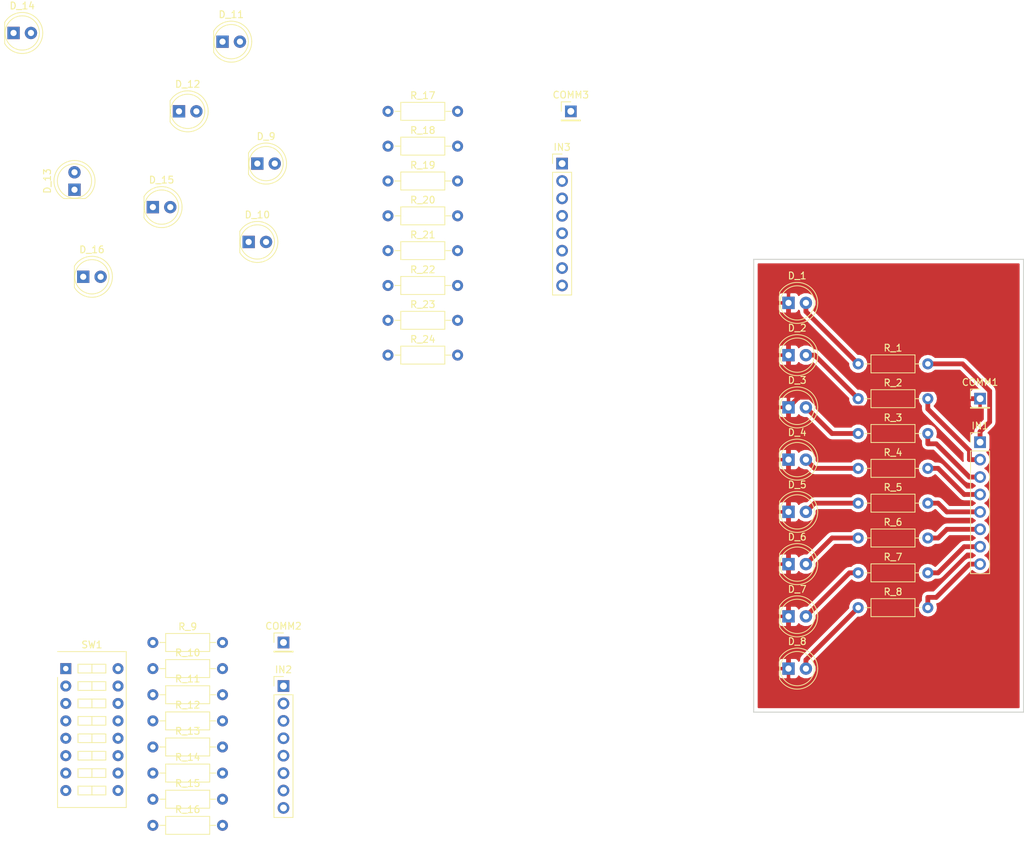
<source format=kicad_pcb>
(kicad_pcb (version 4) (host pcbnew 4.0.6)

  (general
    (links 79)
    (no_connects 55)
    (area 149.784999 76.124999 189.305001 142.315001)
    (thickness 1.6)
    (drawings 9)
    (tracks 61)
    (zones 0)
    (modules 47)
    (nets 45)
  )

  (page USLetter)
  (layers
    (0 F.Cu signal)
    (31 B.Cu signal)
    (32 B.Adhes user)
    (33 F.Adhes user)
    (34 B.Paste user)
    (35 F.Paste user)
    (36 B.SilkS user)
    (37 F.SilkS user)
    (38 B.Mask user)
    (39 F.Mask user)
    (40 Dwgs.User user)
    (41 Cmts.User user)
    (42 Eco1.User user)
    (43 Eco2.User user)
    (44 Edge.Cuts user)
    (45 Margin user)
    (46 B.CrtYd user)
    (47 F.CrtYd user)
    (48 B.Fab user)
    (49 F.Fab user)
  )

  (setup
    (last_trace_width 0.25)
    (trace_clearance 0.2)
    (zone_clearance 0.508)
    (zone_45_only no)
    (trace_min 0.2)
    (segment_width 0.2)
    (edge_width 0.15)
    (via_size 0.6)
    (via_drill 0.4)
    (via_min_size 0.4)
    (via_min_drill 0.3)
    (uvia_size 0.3)
    (uvia_drill 0.1)
    (uvias_allowed no)
    (uvia_min_size 0.2)
    (uvia_min_drill 0.1)
    (pcb_text_width 0.3)
    (pcb_text_size 1.5 1.5)
    (mod_edge_width 0.15)
    (mod_text_size 1 1)
    (mod_text_width 0.15)
    (pad_size 1.524 1.524)
    (pad_drill 0.762)
    (pad_to_mask_clearance 0.2)
    (aux_axis_origin 0 0)
    (visible_elements FFFFFF7F)
    (pcbplotparams
      (layerselection 0x00030_80000001)
      (usegerberextensions false)
      (excludeedgelayer true)
      (linewidth 0.500000)
      (plotframeref true)
      (viasonmask false)
      (mode 1)
      (useauxorigin false)
      (hpglpennumber 1)
      (hpglpenspeed 20)
      (hpglpendiameter 15)
      (hpglpenoverlay 2)
      (psnegative true)
      (psa4output false)
      (plotreference true)
      (plotvalue true)
      (plotinvisibletext false)
      (padsonsilk true)
      (subtractmaskfromsilk false)
      (outputformat 4)
      (mirror false)
      (drillshape 0)
      (scaleselection 1)
      (outputdirectory ""))
  )

  (net 0 "")
  (net 1 "Net-(COMM1-Pad1)")
  (net 2 "Net-(D_1-Pad2)")
  (net 3 "Net-(D_2-Pad2)")
  (net 4 "Net-(D_3-Pad2)")
  (net 5 "Net-(D_4-Pad2)")
  (net 6 "Net-(D_5-Pad2)")
  (net 7 "Net-(D_6-Pad2)")
  (net 8 "Net-(D_7-Pad2)")
  (net 9 "Net-(D_8-Pad2)")
  (net 10 "Net-(IN1-Pad1)")
  (net 11 "Net-(IN1-Pad2)")
  (net 12 "Net-(IN1-Pad3)")
  (net 13 "Net-(IN1-Pad4)")
  (net 14 "Net-(IN1-Pad5)")
  (net 15 "Net-(IN1-Pad6)")
  (net 16 "Net-(IN1-Pad7)")
  (net 17 "Net-(IN1-Pad8)")
  (net 18 "Net-(COMM2-Pad1)")
  (net 19 "Net-(COMM3-Pad1)")
  (net 20 "Net-(D_9-Pad1)")
  (net 21 "Net-(D_10-Pad1)")
  (net 22 "Net-(D_11-Pad1)")
  (net 23 "Net-(D_12-Pad1)")
  (net 24 "Net-(D_13-Pad1)")
  (net 25 "Net-(D_14-Pad1)")
  (net 26 "Net-(D_15-Pad1)")
  (net 27 "Net-(D_16-Pad1)")
  (net 28 "Net-(IN2-Pad1)")
  (net 29 "Net-(IN2-Pad2)")
  (net 30 "Net-(IN2-Pad3)")
  (net 31 "Net-(IN2-Pad4)")
  (net 32 "Net-(IN2-Pad5)")
  (net 33 "Net-(IN2-Pad6)")
  (net 34 "Net-(IN2-Pad7)")
  (net 35 "Net-(IN2-Pad8)")
  (net 36 "Net-(IN3-Pad1)")
  (net 37 "Net-(IN3-Pad2)")
  (net 38 "Net-(IN3-Pad3)")
  (net 39 "Net-(IN3-Pad4)")
  (net 40 "Net-(IN3-Pad5)")
  (net 41 "Net-(IN3-Pad6)")
  (net 42 "Net-(IN3-Pad7)")
  (net 43 "Net-(IN3-Pad8)")
  (net 44 "Net-(R_10-Pad2)")

  (net_class Default "This is the default net class."
    (clearance 0.2)
    (trace_width 0.25)
    (via_dia 0.6)
    (via_drill 0.4)
    (uvia_dia 0.3)
    (uvia_drill 0.1)
    (add_net "Net-(COMM1-Pad1)")
    (add_net "Net-(COMM2-Pad1)")
    (add_net "Net-(COMM3-Pad1)")
    (add_net "Net-(D_1-Pad2)")
    (add_net "Net-(D_10-Pad1)")
    (add_net "Net-(D_11-Pad1)")
    (add_net "Net-(D_12-Pad1)")
    (add_net "Net-(D_13-Pad1)")
    (add_net "Net-(D_14-Pad1)")
    (add_net "Net-(D_15-Pad1)")
    (add_net "Net-(D_16-Pad1)")
    (add_net "Net-(D_2-Pad2)")
    (add_net "Net-(D_3-Pad2)")
    (add_net "Net-(D_4-Pad2)")
    (add_net "Net-(D_5-Pad2)")
    (add_net "Net-(D_6-Pad2)")
    (add_net "Net-(D_7-Pad2)")
    (add_net "Net-(D_8-Pad2)")
    (add_net "Net-(D_9-Pad1)")
    (add_net "Net-(IN1-Pad1)")
    (add_net "Net-(IN1-Pad2)")
    (add_net "Net-(IN1-Pad3)")
    (add_net "Net-(IN1-Pad4)")
    (add_net "Net-(IN1-Pad5)")
    (add_net "Net-(IN1-Pad6)")
    (add_net "Net-(IN1-Pad7)")
    (add_net "Net-(IN1-Pad8)")
    (add_net "Net-(IN2-Pad1)")
    (add_net "Net-(IN2-Pad2)")
    (add_net "Net-(IN2-Pad3)")
    (add_net "Net-(IN2-Pad4)")
    (add_net "Net-(IN2-Pad5)")
    (add_net "Net-(IN2-Pad6)")
    (add_net "Net-(IN2-Pad7)")
    (add_net "Net-(IN2-Pad8)")
    (add_net "Net-(IN3-Pad1)")
    (add_net "Net-(IN3-Pad2)")
    (add_net "Net-(IN3-Pad3)")
    (add_net "Net-(IN3-Pad4)")
    (add_net "Net-(IN3-Pad5)")
    (add_net "Net-(IN3-Pad6)")
    (add_net "Net-(IN3-Pad7)")
    (add_net "Net-(IN3-Pad8)")
    (add_net "Net-(R_10-Pad2)")
  )

  (module LEDs:LED_D5.0mm (layer F.Cu) (tedit 587A3A7B) (tstamp 5D733AB0)
    (at 154.94 82.55)
    (descr "LED, diameter 5.0mm, 2 pins, http://cdn-reichelt.de/documents/datenblatt/A500/LL-504BC2E-009.pdf")
    (tags "LED diameter 5.0mm 2 pins")
    (path /5D714EDE)
    (fp_text reference D_1 (at 1.27 -3.96) (layer F.SilkS)
      (effects (font (size 1 1) (thickness 0.15)))
    )
    (fp_text value LED (at 1.27 3.96) (layer F.Fab)
      (effects (font (size 1 1) (thickness 0.15)))
    )
    (fp_arc (start 1.27 0) (end -1.23 -1.469694) (angle 299.1) (layer F.Fab) (width 0.1))
    (fp_arc (start 1.27 0) (end -1.29 -1.54483) (angle 148.9) (layer F.SilkS) (width 0.12))
    (fp_arc (start 1.27 0) (end -1.29 1.54483) (angle -148.9) (layer F.SilkS) (width 0.12))
    (fp_circle (center 1.27 0) (end 3.77 0) (layer F.Fab) (width 0.1))
    (fp_circle (center 1.27 0) (end 3.77 0) (layer F.SilkS) (width 0.12))
    (fp_line (start -1.23 -1.469694) (end -1.23 1.469694) (layer F.Fab) (width 0.1))
    (fp_line (start -1.29 -1.545) (end -1.29 1.545) (layer F.SilkS) (width 0.12))
    (fp_line (start -1.95 -3.25) (end -1.95 3.25) (layer F.CrtYd) (width 0.05))
    (fp_line (start -1.95 3.25) (end 4.5 3.25) (layer F.CrtYd) (width 0.05))
    (fp_line (start 4.5 3.25) (end 4.5 -3.25) (layer F.CrtYd) (width 0.05))
    (fp_line (start 4.5 -3.25) (end -1.95 -3.25) (layer F.CrtYd) (width 0.05))
    (pad 1 thru_hole rect (at 0 0) (size 1.8 1.8) (drill 0.9) (layers *.Cu *.Mask)
      (net 1 "Net-(COMM1-Pad1)"))
    (pad 2 thru_hole circle (at 2.54 0) (size 1.8 1.8) (drill 0.9) (layers *.Cu *.Mask)
      (net 2 "Net-(D_1-Pad2)"))
    (model LEDs.3dshapes/LED_D5.0mm.wrl
      (at (xyz 0 0 0))
      (scale (xyz 0.393701 0.393701 0.393701))
      (rotate (xyz 0 0 0))
    )
  )

  (module LEDs:LED_D5.0mm (layer F.Cu) (tedit 587A3A7B) (tstamp 5D733AB6)
    (at 154.94 90.17)
    (descr "LED, diameter 5.0mm, 2 pins, http://cdn-reichelt.de/documents/datenblatt/A500/LL-504BC2E-009.pdf")
    (tags "LED diameter 5.0mm 2 pins")
    (path /5D714ED8)
    (fp_text reference D_2 (at 1.27 -3.96) (layer F.SilkS)
      (effects (font (size 1 1) (thickness 0.15)))
    )
    (fp_text value LED (at 1.27 3.96) (layer F.Fab)
      (effects (font (size 1 1) (thickness 0.15)))
    )
    (fp_arc (start 1.27 0) (end -1.23 -1.469694) (angle 299.1) (layer F.Fab) (width 0.1))
    (fp_arc (start 1.27 0) (end -1.29 -1.54483) (angle 148.9) (layer F.SilkS) (width 0.12))
    (fp_arc (start 1.27 0) (end -1.29 1.54483) (angle -148.9) (layer F.SilkS) (width 0.12))
    (fp_circle (center 1.27 0) (end 3.77 0) (layer F.Fab) (width 0.1))
    (fp_circle (center 1.27 0) (end 3.77 0) (layer F.SilkS) (width 0.12))
    (fp_line (start -1.23 -1.469694) (end -1.23 1.469694) (layer F.Fab) (width 0.1))
    (fp_line (start -1.29 -1.545) (end -1.29 1.545) (layer F.SilkS) (width 0.12))
    (fp_line (start -1.95 -3.25) (end -1.95 3.25) (layer F.CrtYd) (width 0.05))
    (fp_line (start -1.95 3.25) (end 4.5 3.25) (layer F.CrtYd) (width 0.05))
    (fp_line (start 4.5 3.25) (end 4.5 -3.25) (layer F.CrtYd) (width 0.05))
    (fp_line (start 4.5 -3.25) (end -1.95 -3.25) (layer F.CrtYd) (width 0.05))
    (pad 1 thru_hole rect (at 0 0) (size 1.8 1.8) (drill 0.9) (layers *.Cu *.Mask)
      (net 1 "Net-(COMM1-Pad1)"))
    (pad 2 thru_hole circle (at 2.54 0) (size 1.8 1.8) (drill 0.9) (layers *.Cu *.Mask)
      (net 3 "Net-(D_2-Pad2)"))
    (model LEDs.3dshapes/LED_D5.0mm.wrl
      (at (xyz 0 0 0))
      (scale (xyz 0.393701 0.393701 0.393701))
      (rotate (xyz 0 0 0))
    )
  )

  (module LEDs:LED_D5.0mm (layer F.Cu) (tedit 587A3A7B) (tstamp 5D733ABC)
    (at 154.94 97.79)
    (descr "LED, diameter 5.0mm, 2 pins, http://cdn-reichelt.de/documents/datenblatt/A500/LL-504BC2E-009.pdf")
    (tags "LED diameter 5.0mm 2 pins")
    (path /5D714ED2)
    (fp_text reference D_3 (at 1.27 -3.96) (layer F.SilkS)
      (effects (font (size 1 1) (thickness 0.15)))
    )
    (fp_text value LED (at 1.27 3.96) (layer F.Fab)
      (effects (font (size 1 1) (thickness 0.15)))
    )
    (fp_arc (start 1.27 0) (end -1.23 -1.469694) (angle 299.1) (layer F.Fab) (width 0.1))
    (fp_arc (start 1.27 0) (end -1.29 -1.54483) (angle 148.9) (layer F.SilkS) (width 0.12))
    (fp_arc (start 1.27 0) (end -1.29 1.54483) (angle -148.9) (layer F.SilkS) (width 0.12))
    (fp_circle (center 1.27 0) (end 3.77 0) (layer F.Fab) (width 0.1))
    (fp_circle (center 1.27 0) (end 3.77 0) (layer F.SilkS) (width 0.12))
    (fp_line (start -1.23 -1.469694) (end -1.23 1.469694) (layer F.Fab) (width 0.1))
    (fp_line (start -1.29 -1.545) (end -1.29 1.545) (layer F.SilkS) (width 0.12))
    (fp_line (start -1.95 -3.25) (end -1.95 3.25) (layer F.CrtYd) (width 0.05))
    (fp_line (start -1.95 3.25) (end 4.5 3.25) (layer F.CrtYd) (width 0.05))
    (fp_line (start 4.5 3.25) (end 4.5 -3.25) (layer F.CrtYd) (width 0.05))
    (fp_line (start 4.5 -3.25) (end -1.95 -3.25) (layer F.CrtYd) (width 0.05))
    (pad 1 thru_hole rect (at 0 0) (size 1.8 1.8) (drill 0.9) (layers *.Cu *.Mask)
      (net 1 "Net-(COMM1-Pad1)"))
    (pad 2 thru_hole circle (at 2.54 0) (size 1.8 1.8) (drill 0.9) (layers *.Cu *.Mask)
      (net 4 "Net-(D_3-Pad2)"))
    (model LEDs.3dshapes/LED_D5.0mm.wrl
      (at (xyz 0 0 0))
      (scale (xyz 0.393701 0.393701 0.393701))
      (rotate (xyz 0 0 0))
    )
  )

  (module LEDs:LED_D5.0mm (layer F.Cu) (tedit 587A3A7B) (tstamp 5D733AC2)
    (at 154.94 105.41)
    (descr "LED, diameter 5.0mm, 2 pins, http://cdn-reichelt.de/documents/datenblatt/A500/LL-504BC2E-009.pdf")
    (tags "LED diameter 5.0mm 2 pins")
    (path /5D714ECC)
    (fp_text reference D_4 (at 1.27 -3.96) (layer F.SilkS)
      (effects (font (size 1 1) (thickness 0.15)))
    )
    (fp_text value LED (at 1.27 3.96) (layer F.Fab)
      (effects (font (size 1 1) (thickness 0.15)))
    )
    (fp_arc (start 1.27 0) (end -1.23 -1.469694) (angle 299.1) (layer F.Fab) (width 0.1))
    (fp_arc (start 1.27 0) (end -1.29 -1.54483) (angle 148.9) (layer F.SilkS) (width 0.12))
    (fp_arc (start 1.27 0) (end -1.29 1.54483) (angle -148.9) (layer F.SilkS) (width 0.12))
    (fp_circle (center 1.27 0) (end 3.77 0) (layer F.Fab) (width 0.1))
    (fp_circle (center 1.27 0) (end 3.77 0) (layer F.SilkS) (width 0.12))
    (fp_line (start -1.23 -1.469694) (end -1.23 1.469694) (layer F.Fab) (width 0.1))
    (fp_line (start -1.29 -1.545) (end -1.29 1.545) (layer F.SilkS) (width 0.12))
    (fp_line (start -1.95 -3.25) (end -1.95 3.25) (layer F.CrtYd) (width 0.05))
    (fp_line (start -1.95 3.25) (end 4.5 3.25) (layer F.CrtYd) (width 0.05))
    (fp_line (start 4.5 3.25) (end 4.5 -3.25) (layer F.CrtYd) (width 0.05))
    (fp_line (start 4.5 -3.25) (end -1.95 -3.25) (layer F.CrtYd) (width 0.05))
    (pad 1 thru_hole rect (at 0 0) (size 1.8 1.8) (drill 0.9) (layers *.Cu *.Mask)
      (net 1 "Net-(COMM1-Pad1)"))
    (pad 2 thru_hole circle (at 2.54 0) (size 1.8 1.8) (drill 0.9) (layers *.Cu *.Mask)
      (net 5 "Net-(D_4-Pad2)"))
    (model LEDs.3dshapes/LED_D5.0mm.wrl
      (at (xyz 0 0 0))
      (scale (xyz 0.393701 0.393701 0.393701))
      (rotate (xyz 0 0 0))
    )
  )

  (module LEDs:LED_D5.0mm (layer F.Cu) (tedit 587A3A7B) (tstamp 5D733AC8)
    (at 154.94 113.03)
    (descr "LED, diameter 5.0mm, 2 pins, http://cdn-reichelt.de/documents/datenblatt/A500/LL-504BC2E-009.pdf")
    (tags "LED diameter 5.0mm 2 pins")
    (path /5D714B92)
    (fp_text reference D_5 (at 1.27 -3.96) (layer F.SilkS)
      (effects (font (size 1 1) (thickness 0.15)))
    )
    (fp_text value LED (at 1.27 3.96) (layer F.Fab)
      (effects (font (size 1 1) (thickness 0.15)))
    )
    (fp_arc (start 1.27 0) (end -1.23 -1.469694) (angle 299.1) (layer F.Fab) (width 0.1))
    (fp_arc (start 1.27 0) (end -1.29 -1.54483) (angle 148.9) (layer F.SilkS) (width 0.12))
    (fp_arc (start 1.27 0) (end -1.29 1.54483) (angle -148.9) (layer F.SilkS) (width 0.12))
    (fp_circle (center 1.27 0) (end 3.77 0) (layer F.Fab) (width 0.1))
    (fp_circle (center 1.27 0) (end 3.77 0) (layer F.SilkS) (width 0.12))
    (fp_line (start -1.23 -1.469694) (end -1.23 1.469694) (layer F.Fab) (width 0.1))
    (fp_line (start -1.29 -1.545) (end -1.29 1.545) (layer F.SilkS) (width 0.12))
    (fp_line (start -1.95 -3.25) (end -1.95 3.25) (layer F.CrtYd) (width 0.05))
    (fp_line (start -1.95 3.25) (end 4.5 3.25) (layer F.CrtYd) (width 0.05))
    (fp_line (start 4.5 3.25) (end 4.5 -3.25) (layer F.CrtYd) (width 0.05))
    (fp_line (start 4.5 -3.25) (end -1.95 -3.25) (layer F.CrtYd) (width 0.05))
    (pad 1 thru_hole rect (at 0 0) (size 1.8 1.8) (drill 0.9) (layers *.Cu *.Mask)
      (net 1 "Net-(COMM1-Pad1)"))
    (pad 2 thru_hole circle (at 2.54 0) (size 1.8 1.8) (drill 0.9) (layers *.Cu *.Mask)
      (net 6 "Net-(D_5-Pad2)"))
    (model LEDs.3dshapes/LED_D5.0mm.wrl
      (at (xyz 0 0 0))
      (scale (xyz 0.393701 0.393701 0.393701))
      (rotate (xyz 0 0 0))
    )
  )

  (module LEDs:LED_D5.0mm (layer F.Cu) (tedit 587A3A7B) (tstamp 5D733ACE)
    (at 154.94 120.65)
    (descr "LED, diameter 5.0mm, 2 pins, http://cdn-reichelt.de/documents/datenblatt/A500/LL-504BC2E-009.pdf")
    (tags "LED diameter 5.0mm 2 pins")
    (path /5D714B8C)
    (fp_text reference D_6 (at 1.27 -3.96) (layer F.SilkS)
      (effects (font (size 1 1) (thickness 0.15)))
    )
    (fp_text value LED (at 1.27 3.96) (layer F.Fab)
      (effects (font (size 1 1) (thickness 0.15)))
    )
    (fp_arc (start 1.27 0) (end -1.23 -1.469694) (angle 299.1) (layer F.Fab) (width 0.1))
    (fp_arc (start 1.27 0) (end -1.29 -1.54483) (angle 148.9) (layer F.SilkS) (width 0.12))
    (fp_arc (start 1.27 0) (end -1.29 1.54483) (angle -148.9) (layer F.SilkS) (width 0.12))
    (fp_circle (center 1.27 0) (end 3.77 0) (layer F.Fab) (width 0.1))
    (fp_circle (center 1.27 0) (end 3.77 0) (layer F.SilkS) (width 0.12))
    (fp_line (start -1.23 -1.469694) (end -1.23 1.469694) (layer F.Fab) (width 0.1))
    (fp_line (start -1.29 -1.545) (end -1.29 1.545) (layer F.SilkS) (width 0.12))
    (fp_line (start -1.95 -3.25) (end -1.95 3.25) (layer F.CrtYd) (width 0.05))
    (fp_line (start -1.95 3.25) (end 4.5 3.25) (layer F.CrtYd) (width 0.05))
    (fp_line (start 4.5 3.25) (end 4.5 -3.25) (layer F.CrtYd) (width 0.05))
    (fp_line (start 4.5 -3.25) (end -1.95 -3.25) (layer F.CrtYd) (width 0.05))
    (pad 1 thru_hole rect (at 0 0) (size 1.8 1.8) (drill 0.9) (layers *.Cu *.Mask)
      (net 1 "Net-(COMM1-Pad1)"))
    (pad 2 thru_hole circle (at 2.54 0) (size 1.8 1.8) (drill 0.9) (layers *.Cu *.Mask)
      (net 7 "Net-(D_6-Pad2)"))
    (model LEDs.3dshapes/LED_D5.0mm.wrl
      (at (xyz 0 0 0))
      (scale (xyz 0.393701 0.393701 0.393701))
      (rotate (xyz 0 0 0))
    )
  )

  (module LEDs:LED_D5.0mm (layer F.Cu) (tedit 587A3A7B) (tstamp 5D733AD4)
    (at 154.94 128.27)
    (descr "LED, diameter 5.0mm, 2 pins, http://cdn-reichelt.de/documents/datenblatt/A500/LL-504BC2E-009.pdf")
    (tags "LED diameter 5.0mm 2 pins")
    (path /5D714A69)
    (fp_text reference D_7 (at 1.27 -3.96) (layer F.SilkS)
      (effects (font (size 1 1) (thickness 0.15)))
    )
    (fp_text value LED (at 1.27 3.96) (layer F.Fab)
      (effects (font (size 1 1) (thickness 0.15)))
    )
    (fp_arc (start 1.27 0) (end -1.23 -1.469694) (angle 299.1) (layer F.Fab) (width 0.1))
    (fp_arc (start 1.27 0) (end -1.29 -1.54483) (angle 148.9) (layer F.SilkS) (width 0.12))
    (fp_arc (start 1.27 0) (end -1.29 1.54483) (angle -148.9) (layer F.SilkS) (width 0.12))
    (fp_circle (center 1.27 0) (end 3.77 0) (layer F.Fab) (width 0.1))
    (fp_circle (center 1.27 0) (end 3.77 0) (layer F.SilkS) (width 0.12))
    (fp_line (start -1.23 -1.469694) (end -1.23 1.469694) (layer F.Fab) (width 0.1))
    (fp_line (start -1.29 -1.545) (end -1.29 1.545) (layer F.SilkS) (width 0.12))
    (fp_line (start -1.95 -3.25) (end -1.95 3.25) (layer F.CrtYd) (width 0.05))
    (fp_line (start -1.95 3.25) (end 4.5 3.25) (layer F.CrtYd) (width 0.05))
    (fp_line (start 4.5 3.25) (end 4.5 -3.25) (layer F.CrtYd) (width 0.05))
    (fp_line (start 4.5 -3.25) (end -1.95 -3.25) (layer F.CrtYd) (width 0.05))
    (pad 1 thru_hole rect (at 0 0) (size 1.8 1.8) (drill 0.9) (layers *.Cu *.Mask)
      (net 1 "Net-(COMM1-Pad1)"))
    (pad 2 thru_hole circle (at 2.54 0) (size 1.8 1.8) (drill 0.9) (layers *.Cu *.Mask)
      (net 8 "Net-(D_7-Pad2)"))
    (model LEDs.3dshapes/LED_D5.0mm.wrl
      (at (xyz 0 0 0))
      (scale (xyz 0.393701 0.393701 0.393701))
      (rotate (xyz 0 0 0))
    )
  )

  (module LEDs:LED_D5.0mm (layer F.Cu) (tedit 587A3A7B) (tstamp 5D733ADA)
    (at 154.94 135.89)
    (descr "LED, diameter 5.0mm, 2 pins, http://cdn-reichelt.de/documents/datenblatt/A500/LL-504BC2E-009.pdf")
    (tags "LED diameter 5.0mm 2 pins")
    (path /5D7149BF)
    (fp_text reference D_8 (at 1.27 -3.96) (layer F.SilkS)
      (effects (font (size 1 1) (thickness 0.15)))
    )
    (fp_text value LED (at 1.27 3.96) (layer F.Fab)
      (effects (font (size 1 1) (thickness 0.15)))
    )
    (fp_arc (start 1.27 0) (end -1.23 -1.469694) (angle 299.1) (layer F.Fab) (width 0.1))
    (fp_arc (start 1.27 0) (end -1.29 -1.54483) (angle 148.9) (layer F.SilkS) (width 0.12))
    (fp_arc (start 1.27 0) (end -1.29 1.54483) (angle -148.9) (layer F.SilkS) (width 0.12))
    (fp_circle (center 1.27 0) (end 3.77 0) (layer F.Fab) (width 0.1))
    (fp_circle (center 1.27 0) (end 3.77 0) (layer F.SilkS) (width 0.12))
    (fp_line (start -1.23 -1.469694) (end -1.23 1.469694) (layer F.Fab) (width 0.1))
    (fp_line (start -1.29 -1.545) (end -1.29 1.545) (layer F.SilkS) (width 0.12))
    (fp_line (start -1.95 -3.25) (end -1.95 3.25) (layer F.CrtYd) (width 0.05))
    (fp_line (start -1.95 3.25) (end 4.5 3.25) (layer F.CrtYd) (width 0.05))
    (fp_line (start 4.5 3.25) (end 4.5 -3.25) (layer F.CrtYd) (width 0.05))
    (fp_line (start 4.5 -3.25) (end -1.95 -3.25) (layer F.CrtYd) (width 0.05))
    (pad 1 thru_hole rect (at 0 0) (size 1.8 1.8) (drill 0.9) (layers *.Cu *.Mask)
      (net 1 "Net-(COMM1-Pad1)"))
    (pad 2 thru_hole circle (at 2.54 0) (size 1.8 1.8) (drill 0.9) (layers *.Cu *.Mask)
      (net 9 "Net-(D_8-Pad2)"))
    (model LEDs.3dshapes/LED_D5.0mm.wrl
      (at (xyz 0 0 0))
      (scale (xyz 0.393701 0.393701 0.393701))
      (rotate (xyz 0 0 0))
    )
  )

  (module Resistors_THT:R_Axial_DIN0207_L6.3mm_D2.5mm_P10.16mm_Horizontal (layer F.Cu) (tedit 5874F706) (tstamp 5D733AEC)
    (at 165.1 91.44)
    (descr "Resistor, Axial_DIN0207 series, Axial, Horizontal, pin pitch=10.16mm, 0.25W = 1/4W, length*diameter=6.3*2.5mm^2, http://cdn-reichelt.de/documents/datenblatt/B400/1_4W%23YAG.pdf")
    (tags "Resistor Axial_DIN0207 series Axial Horizontal pin pitch 10.16mm 0.25W = 1/4W length 6.3mm diameter 2.5mm")
    (path /5D7149AF)
    (fp_text reference R_1 (at 5.08 -2.31) (layer F.SilkS)
      (effects (font (size 1 1) (thickness 0.15)))
    )
    (fp_text value R (at 5.08 2.31) (layer F.Fab)
      (effects (font (size 1 1) (thickness 0.15)))
    )
    (fp_line (start 1.93 -1.25) (end 1.93 1.25) (layer F.Fab) (width 0.1))
    (fp_line (start 1.93 1.25) (end 8.23 1.25) (layer F.Fab) (width 0.1))
    (fp_line (start 8.23 1.25) (end 8.23 -1.25) (layer F.Fab) (width 0.1))
    (fp_line (start 8.23 -1.25) (end 1.93 -1.25) (layer F.Fab) (width 0.1))
    (fp_line (start 0 0) (end 1.93 0) (layer F.Fab) (width 0.1))
    (fp_line (start 10.16 0) (end 8.23 0) (layer F.Fab) (width 0.1))
    (fp_line (start 1.87 -1.31) (end 1.87 1.31) (layer F.SilkS) (width 0.12))
    (fp_line (start 1.87 1.31) (end 8.29 1.31) (layer F.SilkS) (width 0.12))
    (fp_line (start 8.29 1.31) (end 8.29 -1.31) (layer F.SilkS) (width 0.12))
    (fp_line (start 8.29 -1.31) (end 1.87 -1.31) (layer F.SilkS) (width 0.12))
    (fp_line (start 0.98 0) (end 1.87 0) (layer F.SilkS) (width 0.12))
    (fp_line (start 9.18 0) (end 8.29 0) (layer F.SilkS) (width 0.12))
    (fp_line (start -1.05 -1.6) (end -1.05 1.6) (layer F.CrtYd) (width 0.05))
    (fp_line (start -1.05 1.6) (end 11.25 1.6) (layer F.CrtYd) (width 0.05))
    (fp_line (start 11.25 1.6) (end 11.25 -1.6) (layer F.CrtYd) (width 0.05))
    (fp_line (start 11.25 -1.6) (end -1.05 -1.6) (layer F.CrtYd) (width 0.05))
    (pad 1 thru_hole circle (at 0 0) (size 1.6 1.6) (drill 0.8) (layers *.Cu *.Mask)
      (net 2 "Net-(D_1-Pad2)"))
    (pad 2 thru_hole oval (at 10.16 0) (size 1.6 1.6) (drill 0.8) (layers *.Cu *.Mask)
      (net 10 "Net-(IN1-Pad1)"))
    (model Resistors_THT.3dshapes/R_Axial_DIN0207_L6.3mm_D2.5mm_P10.16mm_Horizontal.wrl
      (at (xyz 0 0 0))
      (scale (xyz 0.393701 0.393701 0.393701))
      (rotate (xyz 0 0 0))
    )
  )

  (module Resistors_THT:R_Axial_DIN0207_L6.3mm_D2.5mm_P10.16mm_Horizontal (layer F.Cu) (tedit 5874F706) (tstamp 5D733AF2)
    (at 165.1 96.52)
    (descr "Resistor, Axial_DIN0207 series, Axial, Horizontal, pin pitch=10.16mm, 0.25W = 1/4W, length*diameter=6.3*2.5mm^2, http://cdn-reichelt.de/documents/datenblatt/B400/1_4W%23YAG.pdf")
    (tags "Resistor Axial_DIN0207 series Axial Horizontal pin pitch 10.16mm 0.25W = 1/4W length 6.3mm diameter 2.5mm")
    (path /5D7149A9)
    (fp_text reference R_2 (at 5.08 -2.31) (layer F.SilkS)
      (effects (font (size 1 1) (thickness 0.15)))
    )
    (fp_text value R (at 5.08 2.31) (layer F.Fab)
      (effects (font (size 1 1) (thickness 0.15)))
    )
    (fp_line (start 1.93 -1.25) (end 1.93 1.25) (layer F.Fab) (width 0.1))
    (fp_line (start 1.93 1.25) (end 8.23 1.25) (layer F.Fab) (width 0.1))
    (fp_line (start 8.23 1.25) (end 8.23 -1.25) (layer F.Fab) (width 0.1))
    (fp_line (start 8.23 -1.25) (end 1.93 -1.25) (layer F.Fab) (width 0.1))
    (fp_line (start 0 0) (end 1.93 0) (layer F.Fab) (width 0.1))
    (fp_line (start 10.16 0) (end 8.23 0) (layer F.Fab) (width 0.1))
    (fp_line (start 1.87 -1.31) (end 1.87 1.31) (layer F.SilkS) (width 0.12))
    (fp_line (start 1.87 1.31) (end 8.29 1.31) (layer F.SilkS) (width 0.12))
    (fp_line (start 8.29 1.31) (end 8.29 -1.31) (layer F.SilkS) (width 0.12))
    (fp_line (start 8.29 -1.31) (end 1.87 -1.31) (layer F.SilkS) (width 0.12))
    (fp_line (start 0.98 0) (end 1.87 0) (layer F.SilkS) (width 0.12))
    (fp_line (start 9.18 0) (end 8.29 0) (layer F.SilkS) (width 0.12))
    (fp_line (start -1.05 -1.6) (end -1.05 1.6) (layer F.CrtYd) (width 0.05))
    (fp_line (start -1.05 1.6) (end 11.25 1.6) (layer F.CrtYd) (width 0.05))
    (fp_line (start 11.25 1.6) (end 11.25 -1.6) (layer F.CrtYd) (width 0.05))
    (fp_line (start 11.25 -1.6) (end -1.05 -1.6) (layer F.CrtYd) (width 0.05))
    (pad 1 thru_hole circle (at 0 0) (size 1.6 1.6) (drill 0.8) (layers *.Cu *.Mask)
      (net 3 "Net-(D_2-Pad2)"))
    (pad 2 thru_hole oval (at 10.16 0) (size 1.6 1.6) (drill 0.8) (layers *.Cu *.Mask)
      (net 11 "Net-(IN1-Pad2)"))
    (model Resistors_THT.3dshapes/R_Axial_DIN0207_L6.3mm_D2.5mm_P10.16mm_Horizontal.wrl
      (at (xyz 0 0 0))
      (scale (xyz 0.393701 0.393701 0.393701))
      (rotate (xyz 0 0 0))
    )
  )

  (module Resistors_THT:R_Axial_DIN0207_L6.3mm_D2.5mm_P10.16mm_Horizontal (layer F.Cu) (tedit 5874F706) (tstamp 5D733AF8)
    (at 165.1 101.6)
    (descr "Resistor, Axial_DIN0207 series, Axial, Horizontal, pin pitch=10.16mm, 0.25W = 1/4W, length*diameter=6.3*2.5mm^2, http://cdn-reichelt.de/documents/datenblatt/B400/1_4W%23YAG.pdf")
    (tags "Resistor Axial_DIN0207 series Axial Horizontal pin pitch 10.16mm 0.25W = 1/4W length 6.3mm diameter 2.5mm")
    (path /5D7149A3)
    (fp_text reference R_3 (at 5.08 -2.31) (layer F.SilkS)
      (effects (font (size 1 1) (thickness 0.15)))
    )
    (fp_text value R (at 5.08 2.31) (layer F.Fab)
      (effects (font (size 1 1) (thickness 0.15)))
    )
    (fp_line (start 1.93 -1.25) (end 1.93 1.25) (layer F.Fab) (width 0.1))
    (fp_line (start 1.93 1.25) (end 8.23 1.25) (layer F.Fab) (width 0.1))
    (fp_line (start 8.23 1.25) (end 8.23 -1.25) (layer F.Fab) (width 0.1))
    (fp_line (start 8.23 -1.25) (end 1.93 -1.25) (layer F.Fab) (width 0.1))
    (fp_line (start 0 0) (end 1.93 0) (layer F.Fab) (width 0.1))
    (fp_line (start 10.16 0) (end 8.23 0) (layer F.Fab) (width 0.1))
    (fp_line (start 1.87 -1.31) (end 1.87 1.31) (layer F.SilkS) (width 0.12))
    (fp_line (start 1.87 1.31) (end 8.29 1.31) (layer F.SilkS) (width 0.12))
    (fp_line (start 8.29 1.31) (end 8.29 -1.31) (layer F.SilkS) (width 0.12))
    (fp_line (start 8.29 -1.31) (end 1.87 -1.31) (layer F.SilkS) (width 0.12))
    (fp_line (start 0.98 0) (end 1.87 0) (layer F.SilkS) (width 0.12))
    (fp_line (start 9.18 0) (end 8.29 0) (layer F.SilkS) (width 0.12))
    (fp_line (start -1.05 -1.6) (end -1.05 1.6) (layer F.CrtYd) (width 0.05))
    (fp_line (start -1.05 1.6) (end 11.25 1.6) (layer F.CrtYd) (width 0.05))
    (fp_line (start 11.25 1.6) (end 11.25 -1.6) (layer F.CrtYd) (width 0.05))
    (fp_line (start 11.25 -1.6) (end -1.05 -1.6) (layer F.CrtYd) (width 0.05))
    (pad 1 thru_hole circle (at 0 0) (size 1.6 1.6) (drill 0.8) (layers *.Cu *.Mask)
      (net 4 "Net-(D_3-Pad2)"))
    (pad 2 thru_hole oval (at 10.16 0) (size 1.6 1.6) (drill 0.8) (layers *.Cu *.Mask)
      (net 12 "Net-(IN1-Pad3)"))
    (model Resistors_THT.3dshapes/R_Axial_DIN0207_L6.3mm_D2.5mm_P10.16mm_Horizontal.wrl
      (at (xyz 0 0 0))
      (scale (xyz 0.393701 0.393701 0.393701))
      (rotate (xyz 0 0 0))
    )
  )

  (module Resistors_THT:R_Axial_DIN0207_L6.3mm_D2.5mm_P10.16mm_Horizontal (layer F.Cu) (tedit 5874F706) (tstamp 5D733AFE)
    (at 165.1 106.68)
    (descr "Resistor, Axial_DIN0207 series, Axial, Horizontal, pin pitch=10.16mm, 0.25W = 1/4W, length*diameter=6.3*2.5mm^2, http://cdn-reichelt.de/documents/datenblatt/B400/1_4W%23YAG.pdf")
    (tags "Resistor Axial_DIN0207 series Axial Horizontal pin pitch 10.16mm 0.25W = 1/4W length 6.3mm diameter 2.5mm")
    (path /5D71499D)
    (fp_text reference R_4 (at 5.08 -2.31) (layer F.SilkS)
      (effects (font (size 1 1) (thickness 0.15)))
    )
    (fp_text value R (at 5.08 2.31) (layer F.Fab)
      (effects (font (size 1 1) (thickness 0.15)))
    )
    (fp_line (start 1.93 -1.25) (end 1.93 1.25) (layer F.Fab) (width 0.1))
    (fp_line (start 1.93 1.25) (end 8.23 1.25) (layer F.Fab) (width 0.1))
    (fp_line (start 8.23 1.25) (end 8.23 -1.25) (layer F.Fab) (width 0.1))
    (fp_line (start 8.23 -1.25) (end 1.93 -1.25) (layer F.Fab) (width 0.1))
    (fp_line (start 0 0) (end 1.93 0) (layer F.Fab) (width 0.1))
    (fp_line (start 10.16 0) (end 8.23 0) (layer F.Fab) (width 0.1))
    (fp_line (start 1.87 -1.31) (end 1.87 1.31) (layer F.SilkS) (width 0.12))
    (fp_line (start 1.87 1.31) (end 8.29 1.31) (layer F.SilkS) (width 0.12))
    (fp_line (start 8.29 1.31) (end 8.29 -1.31) (layer F.SilkS) (width 0.12))
    (fp_line (start 8.29 -1.31) (end 1.87 -1.31) (layer F.SilkS) (width 0.12))
    (fp_line (start 0.98 0) (end 1.87 0) (layer F.SilkS) (width 0.12))
    (fp_line (start 9.18 0) (end 8.29 0) (layer F.SilkS) (width 0.12))
    (fp_line (start -1.05 -1.6) (end -1.05 1.6) (layer F.CrtYd) (width 0.05))
    (fp_line (start -1.05 1.6) (end 11.25 1.6) (layer F.CrtYd) (width 0.05))
    (fp_line (start 11.25 1.6) (end 11.25 -1.6) (layer F.CrtYd) (width 0.05))
    (fp_line (start 11.25 -1.6) (end -1.05 -1.6) (layer F.CrtYd) (width 0.05))
    (pad 1 thru_hole circle (at 0 0) (size 1.6 1.6) (drill 0.8) (layers *.Cu *.Mask)
      (net 5 "Net-(D_4-Pad2)"))
    (pad 2 thru_hole oval (at 10.16 0) (size 1.6 1.6) (drill 0.8) (layers *.Cu *.Mask)
      (net 13 "Net-(IN1-Pad4)"))
    (model Resistors_THT.3dshapes/R_Axial_DIN0207_L6.3mm_D2.5mm_P10.16mm_Horizontal.wrl
      (at (xyz 0 0 0))
      (scale (xyz 0.393701 0.393701 0.393701))
      (rotate (xyz 0 0 0))
    )
  )

  (module Resistors_THT:R_Axial_DIN0207_L6.3mm_D2.5mm_P10.16mm_Horizontal (layer F.Cu) (tedit 5874F706) (tstamp 5D733B04)
    (at 165.1 111.76)
    (descr "Resistor, Axial_DIN0207 series, Axial, Horizontal, pin pitch=10.16mm, 0.25W = 1/4W, length*diameter=6.3*2.5mm^2, http://cdn-reichelt.de/documents/datenblatt/B400/1_4W%23YAG.pdf")
    (tags "Resistor Axial_DIN0207 series Axial Horizontal pin pitch 10.16mm 0.25W = 1/4W length 6.3mm diameter 2.5mm")
    (path /5D714769)
    (fp_text reference R_5 (at 5.08 -2.31) (layer F.SilkS)
      (effects (font (size 1 1) (thickness 0.15)))
    )
    (fp_text value R (at 5.08 2.31) (layer F.Fab)
      (effects (font (size 1 1) (thickness 0.15)))
    )
    (fp_line (start 1.93 -1.25) (end 1.93 1.25) (layer F.Fab) (width 0.1))
    (fp_line (start 1.93 1.25) (end 8.23 1.25) (layer F.Fab) (width 0.1))
    (fp_line (start 8.23 1.25) (end 8.23 -1.25) (layer F.Fab) (width 0.1))
    (fp_line (start 8.23 -1.25) (end 1.93 -1.25) (layer F.Fab) (width 0.1))
    (fp_line (start 0 0) (end 1.93 0) (layer F.Fab) (width 0.1))
    (fp_line (start 10.16 0) (end 8.23 0) (layer F.Fab) (width 0.1))
    (fp_line (start 1.87 -1.31) (end 1.87 1.31) (layer F.SilkS) (width 0.12))
    (fp_line (start 1.87 1.31) (end 8.29 1.31) (layer F.SilkS) (width 0.12))
    (fp_line (start 8.29 1.31) (end 8.29 -1.31) (layer F.SilkS) (width 0.12))
    (fp_line (start 8.29 -1.31) (end 1.87 -1.31) (layer F.SilkS) (width 0.12))
    (fp_line (start 0.98 0) (end 1.87 0) (layer F.SilkS) (width 0.12))
    (fp_line (start 9.18 0) (end 8.29 0) (layer F.SilkS) (width 0.12))
    (fp_line (start -1.05 -1.6) (end -1.05 1.6) (layer F.CrtYd) (width 0.05))
    (fp_line (start -1.05 1.6) (end 11.25 1.6) (layer F.CrtYd) (width 0.05))
    (fp_line (start 11.25 1.6) (end 11.25 -1.6) (layer F.CrtYd) (width 0.05))
    (fp_line (start 11.25 -1.6) (end -1.05 -1.6) (layer F.CrtYd) (width 0.05))
    (pad 1 thru_hole circle (at 0 0) (size 1.6 1.6) (drill 0.8) (layers *.Cu *.Mask)
      (net 6 "Net-(D_5-Pad2)"))
    (pad 2 thru_hole oval (at 10.16 0) (size 1.6 1.6) (drill 0.8) (layers *.Cu *.Mask)
      (net 14 "Net-(IN1-Pad5)"))
    (model Resistors_THT.3dshapes/R_Axial_DIN0207_L6.3mm_D2.5mm_P10.16mm_Horizontal.wrl
      (at (xyz 0 0 0))
      (scale (xyz 0.393701 0.393701 0.393701))
      (rotate (xyz 0 0 0))
    )
  )

  (module Resistors_THT:R_Axial_DIN0207_L6.3mm_D2.5mm_P10.16mm_Horizontal (layer F.Cu) (tedit 5874F706) (tstamp 5D733B0A)
    (at 165.1 116.84)
    (descr "Resistor, Axial_DIN0207 series, Axial, Horizontal, pin pitch=10.16mm, 0.25W = 1/4W, length*diameter=6.3*2.5mm^2, http://cdn-reichelt.de/documents/datenblatt/B400/1_4W%23YAG.pdf")
    (tags "Resistor Axial_DIN0207 series Axial Horizontal pin pitch 10.16mm 0.25W = 1/4W length 6.3mm diameter 2.5mm")
    (path /5D714729)
    (fp_text reference R_6 (at 5.08 -2.31) (layer F.SilkS)
      (effects (font (size 1 1) (thickness 0.15)))
    )
    (fp_text value R (at 5.08 2.31) (layer F.Fab)
      (effects (font (size 1 1) (thickness 0.15)))
    )
    (fp_line (start 1.93 -1.25) (end 1.93 1.25) (layer F.Fab) (width 0.1))
    (fp_line (start 1.93 1.25) (end 8.23 1.25) (layer F.Fab) (width 0.1))
    (fp_line (start 8.23 1.25) (end 8.23 -1.25) (layer F.Fab) (width 0.1))
    (fp_line (start 8.23 -1.25) (end 1.93 -1.25) (layer F.Fab) (width 0.1))
    (fp_line (start 0 0) (end 1.93 0) (layer F.Fab) (width 0.1))
    (fp_line (start 10.16 0) (end 8.23 0) (layer F.Fab) (width 0.1))
    (fp_line (start 1.87 -1.31) (end 1.87 1.31) (layer F.SilkS) (width 0.12))
    (fp_line (start 1.87 1.31) (end 8.29 1.31) (layer F.SilkS) (width 0.12))
    (fp_line (start 8.29 1.31) (end 8.29 -1.31) (layer F.SilkS) (width 0.12))
    (fp_line (start 8.29 -1.31) (end 1.87 -1.31) (layer F.SilkS) (width 0.12))
    (fp_line (start 0.98 0) (end 1.87 0) (layer F.SilkS) (width 0.12))
    (fp_line (start 9.18 0) (end 8.29 0) (layer F.SilkS) (width 0.12))
    (fp_line (start -1.05 -1.6) (end -1.05 1.6) (layer F.CrtYd) (width 0.05))
    (fp_line (start -1.05 1.6) (end 11.25 1.6) (layer F.CrtYd) (width 0.05))
    (fp_line (start 11.25 1.6) (end 11.25 -1.6) (layer F.CrtYd) (width 0.05))
    (fp_line (start 11.25 -1.6) (end -1.05 -1.6) (layer F.CrtYd) (width 0.05))
    (pad 1 thru_hole circle (at 0 0) (size 1.6 1.6) (drill 0.8) (layers *.Cu *.Mask)
      (net 7 "Net-(D_6-Pad2)"))
    (pad 2 thru_hole oval (at 10.16 0) (size 1.6 1.6) (drill 0.8) (layers *.Cu *.Mask)
      (net 15 "Net-(IN1-Pad6)"))
    (model Resistors_THT.3dshapes/R_Axial_DIN0207_L6.3mm_D2.5mm_P10.16mm_Horizontal.wrl
      (at (xyz 0 0 0))
      (scale (xyz 0.393701 0.393701 0.393701))
      (rotate (xyz 0 0 0))
    )
  )

  (module Resistors_THT:R_Axial_DIN0207_L6.3mm_D2.5mm_P10.16mm_Horizontal (layer F.Cu) (tedit 5874F706) (tstamp 5D733B10)
    (at 165.1 121.92)
    (descr "Resistor, Axial_DIN0207 series, Axial, Horizontal, pin pitch=10.16mm, 0.25W = 1/4W, length*diameter=6.3*2.5mm^2, http://cdn-reichelt.de/documents/datenblatt/B400/1_4W%23YAG.pdf")
    (tags "Resistor Axial_DIN0207 series Axial Horizontal pin pitch 10.16mm 0.25W = 1/4W length 6.3mm diameter 2.5mm")
    (path /5D714708)
    (fp_text reference R_7 (at 5.08 -2.31) (layer F.SilkS)
      (effects (font (size 1 1) (thickness 0.15)))
    )
    (fp_text value R (at 5.08 2.31) (layer F.Fab)
      (effects (font (size 1 1) (thickness 0.15)))
    )
    (fp_line (start 1.93 -1.25) (end 1.93 1.25) (layer F.Fab) (width 0.1))
    (fp_line (start 1.93 1.25) (end 8.23 1.25) (layer F.Fab) (width 0.1))
    (fp_line (start 8.23 1.25) (end 8.23 -1.25) (layer F.Fab) (width 0.1))
    (fp_line (start 8.23 -1.25) (end 1.93 -1.25) (layer F.Fab) (width 0.1))
    (fp_line (start 0 0) (end 1.93 0) (layer F.Fab) (width 0.1))
    (fp_line (start 10.16 0) (end 8.23 0) (layer F.Fab) (width 0.1))
    (fp_line (start 1.87 -1.31) (end 1.87 1.31) (layer F.SilkS) (width 0.12))
    (fp_line (start 1.87 1.31) (end 8.29 1.31) (layer F.SilkS) (width 0.12))
    (fp_line (start 8.29 1.31) (end 8.29 -1.31) (layer F.SilkS) (width 0.12))
    (fp_line (start 8.29 -1.31) (end 1.87 -1.31) (layer F.SilkS) (width 0.12))
    (fp_line (start 0.98 0) (end 1.87 0) (layer F.SilkS) (width 0.12))
    (fp_line (start 9.18 0) (end 8.29 0) (layer F.SilkS) (width 0.12))
    (fp_line (start -1.05 -1.6) (end -1.05 1.6) (layer F.CrtYd) (width 0.05))
    (fp_line (start -1.05 1.6) (end 11.25 1.6) (layer F.CrtYd) (width 0.05))
    (fp_line (start 11.25 1.6) (end 11.25 -1.6) (layer F.CrtYd) (width 0.05))
    (fp_line (start 11.25 -1.6) (end -1.05 -1.6) (layer F.CrtYd) (width 0.05))
    (pad 1 thru_hole circle (at 0 0) (size 1.6 1.6) (drill 0.8) (layers *.Cu *.Mask)
      (net 8 "Net-(D_7-Pad2)"))
    (pad 2 thru_hole oval (at 10.16 0) (size 1.6 1.6) (drill 0.8) (layers *.Cu *.Mask)
      (net 16 "Net-(IN1-Pad7)"))
    (model Resistors_THT.3dshapes/R_Axial_DIN0207_L6.3mm_D2.5mm_P10.16mm_Horizontal.wrl
      (at (xyz 0 0 0))
      (scale (xyz 0.393701 0.393701 0.393701))
      (rotate (xyz 0 0 0))
    )
  )

  (module Resistors_THT:R_Axial_DIN0207_L6.3mm_D2.5mm_P10.16mm_Horizontal (layer F.Cu) (tedit 5874F706) (tstamp 5D733B16)
    (at 165.1 127)
    (descr "Resistor, Axial_DIN0207 series, Axial, Horizontal, pin pitch=10.16mm, 0.25W = 1/4W, length*diameter=6.3*2.5mm^2, http://cdn-reichelt.de/documents/datenblatt/B400/1_4W%23YAG.pdf")
    (tags "Resistor Axial_DIN0207 series Axial Horizontal pin pitch 10.16mm 0.25W = 1/4W length 6.3mm diameter 2.5mm")
    (path /5D7146B5)
    (fp_text reference R_8 (at 5.08 -2.31) (layer F.SilkS)
      (effects (font (size 1 1) (thickness 0.15)))
    )
    (fp_text value R (at 5.08 2.31) (layer F.Fab)
      (effects (font (size 1 1) (thickness 0.15)))
    )
    (fp_line (start 1.93 -1.25) (end 1.93 1.25) (layer F.Fab) (width 0.1))
    (fp_line (start 1.93 1.25) (end 8.23 1.25) (layer F.Fab) (width 0.1))
    (fp_line (start 8.23 1.25) (end 8.23 -1.25) (layer F.Fab) (width 0.1))
    (fp_line (start 8.23 -1.25) (end 1.93 -1.25) (layer F.Fab) (width 0.1))
    (fp_line (start 0 0) (end 1.93 0) (layer F.Fab) (width 0.1))
    (fp_line (start 10.16 0) (end 8.23 0) (layer F.Fab) (width 0.1))
    (fp_line (start 1.87 -1.31) (end 1.87 1.31) (layer F.SilkS) (width 0.12))
    (fp_line (start 1.87 1.31) (end 8.29 1.31) (layer F.SilkS) (width 0.12))
    (fp_line (start 8.29 1.31) (end 8.29 -1.31) (layer F.SilkS) (width 0.12))
    (fp_line (start 8.29 -1.31) (end 1.87 -1.31) (layer F.SilkS) (width 0.12))
    (fp_line (start 0.98 0) (end 1.87 0) (layer F.SilkS) (width 0.12))
    (fp_line (start 9.18 0) (end 8.29 0) (layer F.SilkS) (width 0.12))
    (fp_line (start -1.05 -1.6) (end -1.05 1.6) (layer F.CrtYd) (width 0.05))
    (fp_line (start -1.05 1.6) (end 11.25 1.6) (layer F.CrtYd) (width 0.05))
    (fp_line (start 11.25 1.6) (end 11.25 -1.6) (layer F.CrtYd) (width 0.05))
    (fp_line (start 11.25 -1.6) (end -1.05 -1.6) (layer F.CrtYd) (width 0.05))
    (pad 1 thru_hole circle (at 0 0) (size 1.6 1.6) (drill 0.8) (layers *.Cu *.Mask)
      (net 9 "Net-(D_8-Pad2)"))
    (pad 2 thru_hole oval (at 10.16 0) (size 1.6 1.6) (drill 0.8) (layers *.Cu *.Mask)
      (net 17 "Net-(IN1-Pad8)"))
    (model Resistors_THT.3dshapes/R_Axial_DIN0207_L6.3mm_D2.5mm_P10.16mm_Horizontal.wrl
      (at (xyz 0 0 0))
      (scale (xyz 0.393701 0.393701 0.393701))
      (rotate (xyz 0 0 0))
    )
  )

  (module Pin_Headers:Pin_Header_Straight_1x08_Pitch2.54mm (layer F.Cu) (tedit 5862ED52) (tstamp 5D733AE6)
    (at 182.88 102.87)
    (descr "Through hole straight pin header, 1x08, 2.54mm pitch, single row")
    (tags "Through hole pin header THT 1x08 2.54mm single row")
    (path /5D7150DE)
    (fp_text reference IN1 (at 0 -2.39) (layer F.SilkS)
      (effects (font (size 1 1) (thickness 0.15)))
    )
    (fp_text value CONN_01X08 (at 0 20.17) (layer F.Fab)
      (effects (font (size 1 1) (thickness 0.15)))
    )
    (fp_line (start -1.27 -1.27) (end -1.27 19.05) (layer F.Fab) (width 0.1))
    (fp_line (start -1.27 19.05) (end 1.27 19.05) (layer F.Fab) (width 0.1))
    (fp_line (start 1.27 19.05) (end 1.27 -1.27) (layer F.Fab) (width 0.1))
    (fp_line (start 1.27 -1.27) (end -1.27 -1.27) (layer F.Fab) (width 0.1))
    (fp_line (start -1.39 1.27) (end -1.39 19.17) (layer F.SilkS) (width 0.12))
    (fp_line (start -1.39 19.17) (end 1.39 19.17) (layer F.SilkS) (width 0.12))
    (fp_line (start 1.39 19.17) (end 1.39 1.27) (layer F.SilkS) (width 0.12))
    (fp_line (start 1.39 1.27) (end -1.39 1.27) (layer F.SilkS) (width 0.12))
    (fp_line (start -1.39 0) (end -1.39 -1.39) (layer F.SilkS) (width 0.12))
    (fp_line (start -1.39 -1.39) (end 0 -1.39) (layer F.SilkS) (width 0.12))
    (fp_line (start -1.6 -1.6) (end -1.6 19.3) (layer F.CrtYd) (width 0.05))
    (fp_line (start -1.6 19.3) (end 1.6 19.3) (layer F.CrtYd) (width 0.05))
    (fp_line (start 1.6 19.3) (end 1.6 -1.6) (layer F.CrtYd) (width 0.05))
    (fp_line (start 1.6 -1.6) (end -1.6 -1.6) (layer F.CrtYd) (width 0.05))
    (pad 1 thru_hole rect (at 0 0) (size 1.7 1.7) (drill 1) (layers *.Cu *.Mask)
      (net 10 "Net-(IN1-Pad1)"))
    (pad 2 thru_hole oval (at 0 2.54) (size 1.7 1.7) (drill 1) (layers *.Cu *.Mask)
      (net 11 "Net-(IN1-Pad2)"))
    (pad 3 thru_hole oval (at 0 5.08) (size 1.7 1.7) (drill 1) (layers *.Cu *.Mask)
      (net 12 "Net-(IN1-Pad3)"))
    (pad 4 thru_hole oval (at 0 7.62) (size 1.7 1.7) (drill 1) (layers *.Cu *.Mask)
      (net 13 "Net-(IN1-Pad4)"))
    (pad 5 thru_hole oval (at 0 10.16) (size 1.7 1.7) (drill 1) (layers *.Cu *.Mask)
      (net 14 "Net-(IN1-Pad5)"))
    (pad 6 thru_hole oval (at 0 12.7) (size 1.7 1.7) (drill 1) (layers *.Cu *.Mask)
      (net 15 "Net-(IN1-Pad6)"))
    (pad 7 thru_hole oval (at 0 15.24) (size 1.7 1.7) (drill 1) (layers *.Cu *.Mask)
      (net 16 "Net-(IN1-Pad7)"))
    (pad 8 thru_hole oval (at 0 17.78) (size 1.7 1.7) (drill 1) (layers *.Cu *.Mask)
      (net 17 "Net-(IN1-Pad8)"))
    (model Pin_Headers.3dshapes/Pin_Header_Straight_1x08_Pitch2.54mm.wrl
      (at (xyz 0 -0.35 0))
      (scale (xyz 1 1 1))
      (rotate (xyz 0 0 90))
    )
  )

  (module Pin_Headers:Pin_Header_Straight_1x01_Pitch2.54mm (layer F.Cu) (tedit 5862ED52) (tstamp 5D733AAA)
    (at 182.88 96.52)
    (descr "Through hole straight pin header, 1x01, 2.54mm pitch, single row")
    (tags "Through hole pin header THT 1x01 2.54mm single row")
    (path /5D71516D)
    (fp_text reference COMM1 (at 0 -2.39) (layer F.SilkS)
      (effects (font (size 1 1) (thickness 0.15)))
    )
    (fp_text value CONN_01X01 (at 0 2.39) (layer F.Fab)
      (effects (font (size 1 1) (thickness 0.15)))
    )
    (fp_line (start -1.27 -1.27) (end -1.27 1.27) (layer F.Fab) (width 0.1))
    (fp_line (start -1.27 1.27) (end 1.27 1.27) (layer F.Fab) (width 0.1))
    (fp_line (start 1.27 1.27) (end 1.27 -1.27) (layer F.Fab) (width 0.1))
    (fp_line (start 1.27 -1.27) (end -1.27 -1.27) (layer F.Fab) (width 0.1))
    (fp_line (start -1.39 1.27) (end -1.39 1.39) (layer F.SilkS) (width 0.12))
    (fp_line (start -1.39 1.39) (end 1.39 1.39) (layer F.SilkS) (width 0.12))
    (fp_line (start 1.39 1.39) (end 1.39 1.27) (layer F.SilkS) (width 0.12))
    (fp_line (start 1.39 1.27) (end -1.39 1.27) (layer F.SilkS) (width 0.12))
    (fp_line (start -1.39 0) (end -1.39 -1.39) (layer F.SilkS) (width 0.12))
    (fp_line (start -1.39 -1.39) (end 0 -1.39) (layer F.SilkS) (width 0.12))
    (fp_line (start -1.6 -1.6) (end -1.6 1.6) (layer F.CrtYd) (width 0.05))
    (fp_line (start -1.6 1.6) (end 1.6 1.6) (layer F.CrtYd) (width 0.05))
    (fp_line (start 1.6 1.6) (end 1.6 -1.6) (layer F.CrtYd) (width 0.05))
    (fp_line (start 1.6 -1.6) (end -1.6 -1.6) (layer F.CrtYd) (width 0.05))
    (pad 1 thru_hole rect (at 0 0) (size 1.7 1.7) (drill 1) (layers *.Cu *.Mask)
      (net 1 "Net-(COMM1-Pad1)"))
    (model Pin_Headers.3dshapes/Pin_Header_Straight_1x01_Pitch2.54mm.wrl
      (at (xyz 0 0 0))
      (scale (xyz 1 1 1))
      (rotate (xyz 0 0 90))
    )
  )

  (module Pin_Headers:Pin_Header_Straight_1x01_Pitch2.54mm (layer F.Cu) (tedit 5862ED52) (tstamp 5D8DC22E)
    (at 81.28 132.08)
    (descr "Through hole straight pin header, 1x01, 2.54mm pitch, single row")
    (tags "Through hole pin header THT 1x01 2.54mm single row")
    (path /5D7CBBFE)
    (fp_text reference COMM2 (at 0 -2.39) (layer F.SilkS)
      (effects (font (size 1 1) (thickness 0.15)))
    )
    (fp_text value CONN_01X01 (at 0 2.39) (layer F.Fab)
      (effects (font (size 1 1) (thickness 0.15)))
    )
    (fp_line (start -1.27 -1.27) (end -1.27 1.27) (layer F.Fab) (width 0.1))
    (fp_line (start -1.27 1.27) (end 1.27 1.27) (layer F.Fab) (width 0.1))
    (fp_line (start 1.27 1.27) (end 1.27 -1.27) (layer F.Fab) (width 0.1))
    (fp_line (start 1.27 -1.27) (end -1.27 -1.27) (layer F.Fab) (width 0.1))
    (fp_line (start -1.39 1.27) (end -1.39 1.39) (layer F.SilkS) (width 0.12))
    (fp_line (start -1.39 1.39) (end 1.39 1.39) (layer F.SilkS) (width 0.12))
    (fp_line (start 1.39 1.39) (end 1.39 1.27) (layer F.SilkS) (width 0.12))
    (fp_line (start 1.39 1.27) (end -1.39 1.27) (layer F.SilkS) (width 0.12))
    (fp_line (start -1.39 0) (end -1.39 -1.39) (layer F.SilkS) (width 0.12))
    (fp_line (start -1.39 -1.39) (end 0 -1.39) (layer F.SilkS) (width 0.12))
    (fp_line (start -1.6 -1.6) (end -1.6 1.6) (layer F.CrtYd) (width 0.05))
    (fp_line (start -1.6 1.6) (end 1.6 1.6) (layer F.CrtYd) (width 0.05))
    (fp_line (start 1.6 1.6) (end 1.6 -1.6) (layer F.CrtYd) (width 0.05))
    (fp_line (start 1.6 -1.6) (end -1.6 -1.6) (layer F.CrtYd) (width 0.05))
    (pad 1 thru_hole rect (at 0 0) (size 1.7 1.7) (drill 1) (layers *.Cu *.Mask)
      (net 18 "Net-(COMM2-Pad1)"))
    (model Pin_Headers.3dshapes/Pin_Header_Straight_1x01_Pitch2.54mm.wrl
      (at (xyz 0 0 0))
      (scale (xyz 1 1 1))
      (rotate (xyz 0 0 90))
    )
  )

  (module Pin_Headers:Pin_Header_Straight_1x01_Pitch2.54mm (layer F.Cu) (tedit 5862ED52) (tstamp 5D8DC241)
    (at 123.19 54.61)
    (descr "Through hole straight pin header, 1x01, 2.54mm pitch, single row")
    (tags "Through hole pin header THT 1x01 2.54mm single row")
    (path /5D7C9370)
    (fp_text reference COMM3 (at 0 -2.39) (layer F.SilkS)
      (effects (font (size 1 1) (thickness 0.15)))
    )
    (fp_text value CONN_01X01 (at 0 2.39) (layer F.Fab)
      (effects (font (size 1 1) (thickness 0.15)))
    )
    (fp_line (start -1.27 -1.27) (end -1.27 1.27) (layer F.Fab) (width 0.1))
    (fp_line (start -1.27 1.27) (end 1.27 1.27) (layer F.Fab) (width 0.1))
    (fp_line (start 1.27 1.27) (end 1.27 -1.27) (layer F.Fab) (width 0.1))
    (fp_line (start 1.27 -1.27) (end -1.27 -1.27) (layer F.Fab) (width 0.1))
    (fp_line (start -1.39 1.27) (end -1.39 1.39) (layer F.SilkS) (width 0.12))
    (fp_line (start -1.39 1.39) (end 1.39 1.39) (layer F.SilkS) (width 0.12))
    (fp_line (start 1.39 1.39) (end 1.39 1.27) (layer F.SilkS) (width 0.12))
    (fp_line (start 1.39 1.27) (end -1.39 1.27) (layer F.SilkS) (width 0.12))
    (fp_line (start -1.39 0) (end -1.39 -1.39) (layer F.SilkS) (width 0.12))
    (fp_line (start -1.39 -1.39) (end 0 -1.39) (layer F.SilkS) (width 0.12))
    (fp_line (start -1.6 -1.6) (end -1.6 1.6) (layer F.CrtYd) (width 0.05))
    (fp_line (start -1.6 1.6) (end 1.6 1.6) (layer F.CrtYd) (width 0.05))
    (fp_line (start 1.6 1.6) (end 1.6 -1.6) (layer F.CrtYd) (width 0.05))
    (fp_line (start 1.6 -1.6) (end -1.6 -1.6) (layer F.CrtYd) (width 0.05))
    (pad 1 thru_hole rect (at 0 0) (size 1.7 1.7) (drill 1) (layers *.Cu *.Mask)
      (net 19 "Net-(COMM3-Pad1)"))
    (model Pin_Headers.3dshapes/Pin_Header_Straight_1x01_Pitch2.54mm.wrl
      (at (xyz 0 0 0))
      (scale (xyz 1 1 1))
      (rotate (xyz 0 0 90))
    )
  )

  (module LEDs:LED_D5.0mm (layer F.Cu) (tedit 587A3A7B) (tstamp 5D8DC252)
    (at 77.47 62.23)
    (descr "LED, diameter 5.0mm, 2 pins, http://cdn-reichelt.de/documents/datenblatt/A500/LL-504BC2E-009.pdf")
    (tags "LED diameter 5.0mm 2 pins")
    (path /5D7C933A)
    (fp_text reference D_9 (at 1.27 -3.96) (layer F.SilkS)
      (effects (font (size 1 1) (thickness 0.15)))
    )
    (fp_text value LED (at 1.27 3.96) (layer F.Fab)
      (effects (font (size 1 1) (thickness 0.15)))
    )
    (fp_arc (start 1.27 0) (end -1.23 -1.469694) (angle 299.1) (layer F.Fab) (width 0.1))
    (fp_arc (start 1.27 0) (end -1.29 -1.54483) (angle 148.9) (layer F.SilkS) (width 0.12))
    (fp_arc (start 1.27 0) (end -1.29 1.54483) (angle -148.9) (layer F.SilkS) (width 0.12))
    (fp_circle (center 1.27 0) (end 3.77 0) (layer F.Fab) (width 0.1))
    (fp_circle (center 1.27 0) (end 3.77 0) (layer F.SilkS) (width 0.12))
    (fp_line (start -1.23 -1.469694) (end -1.23 1.469694) (layer F.Fab) (width 0.1))
    (fp_line (start -1.29 -1.545) (end -1.29 1.545) (layer F.SilkS) (width 0.12))
    (fp_line (start -1.95 -3.25) (end -1.95 3.25) (layer F.CrtYd) (width 0.05))
    (fp_line (start -1.95 3.25) (end 4.5 3.25) (layer F.CrtYd) (width 0.05))
    (fp_line (start 4.5 3.25) (end 4.5 -3.25) (layer F.CrtYd) (width 0.05))
    (fp_line (start 4.5 -3.25) (end -1.95 -3.25) (layer F.CrtYd) (width 0.05))
    (pad 1 thru_hole rect (at 0 0) (size 1.8 1.8) (drill 0.9) (layers *.Cu *.Mask)
      (net 20 "Net-(D_9-Pad1)"))
    (pad 2 thru_hole circle (at 2.54 0) (size 1.8 1.8) (drill 0.9) (layers *.Cu *.Mask)
      (net 19 "Net-(COMM3-Pad1)"))
    (model LEDs.3dshapes/LED_D5.0mm.wrl
      (at (xyz 0 0 0))
      (scale (xyz 0.393701 0.393701 0.393701))
      (rotate (xyz 0 0 0))
    )
  )

  (module LEDs:LED_D5.0mm (layer F.Cu) (tedit 587A3A7B) (tstamp 5D8DC263)
    (at 76.2 73.66)
    (descr "LED, diameter 5.0mm, 2 pins, http://cdn-reichelt.de/documents/datenblatt/A500/LL-504BC2E-009.pdf")
    (tags "LED diameter 5.0mm 2 pins")
    (path /5D7C9340)
    (fp_text reference D_10 (at 1.27 -3.96) (layer F.SilkS)
      (effects (font (size 1 1) (thickness 0.15)))
    )
    (fp_text value LED (at 1.27 3.96) (layer F.Fab)
      (effects (font (size 1 1) (thickness 0.15)))
    )
    (fp_arc (start 1.27 0) (end -1.23 -1.469694) (angle 299.1) (layer F.Fab) (width 0.1))
    (fp_arc (start 1.27 0) (end -1.29 -1.54483) (angle 148.9) (layer F.SilkS) (width 0.12))
    (fp_arc (start 1.27 0) (end -1.29 1.54483) (angle -148.9) (layer F.SilkS) (width 0.12))
    (fp_circle (center 1.27 0) (end 3.77 0) (layer F.Fab) (width 0.1))
    (fp_circle (center 1.27 0) (end 3.77 0) (layer F.SilkS) (width 0.12))
    (fp_line (start -1.23 -1.469694) (end -1.23 1.469694) (layer F.Fab) (width 0.1))
    (fp_line (start -1.29 -1.545) (end -1.29 1.545) (layer F.SilkS) (width 0.12))
    (fp_line (start -1.95 -3.25) (end -1.95 3.25) (layer F.CrtYd) (width 0.05))
    (fp_line (start -1.95 3.25) (end 4.5 3.25) (layer F.CrtYd) (width 0.05))
    (fp_line (start 4.5 3.25) (end 4.5 -3.25) (layer F.CrtYd) (width 0.05))
    (fp_line (start 4.5 -3.25) (end -1.95 -3.25) (layer F.CrtYd) (width 0.05))
    (pad 1 thru_hole rect (at 0 0) (size 1.8 1.8) (drill 0.9) (layers *.Cu *.Mask)
      (net 21 "Net-(D_10-Pad1)"))
    (pad 2 thru_hole circle (at 2.54 0) (size 1.8 1.8) (drill 0.9) (layers *.Cu *.Mask)
      (net 19 "Net-(COMM3-Pad1)"))
    (model LEDs.3dshapes/LED_D5.0mm.wrl
      (at (xyz 0 0 0))
      (scale (xyz 0.393701 0.393701 0.393701))
      (rotate (xyz 0 0 0))
    )
  )

  (module LEDs:LED_D5.0mm (layer F.Cu) (tedit 587A3A7B) (tstamp 5D8DC274)
    (at 72.39 44.45)
    (descr "LED, diameter 5.0mm, 2 pins, http://cdn-reichelt.de/documents/datenblatt/A500/LL-504BC2E-009.pdf")
    (tags "LED diameter 5.0mm 2 pins")
    (path /5D7C9346)
    (fp_text reference D_11 (at 1.27 -3.96) (layer F.SilkS)
      (effects (font (size 1 1) (thickness 0.15)))
    )
    (fp_text value LED (at 1.27 3.96) (layer F.Fab)
      (effects (font (size 1 1) (thickness 0.15)))
    )
    (fp_arc (start 1.27 0) (end -1.23 -1.469694) (angle 299.1) (layer F.Fab) (width 0.1))
    (fp_arc (start 1.27 0) (end -1.29 -1.54483) (angle 148.9) (layer F.SilkS) (width 0.12))
    (fp_arc (start 1.27 0) (end -1.29 1.54483) (angle -148.9) (layer F.SilkS) (width 0.12))
    (fp_circle (center 1.27 0) (end 3.77 0) (layer F.Fab) (width 0.1))
    (fp_circle (center 1.27 0) (end 3.77 0) (layer F.SilkS) (width 0.12))
    (fp_line (start -1.23 -1.469694) (end -1.23 1.469694) (layer F.Fab) (width 0.1))
    (fp_line (start -1.29 -1.545) (end -1.29 1.545) (layer F.SilkS) (width 0.12))
    (fp_line (start -1.95 -3.25) (end -1.95 3.25) (layer F.CrtYd) (width 0.05))
    (fp_line (start -1.95 3.25) (end 4.5 3.25) (layer F.CrtYd) (width 0.05))
    (fp_line (start 4.5 3.25) (end 4.5 -3.25) (layer F.CrtYd) (width 0.05))
    (fp_line (start 4.5 -3.25) (end -1.95 -3.25) (layer F.CrtYd) (width 0.05))
    (pad 1 thru_hole rect (at 0 0) (size 1.8 1.8) (drill 0.9) (layers *.Cu *.Mask)
      (net 22 "Net-(D_11-Pad1)"))
    (pad 2 thru_hole circle (at 2.54 0) (size 1.8 1.8) (drill 0.9) (layers *.Cu *.Mask)
      (net 19 "Net-(COMM3-Pad1)"))
    (model LEDs.3dshapes/LED_D5.0mm.wrl
      (at (xyz 0 0 0))
      (scale (xyz 0.393701 0.393701 0.393701))
      (rotate (xyz 0 0 0))
    )
  )

  (module LEDs:LED_D5.0mm (layer F.Cu) (tedit 587A3A7B) (tstamp 5D8DC285)
    (at 66.04 54.61)
    (descr "LED, diameter 5.0mm, 2 pins, http://cdn-reichelt.de/documents/datenblatt/A500/LL-504BC2E-009.pdf")
    (tags "LED diameter 5.0mm 2 pins")
    (path /5D7C934C)
    (fp_text reference D_12 (at 1.27 -3.96) (layer F.SilkS)
      (effects (font (size 1 1) (thickness 0.15)))
    )
    (fp_text value LED (at 1.27 3.96) (layer F.Fab)
      (effects (font (size 1 1) (thickness 0.15)))
    )
    (fp_arc (start 1.27 0) (end -1.23 -1.469694) (angle 299.1) (layer F.Fab) (width 0.1))
    (fp_arc (start 1.27 0) (end -1.29 -1.54483) (angle 148.9) (layer F.SilkS) (width 0.12))
    (fp_arc (start 1.27 0) (end -1.29 1.54483) (angle -148.9) (layer F.SilkS) (width 0.12))
    (fp_circle (center 1.27 0) (end 3.77 0) (layer F.Fab) (width 0.1))
    (fp_circle (center 1.27 0) (end 3.77 0) (layer F.SilkS) (width 0.12))
    (fp_line (start -1.23 -1.469694) (end -1.23 1.469694) (layer F.Fab) (width 0.1))
    (fp_line (start -1.29 -1.545) (end -1.29 1.545) (layer F.SilkS) (width 0.12))
    (fp_line (start -1.95 -3.25) (end -1.95 3.25) (layer F.CrtYd) (width 0.05))
    (fp_line (start -1.95 3.25) (end 4.5 3.25) (layer F.CrtYd) (width 0.05))
    (fp_line (start 4.5 3.25) (end 4.5 -3.25) (layer F.CrtYd) (width 0.05))
    (fp_line (start 4.5 -3.25) (end -1.95 -3.25) (layer F.CrtYd) (width 0.05))
    (pad 1 thru_hole rect (at 0 0) (size 1.8 1.8) (drill 0.9) (layers *.Cu *.Mask)
      (net 23 "Net-(D_12-Pad1)"))
    (pad 2 thru_hole circle (at 2.54 0) (size 1.8 1.8) (drill 0.9) (layers *.Cu *.Mask)
      (net 19 "Net-(COMM3-Pad1)"))
    (model LEDs.3dshapes/LED_D5.0mm.wrl
      (at (xyz 0 0 0))
      (scale (xyz 0.393701 0.393701 0.393701))
      (rotate (xyz 0 0 0))
    )
  )

  (module LEDs:LED_D5.0mm (layer F.Cu) (tedit 587A3A7B) (tstamp 5D8DC296)
    (at 50.8 66.04 90)
    (descr "LED, diameter 5.0mm, 2 pins, http://cdn-reichelt.de/documents/datenblatt/A500/LL-504BC2E-009.pdf")
    (tags "LED diameter 5.0mm 2 pins")
    (path /5D7C9352)
    (fp_text reference D_13 (at 1.27 -3.96 90) (layer F.SilkS)
      (effects (font (size 1 1) (thickness 0.15)))
    )
    (fp_text value LED (at 1.27 3.96 90) (layer F.Fab)
      (effects (font (size 1 1) (thickness 0.15)))
    )
    (fp_arc (start 1.27 0) (end -1.23 -1.469694) (angle 299.1) (layer F.Fab) (width 0.1))
    (fp_arc (start 1.27 0) (end -1.29 -1.54483) (angle 148.9) (layer F.SilkS) (width 0.12))
    (fp_arc (start 1.27 0) (end -1.29 1.54483) (angle -148.9) (layer F.SilkS) (width 0.12))
    (fp_circle (center 1.27 0) (end 3.77 0) (layer F.Fab) (width 0.1))
    (fp_circle (center 1.27 0) (end 3.77 0) (layer F.SilkS) (width 0.12))
    (fp_line (start -1.23 -1.469694) (end -1.23 1.469694) (layer F.Fab) (width 0.1))
    (fp_line (start -1.29 -1.545) (end -1.29 1.545) (layer F.SilkS) (width 0.12))
    (fp_line (start -1.95 -3.25) (end -1.95 3.25) (layer F.CrtYd) (width 0.05))
    (fp_line (start -1.95 3.25) (end 4.5 3.25) (layer F.CrtYd) (width 0.05))
    (fp_line (start 4.5 3.25) (end 4.5 -3.25) (layer F.CrtYd) (width 0.05))
    (fp_line (start 4.5 -3.25) (end -1.95 -3.25) (layer F.CrtYd) (width 0.05))
    (pad 1 thru_hole rect (at 0 0 90) (size 1.8 1.8) (drill 0.9) (layers *.Cu *.Mask)
      (net 24 "Net-(D_13-Pad1)"))
    (pad 2 thru_hole circle (at 2.54 0 90) (size 1.8 1.8) (drill 0.9) (layers *.Cu *.Mask)
      (net 19 "Net-(COMM3-Pad1)"))
    (model LEDs.3dshapes/LED_D5.0mm.wrl
      (at (xyz 0 0 0))
      (scale (xyz 0.393701 0.393701 0.393701))
      (rotate (xyz 0 0 0))
    )
  )

  (module LEDs:LED_D5.0mm (layer F.Cu) (tedit 587A3A7B) (tstamp 5D8DC2A7)
    (at 41.91 43.18)
    (descr "LED, diameter 5.0mm, 2 pins, http://cdn-reichelt.de/documents/datenblatt/A500/LL-504BC2E-009.pdf")
    (tags "LED diameter 5.0mm 2 pins")
    (path /5D7C9358)
    (fp_text reference D_14 (at 1.27 -3.96) (layer F.SilkS)
      (effects (font (size 1 1) (thickness 0.15)))
    )
    (fp_text value LED (at 1.27 3.96) (layer F.Fab)
      (effects (font (size 1 1) (thickness 0.15)))
    )
    (fp_arc (start 1.27 0) (end -1.23 -1.469694) (angle 299.1) (layer F.Fab) (width 0.1))
    (fp_arc (start 1.27 0) (end -1.29 -1.54483) (angle 148.9) (layer F.SilkS) (width 0.12))
    (fp_arc (start 1.27 0) (end -1.29 1.54483) (angle -148.9) (layer F.SilkS) (width 0.12))
    (fp_circle (center 1.27 0) (end 3.77 0) (layer F.Fab) (width 0.1))
    (fp_circle (center 1.27 0) (end 3.77 0) (layer F.SilkS) (width 0.12))
    (fp_line (start -1.23 -1.469694) (end -1.23 1.469694) (layer F.Fab) (width 0.1))
    (fp_line (start -1.29 -1.545) (end -1.29 1.545) (layer F.SilkS) (width 0.12))
    (fp_line (start -1.95 -3.25) (end -1.95 3.25) (layer F.CrtYd) (width 0.05))
    (fp_line (start -1.95 3.25) (end 4.5 3.25) (layer F.CrtYd) (width 0.05))
    (fp_line (start 4.5 3.25) (end 4.5 -3.25) (layer F.CrtYd) (width 0.05))
    (fp_line (start 4.5 -3.25) (end -1.95 -3.25) (layer F.CrtYd) (width 0.05))
    (pad 1 thru_hole rect (at 0 0) (size 1.8 1.8) (drill 0.9) (layers *.Cu *.Mask)
      (net 25 "Net-(D_14-Pad1)"))
    (pad 2 thru_hole circle (at 2.54 0) (size 1.8 1.8) (drill 0.9) (layers *.Cu *.Mask)
      (net 19 "Net-(COMM3-Pad1)"))
    (model LEDs.3dshapes/LED_D5.0mm.wrl
      (at (xyz 0 0 0))
      (scale (xyz 0.393701 0.393701 0.393701))
      (rotate (xyz 0 0 0))
    )
  )

  (module LEDs:LED_D5.0mm (layer F.Cu) (tedit 587A3A7B) (tstamp 5D8DC2B8)
    (at 62.23 68.58)
    (descr "LED, diameter 5.0mm, 2 pins, http://cdn-reichelt.de/documents/datenblatt/A500/LL-504BC2E-009.pdf")
    (tags "LED diameter 5.0mm 2 pins")
    (path /5D7C935E)
    (fp_text reference D_15 (at 1.27 -3.96) (layer F.SilkS)
      (effects (font (size 1 1) (thickness 0.15)))
    )
    (fp_text value LED (at 1.27 3.96) (layer F.Fab)
      (effects (font (size 1 1) (thickness 0.15)))
    )
    (fp_arc (start 1.27 0) (end -1.23 -1.469694) (angle 299.1) (layer F.Fab) (width 0.1))
    (fp_arc (start 1.27 0) (end -1.29 -1.54483) (angle 148.9) (layer F.SilkS) (width 0.12))
    (fp_arc (start 1.27 0) (end -1.29 1.54483) (angle -148.9) (layer F.SilkS) (width 0.12))
    (fp_circle (center 1.27 0) (end 3.77 0) (layer F.Fab) (width 0.1))
    (fp_circle (center 1.27 0) (end 3.77 0) (layer F.SilkS) (width 0.12))
    (fp_line (start -1.23 -1.469694) (end -1.23 1.469694) (layer F.Fab) (width 0.1))
    (fp_line (start -1.29 -1.545) (end -1.29 1.545) (layer F.SilkS) (width 0.12))
    (fp_line (start -1.95 -3.25) (end -1.95 3.25) (layer F.CrtYd) (width 0.05))
    (fp_line (start -1.95 3.25) (end 4.5 3.25) (layer F.CrtYd) (width 0.05))
    (fp_line (start 4.5 3.25) (end 4.5 -3.25) (layer F.CrtYd) (width 0.05))
    (fp_line (start 4.5 -3.25) (end -1.95 -3.25) (layer F.CrtYd) (width 0.05))
    (pad 1 thru_hole rect (at 0 0) (size 1.8 1.8) (drill 0.9) (layers *.Cu *.Mask)
      (net 26 "Net-(D_15-Pad1)"))
    (pad 2 thru_hole circle (at 2.54 0) (size 1.8 1.8) (drill 0.9) (layers *.Cu *.Mask)
      (net 19 "Net-(COMM3-Pad1)"))
    (model LEDs.3dshapes/LED_D5.0mm.wrl
      (at (xyz 0 0 0))
      (scale (xyz 0.393701 0.393701 0.393701))
      (rotate (xyz 0 0 0))
    )
  )

  (module LEDs:LED_D5.0mm (layer F.Cu) (tedit 587A3A7B) (tstamp 5D8DC2C9)
    (at 52.07 78.74)
    (descr "LED, diameter 5.0mm, 2 pins, http://cdn-reichelt.de/documents/datenblatt/A500/LL-504BC2E-009.pdf")
    (tags "LED diameter 5.0mm 2 pins")
    (path /5D7C9364)
    (fp_text reference D_16 (at 1.27 -3.96) (layer F.SilkS)
      (effects (font (size 1 1) (thickness 0.15)))
    )
    (fp_text value LED (at 1.27 3.96) (layer F.Fab)
      (effects (font (size 1 1) (thickness 0.15)))
    )
    (fp_arc (start 1.27 0) (end -1.23 -1.469694) (angle 299.1) (layer F.Fab) (width 0.1))
    (fp_arc (start 1.27 0) (end -1.29 -1.54483) (angle 148.9) (layer F.SilkS) (width 0.12))
    (fp_arc (start 1.27 0) (end -1.29 1.54483) (angle -148.9) (layer F.SilkS) (width 0.12))
    (fp_circle (center 1.27 0) (end 3.77 0) (layer F.Fab) (width 0.1))
    (fp_circle (center 1.27 0) (end 3.77 0) (layer F.SilkS) (width 0.12))
    (fp_line (start -1.23 -1.469694) (end -1.23 1.469694) (layer F.Fab) (width 0.1))
    (fp_line (start -1.29 -1.545) (end -1.29 1.545) (layer F.SilkS) (width 0.12))
    (fp_line (start -1.95 -3.25) (end -1.95 3.25) (layer F.CrtYd) (width 0.05))
    (fp_line (start -1.95 3.25) (end 4.5 3.25) (layer F.CrtYd) (width 0.05))
    (fp_line (start 4.5 3.25) (end 4.5 -3.25) (layer F.CrtYd) (width 0.05))
    (fp_line (start 4.5 -3.25) (end -1.95 -3.25) (layer F.CrtYd) (width 0.05))
    (pad 1 thru_hole rect (at 0 0) (size 1.8 1.8) (drill 0.9) (layers *.Cu *.Mask)
      (net 27 "Net-(D_16-Pad1)"))
    (pad 2 thru_hole circle (at 2.54 0) (size 1.8 1.8) (drill 0.9) (layers *.Cu *.Mask)
      (net 19 "Net-(COMM3-Pad1)"))
    (model LEDs.3dshapes/LED_D5.0mm.wrl
      (at (xyz 0 0 0))
      (scale (xyz 0.393701 0.393701 0.393701))
      (rotate (xyz 0 0 0))
    )
  )

  (module Pin_Headers:Pin_Header_Straight_1x08_Pitch2.54mm (layer F.Cu) (tedit 5862ED52) (tstamp 5D8DC2E3)
    (at 81.28 138.43)
    (descr "Through hole straight pin header, 1x08, 2.54mm pitch, single row")
    (tags "Through hole pin header THT 1x08 2.54mm single row")
    (path /5D7CBBF8)
    (fp_text reference IN2 (at 0 -2.39) (layer F.SilkS)
      (effects (font (size 1 1) (thickness 0.15)))
    )
    (fp_text value CONN_01X08 (at 0 20.17) (layer F.Fab)
      (effects (font (size 1 1) (thickness 0.15)))
    )
    (fp_line (start -1.27 -1.27) (end -1.27 19.05) (layer F.Fab) (width 0.1))
    (fp_line (start -1.27 19.05) (end 1.27 19.05) (layer F.Fab) (width 0.1))
    (fp_line (start 1.27 19.05) (end 1.27 -1.27) (layer F.Fab) (width 0.1))
    (fp_line (start 1.27 -1.27) (end -1.27 -1.27) (layer F.Fab) (width 0.1))
    (fp_line (start -1.39 1.27) (end -1.39 19.17) (layer F.SilkS) (width 0.12))
    (fp_line (start -1.39 19.17) (end 1.39 19.17) (layer F.SilkS) (width 0.12))
    (fp_line (start 1.39 19.17) (end 1.39 1.27) (layer F.SilkS) (width 0.12))
    (fp_line (start 1.39 1.27) (end -1.39 1.27) (layer F.SilkS) (width 0.12))
    (fp_line (start -1.39 0) (end -1.39 -1.39) (layer F.SilkS) (width 0.12))
    (fp_line (start -1.39 -1.39) (end 0 -1.39) (layer F.SilkS) (width 0.12))
    (fp_line (start -1.6 -1.6) (end -1.6 19.3) (layer F.CrtYd) (width 0.05))
    (fp_line (start -1.6 19.3) (end 1.6 19.3) (layer F.CrtYd) (width 0.05))
    (fp_line (start 1.6 19.3) (end 1.6 -1.6) (layer F.CrtYd) (width 0.05))
    (fp_line (start 1.6 -1.6) (end -1.6 -1.6) (layer F.CrtYd) (width 0.05))
    (pad 1 thru_hole rect (at 0 0) (size 1.7 1.7) (drill 1) (layers *.Cu *.Mask)
      (net 28 "Net-(IN2-Pad1)"))
    (pad 2 thru_hole oval (at 0 2.54) (size 1.7 1.7) (drill 1) (layers *.Cu *.Mask)
      (net 29 "Net-(IN2-Pad2)"))
    (pad 3 thru_hole oval (at 0 5.08) (size 1.7 1.7) (drill 1) (layers *.Cu *.Mask)
      (net 30 "Net-(IN2-Pad3)"))
    (pad 4 thru_hole oval (at 0 7.62) (size 1.7 1.7) (drill 1) (layers *.Cu *.Mask)
      (net 31 "Net-(IN2-Pad4)"))
    (pad 5 thru_hole oval (at 0 10.16) (size 1.7 1.7) (drill 1) (layers *.Cu *.Mask)
      (net 32 "Net-(IN2-Pad5)"))
    (pad 6 thru_hole oval (at 0 12.7) (size 1.7 1.7) (drill 1) (layers *.Cu *.Mask)
      (net 33 "Net-(IN2-Pad6)"))
    (pad 7 thru_hole oval (at 0 15.24) (size 1.7 1.7) (drill 1) (layers *.Cu *.Mask)
      (net 34 "Net-(IN2-Pad7)"))
    (pad 8 thru_hole oval (at 0 17.78) (size 1.7 1.7) (drill 1) (layers *.Cu *.Mask)
      (net 35 "Net-(IN2-Pad8)"))
    (model Pin_Headers.3dshapes/Pin_Header_Straight_1x08_Pitch2.54mm.wrl
      (at (xyz 0 -0.35 0))
      (scale (xyz 1 1 1))
      (rotate (xyz 0 0 90))
    )
  )

  (module Pin_Headers:Pin_Header_Straight_1x08_Pitch2.54mm (layer F.Cu) (tedit 5862ED52) (tstamp 5D8DC2FD)
    (at 121.92 62.23)
    (descr "Through hole straight pin header, 1x08, 2.54mm pitch, single row")
    (tags "Through hole pin header THT 1x08 2.54mm single row")
    (path /5D7C936A)
    (fp_text reference IN3 (at 0 -2.39) (layer F.SilkS)
      (effects (font (size 1 1) (thickness 0.15)))
    )
    (fp_text value CONN_01X08 (at 0 20.17) (layer F.Fab)
      (effects (font (size 1 1) (thickness 0.15)))
    )
    (fp_line (start -1.27 -1.27) (end -1.27 19.05) (layer F.Fab) (width 0.1))
    (fp_line (start -1.27 19.05) (end 1.27 19.05) (layer F.Fab) (width 0.1))
    (fp_line (start 1.27 19.05) (end 1.27 -1.27) (layer F.Fab) (width 0.1))
    (fp_line (start 1.27 -1.27) (end -1.27 -1.27) (layer F.Fab) (width 0.1))
    (fp_line (start -1.39 1.27) (end -1.39 19.17) (layer F.SilkS) (width 0.12))
    (fp_line (start -1.39 19.17) (end 1.39 19.17) (layer F.SilkS) (width 0.12))
    (fp_line (start 1.39 19.17) (end 1.39 1.27) (layer F.SilkS) (width 0.12))
    (fp_line (start 1.39 1.27) (end -1.39 1.27) (layer F.SilkS) (width 0.12))
    (fp_line (start -1.39 0) (end -1.39 -1.39) (layer F.SilkS) (width 0.12))
    (fp_line (start -1.39 -1.39) (end 0 -1.39) (layer F.SilkS) (width 0.12))
    (fp_line (start -1.6 -1.6) (end -1.6 19.3) (layer F.CrtYd) (width 0.05))
    (fp_line (start -1.6 19.3) (end 1.6 19.3) (layer F.CrtYd) (width 0.05))
    (fp_line (start 1.6 19.3) (end 1.6 -1.6) (layer F.CrtYd) (width 0.05))
    (fp_line (start 1.6 -1.6) (end -1.6 -1.6) (layer F.CrtYd) (width 0.05))
    (pad 1 thru_hole rect (at 0 0) (size 1.7 1.7) (drill 1) (layers *.Cu *.Mask)
      (net 36 "Net-(IN3-Pad1)"))
    (pad 2 thru_hole oval (at 0 2.54) (size 1.7 1.7) (drill 1) (layers *.Cu *.Mask)
      (net 37 "Net-(IN3-Pad2)"))
    (pad 3 thru_hole oval (at 0 5.08) (size 1.7 1.7) (drill 1) (layers *.Cu *.Mask)
      (net 38 "Net-(IN3-Pad3)"))
    (pad 4 thru_hole oval (at 0 7.62) (size 1.7 1.7) (drill 1) (layers *.Cu *.Mask)
      (net 39 "Net-(IN3-Pad4)"))
    (pad 5 thru_hole oval (at 0 10.16) (size 1.7 1.7) (drill 1) (layers *.Cu *.Mask)
      (net 40 "Net-(IN3-Pad5)"))
    (pad 6 thru_hole oval (at 0 12.7) (size 1.7 1.7) (drill 1) (layers *.Cu *.Mask)
      (net 41 "Net-(IN3-Pad6)"))
    (pad 7 thru_hole oval (at 0 15.24) (size 1.7 1.7) (drill 1) (layers *.Cu *.Mask)
      (net 42 "Net-(IN3-Pad7)"))
    (pad 8 thru_hole oval (at 0 17.78) (size 1.7 1.7) (drill 1) (layers *.Cu *.Mask)
      (net 43 "Net-(IN3-Pad8)"))
    (model Pin_Headers.3dshapes/Pin_Header_Straight_1x08_Pitch2.54mm.wrl
      (at (xyz 0 -0.35 0))
      (scale (xyz 1 1 1))
      (rotate (xyz 0 0 90))
    )
  )

  (module Resistors_THT:R_Axial_DIN0207_L6.3mm_D2.5mm_P10.16mm_Horizontal (layer F.Cu) (tedit 5874F706) (tstamp 5D8DC313)
    (at 62.23 132.08)
    (descr "Resistor, Axial_DIN0207 series, Axial, Horizontal, pin pitch=10.16mm, 0.25W = 1/4W, length*diameter=6.3*2.5mm^2, http://cdn-reichelt.de/documents/datenblatt/B400/1_4W%23YAG.pdf")
    (tags "Resistor Axial_DIN0207 series Axial Horizontal pin pitch 10.16mm 0.25W = 1/4W length 6.3mm diameter 2.5mm")
    (path /5D7CBB98)
    (fp_text reference R_9 (at 5.08 -2.31) (layer F.SilkS)
      (effects (font (size 1 1) (thickness 0.15)))
    )
    (fp_text value R (at 5.08 2.31) (layer F.Fab)
      (effects (font (size 1 1) (thickness 0.15)))
    )
    (fp_line (start 1.93 -1.25) (end 1.93 1.25) (layer F.Fab) (width 0.1))
    (fp_line (start 1.93 1.25) (end 8.23 1.25) (layer F.Fab) (width 0.1))
    (fp_line (start 8.23 1.25) (end 8.23 -1.25) (layer F.Fab) (width 0.1))
    (fp_line (start 8.23 -1.25) (end 1.93 -1.25) (layer F.Fab) (width 0.1))
    (fp_line (start 0 0) (end 1.93 0) (layer F.Fab) (width 0.1))
    (fp_line (start 10.16 0) (end 8.23 0) (layer F.Fab) (width 0.1))
    (fp_line (start 1.87 -1.31) (end 1.87 1.31) (layer F.SilkS) (width 0.12))
    (fp_line (start 1.87 1.31) (end 8.29 1.31) (layer F.SilkS) (width 0.12))
    (fp_line (start 8.29 1.31) (end 8.29 -1.31) (layer F.SilkS) (width 0.12))
    (fp_line (start 8.29 -1.31) (end 1.87 -1.31) (layer F.SilkS) (width 0.12))
    (fp_line (start 0.98 0) (end 1.87 0) (layer F.SilkS) (width 0.12))
    (fp_line (start 9.18 0) (end 8.29 0) (layer F.SilkS) (width 0.12))
    (fp_line (start -1.05 -1.6) (end -1.05 1.6) (layer F.CrtYd) (width 0.05))
    (fp_line (start -1.05 1.6) (end 11.25 1.6) (layer F.CrtYd) (width 0.05))
    (fp_line (start 11.25 1.6) (end 11.25 -1.6) (layer F.CrtYd) (width 0.05))
    (fp_line (start 11.25 -1.6) (end -1.05 -1.6) (layer F.CrtYd) (width 0.05))
    (pad 1 thru_hole circle (at 0 0) (size 1.6 1.6) (drill 0.8) (layers *.Cu *.Mask)
      (net 28 "Net-(IN2-Pad1)"))
    (pad 2 thru_hole oval (at 10.16 0) (size 1.6 1.6) (drill 0.8) (layers *.Cu *.Mask)
      (net 44 "Net-(R_10-Pad2)"))
    (model Resistors_THT.3dshapes/R_Axial_DIN0207_L6.3mm_D2.5mm_P10.16mm_Horizontal.wrl
      (at (xyz 0 0 0))
      (scale (xyz 0.393701 0.393701 0.393701))
      (rotate (xyz 0 0 0))
    )
  )

  (module Resistors_THT:R_Axial_DIN0207_L6.3mm_D2.5mm_P10.16mm_Horizontal (layer F.Cu) (tedit 5874F706) (tstamp 5D8DC329)
    (at 62.23 135.89)
    (descr "Resistor, Axial_DIN0207 series, Axial, Horizontal, pin pitch=10.16mm, 0.25W = 1/4W, length*diameter=6.3*2.5mm^2, http://cdn-reichelt.de/documents/datenblatt/B400/1_4W%23YAG.pdf")
    (tags "Resistor Axial_DIN0207 series Axial Horizontal pin pitch 10.16mm 0.25W = 1/4W length 6.3mm diameter 2.5mm")
    (path /5D7CBB9E)
    (fp_text reference R_10 (at 5.08 -2.31) (layer F.SilkS)
      (effects (font (size 1 1) (thickness 0.15)))
    )
    (fp_text value R (at 5.08 2.31) (layer F.Fab)
      (effects (font (size 1 1) (thickness 0.15)))
    )
    (fp_line (start 1.93 -1.25) (end 1.93 1.25) (layer F.Fab) (width 0.1))
    (fp_line (start 1.93 1.25) (end 8.23 1.25) (layer F.Fab) (width 0.1))
    (fp_line (start 8.23 1.25) (end 8.23 -1.25) (layer F.Fab) (width 0.1))
    (fp_line (start 8.23 -1.25) (end 1.93 -1.25) (layer F.Fab) (width 0.1))
    (fp_line (start 0 0) (end 1.93 0) (layer F.Fab) (width 0.1))
    (fp_line (start 10.16 0) (end 8.23 0) (layer F.Fab) (width 0.1))
    (fp_line (start 1.87 -1.31) (end 1.87 1.31) (layer F.SilkS) (width 0.12))
    (fp_line (start 1.87 1.31) (end 8.29 1.31) (layer F.SilkS) (width 0.12))
    (fp_line (start 8.29 1.31) (end 8.29 -1.31) (layer F.SilkS) (width 0.12))
    (fp_line (start 8.29 -1.31) (end 1.87 -1.31) (layer F.SilkS) (width 0.12))
    (fp_line (start 0.98 0) (end 1.87 0) (layer F.SilkS) (width 0.12))
    (fp_line (start 9.18 0) (end 8.29 0) (layer F.SilkS) (width 0.12))
    (fp_line (start -1.05 -1.6) (end -1.05 1.6) (layer F.CrtYd) (width 0.05))
    (fp_line (start -1.05 1.6) (end 11.25 1.6) (layer F.CrtYd) (width 0.05))
    (fp_line (start 11.25 1.6) (end 11.25 -1.6) (layer F.CrtYd) (width 0.05))
    (fp_line (start 11.25 -1.6) (end -1.05 -1.6) (layer F.CrtYd) (width 0.05))
    (pad 1 thru_hole circle (at 0 0) (size 1.6 1.6) (drill 0.8) (layers *.Cu *.Mask)
      (net 29 "Net-(IN2-Pad2)"))
    (pad 2 thru_hole oval (at 10.16 0) (size 1.6 1.6) (drill 0.8) (layers *.Cu *.Mask)
      (net 44 "Net-(R_10-Pad2)"))
    (model Resistors_THT.3dshapes/R_Axial_DIN0207_L6.3mm_D2.5mm_P10.16mm_Horizontal.wrl
      (at (xyz 0 0 0))
      (scale (xyz 0.393701 0.393701 0.393701))
      (rotate (xyz 0 0 0))
    )
  )

  (module Resistors_THT:R_Axial_DIN0207_L6.3mm_D2.5mm_P10.16mm_Horizontal (layer F.Cu) (tedit 5874F706) (tstamp 5D8DC33F)
    (at 62.23 139.7)
    (descr "Resistor, Axial_DIN0207 series, Axial, Horizontal, pin pitch=10.16mm, 0.25W = 1/4W, length*diameter=6.3*2.5mm^2, http://cdn-reichelt.de/documents/datenblatt/B400/1_4W%23YAG.pdf")
    (tags "Resistor Axial_DIN0207 series Axial Horizontal pin pitch 10.16mm 0.25W = 1/4W length 6.3mm diameter 2.5mm")
    (path /5D7CBBC2)
    (fp_text reference R_11 (at 5.08 -2.31) (layer F.SilkS)
      (effects (font (size 1 1) (thickness 0.15)))
    )
    (fp_text value R (at 5.08 2.31) (layer F.Fab)
      (effects (font (size 1 1) (thickness 0.15)))
    )
    (fp_line (start 1.93 -1.25) (end 1.93 1.25) (layer F.Fab) (width 0.1))
    (fp_line (start 1.93 1.25) (end 8.23 1.25) (layer F.Fab) (width 0.1))
    (fp_line (start 8.23 1.25) (end 8.23 -1.25) (layer F.Fab) (width 0.1))
    (fp_line (start 8.23 -1.25) (end 1.93 -1.25) (layer F.Fab) (width 0.1))
    (fp_line (start 0 0) (end 1.93 0) (layer F.Fab) (width 0.1))
    (fp_line (start 10.16 0) (end 8.23 0) (layer F.Fab) (width 0.1))
    (fp_line (start 1.87 -1.31) (end 1.87 1.31) (layer F.SilkS) (width 0.12))
    (fp_line (start 1.87 1.31) (end 8.29 1.31) (layer F.SilkS) (width 0.12))
    (fp_line (start 8.29 1.31) (end 8.29 -1.31) (layer F.SilkS) (width 0.12))
    (fp_line (start 8.29 -1.31) (end 1.87 -1.31) (layer F.SilkS) (width 0.12))
    (fp_line (start 0.98 0) (end 1.87 0) (layer F.SilkS) (width 0.12))
    (fp_line (start 9.18 0) (end 8.29 0) (layer F.SilkS) (width 0.12))
    (fp_line (start -1.05 -1.6) (end -1.05 1.6) (layer F.CrtYd) (width 0.05))
    (fp_line (start -1.05 1.6) (end 11.25 1.6) (layer F.CrtYd) (width 0.05))
    (fp_line (start 11.25 1.6) (end 11.25 -1.6) (layer F.CrtYd) (width 0.05))
    (fp_line (start 11.25 -1.6) (end -1.05 -1.6) (layer F.CrtYd) (width 0.05))
    (pad 1 thru_hole circle (at 0 0) (size 1.6 1.6) (drill 0.8) (layers *.Cu *.Mask)
      (net 30 "Net-(IN2-Pad3)"))
    (pad 2 thru_hole oval (at 10.16 0) (size 1.6 1.6) (drill 0.8) (layers *.Cu *.Mask)
      (net 44 "Net-(R_10-Pad2)"))
    (model Resistors_THT.3dshapes/R_Axial_DIN0207_L6.3mm_D2.5mm_P10.16mm_Horizontal.wrl
      (at (xyz 0 0 0))
      (scale (xyz 0.393701 0.393701 0.393701))
      (rotate (xyz 0 0 0))
    )
  )

  (module Resistors_THT:R_Axial_DIN0207_L6.3mm_D2.5mm_P10.16mm_Horizontal (layer F.Cu) (tedit 5874F706) (tstamp 5D8DC355)
    (at 62.23 143.51)
    (descr "Resistor, Axial_DIN0207 series, Axial, Horizontal, pin pitch=10.16mm, 0.25W = 1/4W, length*diameter=6.3*2.5mm^2, http://cdn-reichelt.de/documents/datenblatt/B400/1_4W%23YAG.pdf")
    (tags "Resistor Axial_DIN0207 series Axial Horizontal pin pitch 10.16mm 0.25W = 1/4W length 6.3mm diameter 2.5mm")
    (path /5D7CBBBC)
    (fp_text reference R_12 (at 5.08 -2.31) (layer F.SilkS)
      (effects (font (size 1 1) (thickness 0.15)))
    )
    (fp_text value R (at 5.08 2.31) (layer F.Fab)
      (effects (font (size 1 1) (thickness 0.15)))
    )
    (fp_line (start 1.93 -1.25) (end 1.93 1.25) (layer F.Fab) (width 0.1))
    (fp_line (start 1.93 1.25) (end 8.23 1.25) (layer F.Fab) (width 0.1))
    (fp_line (start 8.23 1.25) (end 8.23 -1.25) (layer F.Fab) (width 0.1))
    (fp_line (start 8.23 -1.25) (end 1.93 -1.25) (layer F.Fab) (width 0.1))
    (fp_line (start 0 0) (end 1.93 0) (layer F.Fab) (width 0.1))
    (fp_line (start 10.16 0) (end 8.23 0) (layer F.Fab) (width 0.1))
    (fp_line (start 1.87 -1.31) (end 1.87 1.31) (layer F.SilkS) (width 0.12))
    (fp_line (start 1.87 1.31) (end 8.29 1.31) (layer F.SilkS) (width 0.12))
    (fp_line (start 8.29 1.31) (end 8.29 -1.31) (layer F.SilkS) (width 0.12))
    (fp_line (start 8.29 -1.31) (end 1.87 -1.31) (layer F.SilkS) (width 0.12))
    (fp_line (start 0.98 0) (end 1.87 0) (layer F.SilkS) (width 0.12))
    (fp_line (start 9.18 0) (end 8.29 0) (layer F.SilkS) (width 0.12))
    (fp_line (start -1.05 -1.6) (end -1.05 1.6) (layer F.CrtYd) (width 0.05))
    (fp_line (start -1.05 1.6) (end 11.25 1.6) (layer F.CrtYd) (width 0.05))
    (fp_line (start 11.25 1.6) (end 11.25 -1.6) (layer F.CrtYd) (width 0.05))
    (fp_line (start 11.25 -1.6) (end -1.05 -1.6) (layer F.CrtYd) (width 0.05))
    (pad 1 thru_hole circle (at 0 0) (size 1.6 1.6) (drill 0.8) (layers *.Cu *.Mask)
      (net 31 "Net-(IN2-Pad4)"))
    (pad 2 thru_hole oval (at 10.16 0) (size 1.6 1.6) (drill 0.8) (layers *.Cu *.Mask)
      (net 44 "Net-(R_10-Pad2)"))
    (model Resistors_THT.3dshapes/R_Axial_DIN0207_L6.3mm_D2.5mm_P10.16mm_Horizontal.wrl
      (at (xyz 0 0 0))
      (scale (xyz 0.393701 0.393701 0.393701))
      (rotate (xyz 0 0 0))
    )
  )

  (module Resistors_THT:R_Axial_DIN0207_L6.3mm_D2.5mm_P10.16mm_Horizontal (layer F.Cu) (tedit 5874F706) (tstamp 5D8DC36B)
    (at 62.23 147.32)
    (descr "Resistor, Axial_DIN0207 series, Axial, Horizontal, pin pitch=10.16mm, 0.25W = 1/4W, length*diameter=6.3*2.5mm^2, http://cdn-reichelt.de/documents/datenblatt/B400/1_4W%23YAG.pdf")
    (tags "Resistor Axial_DIN0207 series Axial Horizontal pin pitch 10.16mm 0.25W = 1/4W length 6.3mm diameter 2.5mm")
    (path /5D7CBBB6)
    (fp_text reference R_13 (at 5.08 -2.31) (layer F.SilkS)
      (effects (font (size 1 1) (thickness 0.15)))
    )
    (fp_text value R (at 5.08 2.31) (layer F.Fab)
      (effects (font (size 1 1) (thickness 0.15)))
    )
    (fp_line (start 1.93 -1.25) (end 1.93 1.25) (layer F.Fab) (width 0.1))
    (fp_line (start 1.93 1.25) (end 8.23 1.25) (layer F.Fab) (width 0.1))
    (fp_line (start 8.23 1.25) (end 8.23 -1.25) (layer F.Fab) (width 0.1))
    (fp_line (start 8.23 -1.25) (end 1.93 -1.25) (layer F.Fab) (width 0.1))
    (fp_line (start 0 0) (end 1.93 0) (layer F.Fab) (width 0.1))
    (fp_line (start 10.16 0) (end 8.23 0) (layer F.Fab) (width 0.1))
    (fp_line (start 1.87 -1.31) (end 1.87 1.31) (layer F.SilkS) (width 0.12))
    (fp_line (start 1.87 1.31) (end 8.29 1.31) (layer F.SilkS) (width 0.12))
    (fp_line (start 8.29 1.31) (end 8.29 -1.31) (layer F.SilkS) (width 0.12))
    (fp_line (start 8.29 -1.31) (end 1.87 -1.31) (layer F.SilkS) (width 0.12))
    (fp_line (start 0.98 0) (end 1.87 0) (layer F.SilkS) (width 0.12))
    (fp_line (start 9.18 0) (end 8.29 0) (layer F.SilkS) (width 0.12))
    (fp_line (start -1.05 -1.6) (end -1.05 1.6) (layer F.CrtYd) (width 0.05))
    (fp_line (start -1.05 1.6) (end 11.25 1.6) (layer F.CrtYd) (width 0.05))
    (fp_line (start 11.25 1.6) (end 11.25 -1.6) (layer F.CrtYd) (width 0.05))
    (fp_line (start 11.25 -1.6) (end -1.05 -1.6) (layer F.CrtYd) (width 0.05))
    (pad 1 thru_hole circle (at 0 0) (size 1.6 1.6) (drill 0.8) (layers *.Cu *.Mask)
      (net 32 "Net-(IN2-Pad5)"))
    (pad 2 thru_hole oval (at 10.16 0) (size 1.6 1.6) (drill 0.8) (layers *.Cu *.Mask)
      (net 44 "Net-(R_10-Pad2)"))
    (model Resistors_THT.3dshapes/R_Axial_DIN0207_L6.3mm_D2.5mm_P10.16mm_Horizontal.wrl
      (at (xyz 0 0 0))
      (scale (xyz 0.393701 0.393701 0.393701))
      (rotate (xyz 0 0 0))
    )
  )

  (module Resistors_THT:R_Axial_DIN0207_L6.3mm_D2.5mm_P10.16mm_Horizontal (layer F.Cu) (tedit 5874F706) (tstamp 5D8DC381)
    (at 62.23 151.13)
    (descr "Resistor, Axial_DIN0207 series, Axial, Horizontal, pin pitch=10.16mm, 0.25W = 1/4W, length*diameter=6.3*2.5mm^2, http://cdn-reichelt.de/documents/datenblatt/B400/1_4W%23YAG.pdf")
    (tags "Resistor Axial_DIN0207 series Axial Horizontal pin pitch 10.16mm 0.25W = 1/4W length 6.3mm diameter 2.5mm")
    (path /5D7CBBB0)
    (fp_text reference R_14 (at 5.08 -2.31) (layer F.SilkS)
      (effects (font (size 1 1) (thickness 0.15)))
    )
    (fp_text value R (at 5.08 2.31) (layer F.Fab)
      (effects (font (size 1 1) (thickness 0.15)))
    )
    (fp_line (start 1.93 -1.25) (end 1.93 1.25) (layer F.Fab) (width 0.1))
    (fp_line (start 1.93 1.25) (end 8.23 1.25) (layer F.Fab) (width 0.1))
    (fp_line (start 8.23 1.25) (end 8.23 -1.25) (layer F.Fab) (width 0.1))
    (fp_line (start 8.23 -1.25) (end 1.93 -1.25) (layer F.Fab) (width 0.1))
    (fp_line (start 0 0) (end 1.93 0) (layer F.Fab) (width 0.1))
    (fp_line (start 10.16 0) (end 8.23 0) (layer F.Fab) (width 0.1))
    (fp_line (start 1.87 -1.31) (end 1.87 1.31) (layer F.SilkS) (width 0.12))
    (fp_line (start 1.87 1.31) (end 8.29 1.31) (layer F.SilkS) (width 0.12))
    (fp_line (start 8.29 1.31) (end 8.29 -1.31) (layer F.SilkS) (width 0.12))
    (fp_line (start 8.29 -1.31) (end 1.87 -1.31) (layer F.SilkS) (width 0.12))
    (fp_line (start 0.98 0) (end 1.87 0) (layer F.SilkS) (width 0.12))
    (fp_line (start 9.18 0) (end 8.29 0) (layer F.SilkS) (width 0.12))
    (fp_line (start -1.05 -1.6) (end -1.05 1.6) (layer F.CrtYd) (width 0.05))
    (fp_line (start -1.05 1.6) (end 11.25 1.6) (layer F.CrtYd) (width 0.05))
    (fp_line (start 11.25 1.6) (end 11.25 -1.6) (layer F.CrtYd) (width 0.05))
    (fp_line (start 11.25 -1.6) (end -1.05 -1.6) (layer F.CrtYd) (width 0.05))
    (pad 1 thru_hole circle (at 0 0) (size 1.6 1.6) (drill 0.8) (layers *.Cu *.Mask)
      (net 33 "Net-(IN2-Pad6)"))
    (pad 2 thru_hole oval (at 10.16 0) (size 1.6 1.6) (drill 0.8) (layers *.Cu *.Mask)
      (net 44 "Net-(R_10-Pad2)"))
    (model Resistors_THT.3dshapes/R_Axial_DIN0207_L6.3mm_D2.5mm_P10.16mm_Horizontal.wrl
      (at (xyz 0 0 0))
      (scale (xyz 0.393701 0.393701 0.393701))
      (rotate (xyz 0 0 0))
    )
  )

  (module Resistors_THT:R_Axial_DIN0207_L6.3mm_D2.5mm_P10.16mm_Horizontal (layer F.Cu) (tedit 5874F706) (tstamp 5D8DC397)
    (at 62.23 154.94)
    (descr "Resistor, Axial_DIN0207 series, Axial, Horizontal, pin pitch=10.16mm, 0.25W = 1/4W, length*diameter=6.3*2.5mm^2, http://cdn-reichelt.de/documents/datenblatt/B400/1_4W%23YAG.pdf")
    (tags "Resistor Axial_DIN0207 series Axial Horizontal pin pitch 10.16mm 0.25W = 1/4W length 6.3mm diameter 2.5mm")
    (path /5D7CBBAA)
    (fp_text reference R_15 (at 5.08 -2.31) (layer F.SilkS)
      (effects (font (size 1 1) (thickness 0.15)))
    )
    (fp_text value R (at 5.08 2.31) (layer F.Fab)
      (effects (font (size 1 1) (thickness 0.15)))
    )
    (fp_line (start 1.93 -1.25) (end 1.93 1.25) (layer F.Fab) (width 0.1))
    (fp_line (start 1.93 1.25) (end 8.23 1.25) (layer F.Fab) (width 0.1))
    (fp_line (start 8.23 1.25) (end 8.23 -1.25) (layer F.Fab) (width 0.1))
    (fp_line (start 8.23 -1.25) (end 1.93 -1.25) (layer F.Fab) (width 0.1))
    (fp_line (start 0 0) (end 1.93 0) (layer F.Fab) (width 0.1))
    (fp_line (start 10.16 0) (end 8.23 0) (layer F.Fab) (width 0.1))
    (fp_line (start 1.87 -1.31) (end 1.87 1.31) (layer F.SilkS) (width 0.12))
    (fp_line (start 1.87 1.31) (end 8.29 1.31) (layer F.SilkS) (width 0.12))
    (fp_line (start 8.29 1.31) (end 8.29 -1.31) (layer F.SilkS) (width 0.12))
    (fp_line (start 8.29 -1.31) (end 1.87 -1.31) (layer F.SilkS) (width 0.12))
    (fp_line (start 0.98 0) (end 1.87 0) (layer F.SilkS) (width 0.12))
    (fp_line (start 9.18 0) (end 8.29 0) (layer F.SilkS) (width 0.12))
    (fp_line (start -1.05 -1.6) (end -1.05 1.6) (layer F.CrtYd) (width 0.05))
    (fp_line (start -1.05 1.6) (end 11.25 1.6) (layer F.CrtYd) (width 0.05))
    (fp_line (start 11.25 1.6) (end 11.25 -1.6) (layer F.CrtYd) (width 0.05))
    (fp_line (start 11.25 -1.6) (end -1.05 -1.6) (layer F.CrtYd) (width 0.05))
    (pad 1 thru_hole circle (at 0 0) (size 1.6 1.6) (drill 0.8) (layers *.Cu *.Mask)
      (net 34 "Net-(IN2-Pad7)"))
    (pad 2 thru_hole oval (at 10.16 0) (size 1.6 1.6) (drill 0.8) (layers *.Cu *.Mask)
      (net 44 "Net-(R_10-Pad2)"))
    (model Resistors_THT.3dshapes/R_Axial_DIN0207_L6.3mm_D2.5mm_P10.16mm_Horizontal.wrl
      (at (xyz 0 0 0))
      (scale (xyz 0.393701 0.393701 0.393701))
      (rotate (xyz 0 0 0))
    )
  )

  (module Resistors_THT:R_Axial_DIN0207_L6.3mm_D2.5mm_P10.16mm_Horizontal (layer F.Cu) (tedit 5874F706) (tstamp 5D8DC3AD)
    (at 62.23 158.75)
    (descr "Resistor, Axial_DIN0207 series, Axial, Horizontal, pin pitch=10.16mm, 0.25W = 1/4W, length*diameter=6.3*2.5mm^2, http://cdn-reichelt.de/documents/datenblatt/B400/1_4W%23YAG.pdf")
    (tags "Resistor Axial_DIN0207 series Axial Horizontal pin pitch 10.16mm 0.25W = 1/4W length 6.3mm diameter 2.5mm")
    (path /5D7CBBA4)
    (fp_text reference R_16 (at 5.08 -2.31) (layer F.SilkS)
      (effects (font (size 1 1) (thickness 0.15)))
    )
    (fp_text value R (at 5.08 2.31) (layer F.Fab)
      (effects (font (size 1 1) (thickness 0.15)))
    )
    (fp_line (start 1.93 -1.25) (end 1.93 1.25) (layer F.Fab) (width 0.1))
    (fp_line (start 1.93 1.25) (end 8.23 1.25) (layer F.Fab) (width 0.1))
    (fp_line (start 8.23 1.25) (end 8.23 -1.25) (layer F.Fab) (width 0.1))
    (fp_line (start 8.23 -1.25) (end 1.93 -1.25) (layer F.Fab) (width 0.1))
    (fp_line (start 0 0) (end 1.93 0) (layer F.Fab) (width 0.1))
    (fp_line (start 10.16 0) (end 8.23 0) (layer F.Fab) (width 0.1))
    (fp_line (start 1.87 -1.31) (end 1.87 1.31) (layer F.SilkS) (width 0.12))
    (fp_line (start 1.87 1.31) (end 8.29 1.31) (layer F.SilkS) (width 0.12))
    (fp_line (start 8.29 1.31) (end 8.29 -1.31) (layer F.SilkS) (width 0.12))
    (fp_line (start 8.29 -1.31) (end 1.87 -1.31) (layer F.SilkS) (width 0.12))
    (fp_line (start 0.98 0) (end 1.87 0) (layer F.SilkS) (width 0.12))
    (fp_line (start 9.18 0) (end 8.29 0) (layer F.SilkS) (width 0.12))
    (fp_line (start -1.05 -1.6) (end -1.05 1.6) (layer F.CrtYd) (width 0.05))
    (fp_line (start -1.05 1.6) (end 11.25 1.6) (layer F.CrtYd) (width 0.05))
    (fp_line (start 11.25 1.6) (end 11.25 -1.6) (layer F.CrtYd) (width 0.05))
    (fp_line (start 11.25 -1.6) (end -1.05 -1.6) (layer F.CrtYd) (width 0.05))
    (pad 1 thru_hole circle (at 0 0) (size 1.6 1.6) (drill 0.8) (layers *.Cu *.Mask)
      (net 35 "Net-(IN2-Pad8)"))
    (pad 2 thru_hole oval (at 10.16 0) (size 1.6 1.6) (drill 0.8) (layers *.Cu *.Mask)
      (net 44 "Net-(R_10-Pad2)"))
    (model Resistors_THT.3dshapes/R_Axial_DIN0207_L6.3mm_D2.5mm_P10.16mm_Horizontal.wrl
      (at (xyz 0 0 0))
      (scale (xyz 0.393701 0.393701 0.393701))
      (rotate (xyz 0 0 0))
    )
  )

  (module Resistors_THT:R_Axial_DIN0207_L6.3mm_D2.5mm_P10.16mm_Horizontal (layer F.Cu) (tedit 5874F706) (tstamp 5D8DC3C3)
    (at 96.52 54.61)
    (descr "Resistor, Axial_DIN0207 series, Axial, Horizontal, pin pitch=10.16mm, 0.25W = 1/4W, length*diameter=6.3*2.5mm^2, http://cdn-reichelt.de/documents/datenblatt/B400/1_4W%23YAG.pdf")
    (tags "Resistor Axial_DIN0207 series Axial Horizontal pin pitch 10.16mm 0.25W = 1/4W length 6.3mm diameter 2.5mm")
    (path /5D7C930A)
    (fp_text reference R_17 (at 5.08 -2.31) (layer F.SilkS)
      (effects (font (size 1 1) (thickness 0.15)))
    )
    (fp_text value R (at 5.08 2.31) (layer F.Fab)
      (effects (font (size 1 1) (thickness 0.15)))
    )
    (fp_line (start 1.93 -1.25) (end 1.93 1.25) (layer F.Fab) (width 0.1))
    (fp_line (start 1.93 1.25) (end 8.23 1.25) (layer F.Fab) (width 0.1))
    (fp_line (start 8.23 1.25) (end 8.23 -1.25) (layer F.Fab) (width 0.1))
    (fp_line (start 8.23 -1.25) (end 1.93 -1.25) (layer F.Fab) (width 0.1))
    (fp_line (start 0 0) (end 1.93 0) (layer F.Fab) (width 0.1))
    (fp_line (start 10.16 0) (end 8.23 0) (layer F.Fab) (width 0.1))
    (fp_line (start 1.87 -1.31) (end 1.87 1.31) (layer F.SilkS) (width 0.12))
    (fp_line (start 1.87 1.31) (end 8.29 1.31) (layer F.SilkS) (width 0.12))
    (fp_line (start 8.29 1.31) (end 8.29 -1.31) (layer F.SilkS) (width 0.12))
    (fp_line (start 8.29 -1.31) (end 1.87 -1.31) (layer F.SilkS) (width 0.12))
    (fp_line (start 0.98 0) (end 1.87 0) (layer F.SilkS) (width 0.12))
    (fp_line (start 9.18 0) (end 8.29 0) (layer F.SilkS) (width 0.12))
    (fp_line (start -1.05 -1.6) (end -1.05 1.6) (layer F.CrtYd) (width 0.05))
    (fp_line (start -1.05 1.6) (end 11.25 1.6) (layer F.CrtYd) (width 0.05))
    (fp_line (start 11.25 1.6) (end 11.25 -1.6) (layer F.CrtYd) (width 0.05))
    (fp_line (start 11.25 -1.6) (end -1.05 -1.6) (layer F.CrtYd) (width 0.05))
    (pad 1 thru_hole circle (at 0 0) (size 1.6 1.6) (drill 0.8) (layers *.Cu *.Mask)
      (net 20 "Net-(D_9-Pad1)"))
    (pad 2 thru_hole oval (at 10.16 0) (size 1.6 1.6) (drill 0.8) (layers *.Cu *.Mask)
      (net 43 "Net-(IN3-Pad8)"))
    (model Resistors_THT.3dshapes/R_Axial_DIN0207_L6.3mm_D2.5mm_P10.16mm_Horizontal.wrl
      (at (xyz 0 0 0))
      (scale (xyz 0.393701 0.393701 0.393701))
      (rotate (xyz 0 0 0))
    )
  )

  (module Resistors_THT:R_Axial_DIN0207_L6.3mm_D2.5mm_P10.16mm_Horizontal (layer F.Cu) (tedit 5874F706) (tstamp 5D8DC3D9)
    (at 96.52 59.69)
    (descr "Resistor, Axial_DIN0207 series, Axial, Horizontal, pin pitch=10.16mm, 0.25W = 1/4W, length*diameter=6.3*2.5mm^2, http://cdn-reichelt.de/documents/datenblatt/B400/1_4W%23YAG.pdf")
    (tags "Resistor Axial_DIN0207 series Axial Horizontal pin pitch 10.16mm 0.25W = 1/4W length 6.3mm diameter 2.5mm")
    (path /5D7C9310)
    (fp_text reference R_18 (at 5.08 -2.31) (layer F.SilkS)
      (effects (font (size 1 1) (thickness 0.15)))
    )
    (fp_text value R (at 5.08 2.31) (layer F.Fab)
      (effects (font (size 1 1) (thickness 0.15)))
    )
    (fp_line (start 1.93 -1.25) (end 1.93 1.25) (layer F.Fab) (width 0.1))
    (fp_line (start 1.93 1.25) (end 8.23 1.25) (layer F.Fab) (width 0.1))
    (fp_line (start 8.23 1.25) (end 8.23 -1.25) (layer F.Fab) (width 0.1))
    (fp_line (start 8.23 -1.25) (end 1.93 -1.25) (layer F.Fab) (width 0.1))
    (fp_line (start 0 0) (end 1.93 0) (layer F.Fab) (width 0.1))
    (fp_line (start 10.16 0) (end 8.23 0) (layer F.Fab) (width 0.1))
    (fp_line (start 1.87 -1.31) (end 1.87 1.31) (layer F.SilkS) (width 0.12))
    (fp_line (start 1.87 1.31) (end 8.29 1.31) (layer F.SilkS) (width 0.12))
    (fp_line (start 8.29 1.31) (end 8.29 -1.31) (layer F.SilkS) (width 0.12))
    (fp_line (start 8.29 -1.31) (end 1.87 -1.31) (layer F.SilkS) (width 0.12))
    (fp_line (start 0.98 0) (end 1.87 0) (layer F.SilkS) (width 0.12))
    (fp_line (start 9.18 0) (end 8.29 0) (layer F.SilkS) (width 0.12))
    (fp_line (start -1.05 -1.6) (end -1.05 1.6) (layer F.CrtYd) (width 0.05))
    (fp_line (start -1.05 1.6) (end 11.25 1.6) (layer F.CrtYd) (width 0.05))
    (fp_line (start 11.25 1.6) (end 11.25 -1.6) (layer F.CrtYd) (width 0.05))
    (fp_line (start 11.25 -1.6) (end -1.05 -1.6) (layer F.CrtYd) (width 0.05))
    (pad 1 thru_hole circle (at 0 0) (size 1.6 1.6) (drill 0.8) (layers *.Cu *.Mask)
      (net 21 "Net-(D_10-Pad1)"))
    (pad 2 thru_hole oval (at 10.16 0) (size 1.6 1.6) (drill 0.8) (layers *.Cu *.Mask)
      (net 42 "Net-(IN3-Pad7)"))
    (model Resistors_THT.3dshapes/R_Axial_DIN0207_L6.3mm_D2.5mm_P10.16mm_Horizontal.wrl
      (at (xyz 0 0 0))
      (scale (xyz 0.393701 0.393701 0.393701))
      (rotate (xyz 0 0 0))
    )
  )

  (module Resistors_THT:R_Axial_DIN0207_L6.3mm_D2.5mm_P10.16mm_Horizontal (layer F.Cu) (tedit 5874F706) (tstamp 5D8DC3EF)
    (at 96.52 64.77)
    (descr "Resistor, Axial_DIN0207 series, Axial, Horizontal, pin pitch=10.16mm, 0.25W = 1/4W, length*diameter=6.3*2.5mm^2, http://cdn-reichelt.de/documents/datenblatt/B400/1_4W%23YAG.pdf")
    (tags "Resistor Axial_DIN0207 series Axial Horizontal pin pitch 10.16mm 0.25W = 1/4W length 6.3mm diameter 2.5mm")
    (path /5D7C9316)
    (fp_text reference R_19 (at 5.08 -2.31) (layer F.SilkS)
      (effects (font (size 1 1) (thickness 0.15)))
    )
    (fp_text value R (at 5.08 2.31) (layer F.Fab)
      (effects (font (size 1 1) (thickness 0.15)))
    )
    (fp_line (start 1.93 -1.25) (end 1.93 1.25) (layer F.Fab) (width 0.1))
    (fp_line (start 1.93 1.25) (end 8.23 1.25) (layer F.Fab) (width 0.1))
    (fp_line (start 8.23 1.25) (end 8.23 -1.25) (layer F.Fab) (width 0.1))
    (fp_line (start 8.23 -1.25) (end 1.93 -1.25) (layer F.Fab) (width 0.1))
    (fp_line (start 0 0) (end 1.93 0) (layer F.Fab) (width 0.1))
    (fp_line (start 10.16 0) (end 8.23 0) (layer F.Fab) (width 0.1))
    (fp_line (start 1.87 -1.31) (end 1.87 1.31) (layer F.SilkS) (width 0.12))
    (fp_line (start 1.87 1.31) (end 8.29 1.31) (layer F.SilkS) (width 0.12))
    (fp_line (start 8.29 1.31) (end 8.29 -1.31) (layer F.SilkS) (width 0.12))
    (fp_line (start 8.29 -1.31) (end 1.87 -1.31) (layer F.SilkS) (width 0.12))
    (fp_line (start 0.98 0) (end 1.87 0) (layer F.SilkS) (width 0.12))
    (fp_line (start 9.18 0) (end 8.29 0) (layer F.SilkS) (width 0.12))
    (fp_line (start -1.05 -1.6) (end -1.05 1.6) (layer F.CrtYd) (width 0.05))
    (fp_line (start -1.05 1.6) (end 11.25 1.6) (layer F.CrtYd) (width 0.05))
    (fp_line (start 11.25 1.6) (end 11.25 -1.6) (layer F.CrtYd) (width 0.05))
    (fp_line (start 11.25 -1.6) (end -1.05 -1.6) (layer F.CrtYd) (width 0.05))
    (pad 1 thru_hole circle (at 0 0) (size 1.6 1.6) (drill 0.8) (layers *.Cu *.Mask)
      (net 22 "Net-(D_11-Pad1)"))
    (pad 2 thru_hole oval (at 10.16 0) (size 1.6 1.6) (drill 0.8) (layers *.Cu *.Mask)
      (net 41 "Net-(IN3-Pad6)"))
    (model Resistors_THT.3dshapes/R_Axial_DIN0207_L6.3mm_D2.5mm_P10.16mm_Horizontal.wrl
      (at (xyz 0 0 0))
      (scale (xyz 0.393701 0.393701 0.393701))
      (rotate (xyz 0 0 0))
    )
  )

  (module Resistors_THT:R_Axial_DIN0207_L6.3mm_D2.5mm_P10.16mm_Horizontal (layer F.Cu) (tedit 5874F706) (tstamp 5D8DC405)
    (at 96.52 69.85)
    (descr "Resistor, Axial_DIN0207 series, Axial, Horizontal, pin pitch=10.16mm, 0.25W = 1/4W, length*diameter=6.3*2.5mm^2, http://cdn-reichelt.de/documents/datenblatt/B400/1_4W%23YAG.pdf")
    (tags "Resistor Axial_DIN0207 series Axial Horizontal pin pitch 10.16mm 0.25W = 1/4W length 6.3mm diameter 2.5mm")
    (path /5D7C931C)
    (fp_text reference R_20 (at 5.08 -2.31) (layer F.SilkS)
      (effects (font (size 1 1) (thickness 0.15)))
    )
    (fp_text value R (at 5.08 2.31) (layer F.Fab)
      (effects (font (size 1 1) (thickness 0.15)))
    )
    (fp_line (start 1.93 -1.25) (end 1.93 1.25) (layer F.Fab) (width 0.1))
    (fp_line (start 1.93 1.25) (end 8.23 1.25) (layer F.Fab) (width 0.1))
    (fp_line (start 8.23 1.25) (end 8.23 -1.25) (layer F.Fab) (width 0.1))
    (fp_line (start 8.23 -1.25) (end 1.93 -1.25) (layer F.Fab) (width 0.1))
    (fp_line (start 0 0) (end 1.93 0) (layer F.Fab) (width 0.1))
    (fp_line (start 10.16 0) (end 8.23 0) (layer F.Fab) (width 0.1))
    (fp_line (start 1.87 -1.31) (end 1.87 1.31) (layer F.SilkS) (width 0.12))
    (fp_line (start 1.87 1.31) (end 8.29 1.31) (layer F.SilkS) (width 0.12))
    (fp_line (start 8.29 1.31) (end 8.29 -1.31) (layer F.SilkS) (width 0.12))
    (fp_line (start 8.29 -1.31) (end 1.87 -1.31) (layer F.SilkS) (width 0.12))
    (fp_line (start 0.98 0) (end 1.87 0) (layer F.SilkS) (width 0.12))
    (fp_line (start 9.18 0) (end 8.29 0) (layer F.SilkS) (width 0.12))
    (fp_line (start -1.05 -1.6) (end -1.05 1.6) (layer F.CrtYd) (width 0.05))
    (fp_line (start -1.05 1.6) (end 11.25 1.6) (layer F.CrtYd) (width 0.05))
    (fp_line (start 11.25 1.6) (end 11.25 -1.6) (layer F.CrtYd) (width 0.05))
    (fp_line (start 11.25 -1.6) (end -1.05 -1.6) (layer F.CrtYd) (width 0.05))
    (pad 1 thru_hole circle (at 0 0) (size 1.6 1.6) (drill 0.8) (layers *.Cu *.Mask)
      (net 23 "Net-(D_12-Pad1)"))
    (pad 2 thru_hole oval (at 10.16 0) (size 1.6 1.6) (drill 0.8) (layers *.Cu *.Mask)
      (net 40 "Net-(IN3-Pad5)"))
    (model Resistors_THT.3dshapes/R_Axial_DIN0207_L6.3mm_D2.5mm_P10.16mm_Horizontal.wrl
      (at (xyz 0 0 0))
      (scale (xyz 0.393701 0.393701 0.393701))
      (rotate (xyz 0 0 0))
    )
  )

  (module Resistors_THT:R_Axial_DIN0207_L6.3mm_D2.5mm_P10.16mm_Horizontal (layer F.Cu) (tedit 5874F706) (tstamp 5D8DC41B)
    (at 96.52 74.93)
    (descr "Resistor, Axial_DIN0207 series, Axial, Horizontal, pin pitch=10.16mm, 0.25W = 1/4W, length*diameter=6.3*2.5mm^2, http://cdn-reichelt.de/documents/datenblatt/B400/1_4W%23YAG.pdf")
    (tags "Resistor Axial_DIN0207 series Axial Horizontal pin pitch 10.16mm 0.25W = 1/4W length 6.3mm diameter 2.5mm")
    (path /5D7C9322)
    (fp_text reference R_21 (at 5.08 -2.31) (layer F.SilkS)
      (effects (font (size 1 1) (thickness 0.15)))
    )
    (fp_text value R (at 5.08 2.31) (layer F.Fab)
      (effects (font (size 1 1) (thickness 0.15)))
    )
    (fp_line (start 1.93 -1.25) (end 1.93 1.25) (layer F.Fab) (width 0.1))
    (fp_line (start 1.93 1.25) (end 8.23 1.25) (layer F.Fab) (width 0.1))
    (fp_line (start 8.23 1.25) (end 8.23 -1.25) (layer F.Fab) (width 0.1))
    (fp_line (start 8.23 -1.25) (end 1.93 -1.25) (layer F.Fab) (width 0.1))
    (fp_line (start 0 0) (end 1.93 0) (layer F.Fab) (width 0.1))
    (fp_line (start 10.16 0) (end 8.23 0) (layer F.Fab) (width 0.1))
    (fp_line (start 1.87 -1.31) (end 1.87 1.31) (layer F.SilkS) (width 0.12))
    (fp_line (start 1.87 1.31) (end 8.29 1.31) (layer F.SilkS) (width 0.12))
    (fp_line (start 8.29 1.31) (end 8.29 -1.31) (layer F.SilkS) (width 0.12))
    (fp_line (start 8.29 -1.31) (end 1.87 -1.31) (layer F.SilkS) (width 0.12))
    (fp_line (start 0.98 0) (end 1.87 0) (layer F.SilkS) (width 0.12))
    (fp_line (start 9.18 0) (end 8.29 0) (layer F.SilkS) (width 0.12))
    (fp_line (start -1.05 -1.6) (end -1.05 1.6) (layer F.CrtYd) (width 0.05))
    (fp_line (start -1.05 1.6) (end 11.25 1.6) (layer F.CrtYd) (width 0.05))
    (fp_line (start 11.25 1.6) (end 11.25 -1.6) (layer F.CrtYd) (width 0.05))
    (fp_line (start 11.25 -1.6) (end -1.05 -1.6) (layer F.CrtYd) (width 0.05))
    (pad 1 thru_hole circle (at 0 0) (size 1.6 1.6) (drill 0.8) (layers *.Cu *.Mask)
      (net 24 "Net-(D_13-Pad1)"))
    (pad 2 thru_hole oval (at 10.16 0) (size 1.6 1.6) (drill 0.8) (layers *.Cu *.Mask)
      (net 39 "Net-(IN3-Pad4)"))
    (model Resistors_THT.3dshapes/R_Axial_DIN0207_L6.3mm_D2.5mm_P10.16mm_Horizontal.wrl
      (at (xyz 0 0 0))
      (scale (xyz 0.393701 0.393701 0.393701))
      (rotate (xyz 0 0 0))
    )
  )

  (module Resistors_THT:R_Axial_DIN0207_L6.3mm_D2.5mm_P10.16mm_Horizontal (layer F.Cu) (tedit 5874F706) (tstamp 5D8DC431)
    (at 96.52 80.01)
    (descr "Resistor, Axial_DIN0207 series, Axial, Horizontal, pin pitch=10.16mm, 0.25W = 1/4W, length*diameter=6.3*2.5mm^2, http://cdn-reichelt.de/documents/datenblatt/B400/1_4W%23YAG.pdf")
    (tags "Resistor Axial_DIN0207 series Axial Horizontal pin pitch 10.16mm 0.25W = 1/4W length 6.3mm diameter 2.5mm")
    (path /5D7C9328)
    (fp_text reference R_22 (at 5.08 -2.31) (layer F.SilkS)
      (effects (font (size 1 1) (thickness 0.15)))
    )
    (fp_text value R (at 5.08 2.31) (layer F.Fab)
      (effects (font (size 1 1) (thickness 0.15)))
    )
    (fp_line (start 1.93 -1.25) (end 1.93 1.25) (layer F.Fab) (width 0.1))
    (fp_line (start 1.93 1.25) (end 8.23 1.25) (layer F.Fab) (width 0.1))
    (fp_line (start 8.23 1.25) (end 8.23 -1.25) (layer F.Fab) (width 0.1))
    (fp_line (start 8.23 -1.25) (end 1.93 -1.25) (layer F.Fab) (width 0.1))
    (fp_line (start 0 0) (end 1.93 0) (layer F.Fab) (width 0.1))
    (fp_line (start 10.16 0) (end 8.23 0) (layer F.Fab) (width 0.1))
    (fp_line (start 1.87 -1.31) (end 1.87 1.31) (layer F.SilkS) (width 0.12))
    (fp_line (start 1.87 1.31) (end 8.29 1.31) (layer F.SilkS) (width 0.12))
    (fp_line (start 8.29 1.31) (end 8.29 -1.31) (layer F.SilkS) (width 0.12))
    (fp_line (start 8.29 -1.31) (end 1.87 -1.31) (layer F.SilkS) (width 0.12))
    (fp_line (start 0.98 0) (end 1.87 0) (layer F.SilkS) (width 0.12))
    (fp_line (start 9.18 0) (end 8.29 0) (layer F.SilkS) (width 0.12))
    (fp_line (start -1.05 -1.6) (end -1.05 1.6) (layer F.CrtYd) (width 0.05))
    (fp_line (start -1.05 1.6) (end 11.25 1.6) (layer F.CrtYd) (width 0.05))
    (fp_line (start 11.25 1.6) (end 11.25 -1.6) (layer F.CrtYd) (width 0.05))
    (fp_line (start 11.25 -1.6) (end -1.05 -1.6) (layer F.CrtYd) (width 0.05))
    (pad 1 thru_hole circle (at 0 0) (size 1.6 1.6) (drill 0.8) (layers *.Cu *.Mask)
      (net 25 "Net-(D_14-Pad1)"))
    (pad 2 thru_hole oval (at 10.16 0) (size 1.6 1.6) (drill 0.8) (layers *.Cu *.Mask)
      (net 38 "Net-(IN3-Pad3)"))
    (model Resistors_THT.3dshapes/R_Axial_DIN0207_L6.3mm_D2.5mm_P10.16mm_Horizontal.wrl
      (at (xyz 0 0 0))
      (scale (xyz 0.393701 0.393701 0.393701))
      (rotate (xyz 0 0 0))
    )
  )

  (module Resistors_THT:R_Axial_DIN0207_L6.3mm_D2.5mm_P10.16mm_Horizontal (layer F.Cu) (tedit 5874F706) (tstamp 5D8DC447)
    (at 96.52 85.09)
    (descr "Resistor, Axial_DIN0207 series, Axial, Horizontal, pin pitch=10.16mm, 0.25W = 1/4W, length*diameter=6.3*2.5mm^2, http://cdn-reichelt.de/documents/datenblatt/B400/1_4W%23YAG.pdf")
    (tags "Resistor Axial_DIN0207 series Axial Horizontal pin pitch 10.16mm 0.25W = 1/4W length 6.3mm diameter 2.5mm")
    (path /5D7C932E)
    (fp_text reference R_23 (at 5.08 -2.31) (layer F.SilkS)
      (effects (font (size 1 1) (thickness 0.15)))
    )
    (fp_text value R (at 5.08 2.31) (layer F.Fab)
      (effects (font (size 1 1) (thickness 0.15)))
    )
    (fp_line (start 1.93 -1.25) (end 1.93 1.25) (layer F.Fab) (width 0.1))
    (fp_line (start 1.93 1.25) (end 8.23 1.25) (layer F.Fab) (width 0.1))
    (fp_line (start 8.23 1.25) (end 8.23 -1.25) (layer F.Fab) (width 0.1))
    (fp_line (start 8.23 -1.25) (end 1.93 -1.25) (layer F.Fab) (width 0.1))
    (fp_line (start 0 0) (end 1.93 0) (layer F.Fab) (width 0.1))
    (fp_line (start 10.16 0) (end 8.23 0) (layer F.Fab) (width 0.1))
    (fp_line (start 1.87 -1.31) (end 1.87 1.31) (layer F.SilkS) (width 0.12))
    (fp_line (start 1.87 1.31) (end 8.29 1.31) (layer F.SilkS) (width 0.12))
    (fp_line (start 8.29 1.31) (end 8.29 -1.31) (layer F.SilkS) (width 0.12))
    (fp_line (start 8.29 -1.31) (end 1.87 -1.31) (layer F.SilkS) (width 0.12))
    (fp_line (start 0.98 0) (end 1.87 0) (layer F.SilkS) (width 0.12))
    (fp_line (start 9.18 0) (end 8.29 0) (layer F.SilkS) (width 0.12))
    (fp_line (start -1.05 -1.6) (end -1.05 1.6) (layer F.CrtYd) (width 0.05))
    (fp_line (start -1.05 1.6) (end 11.25 1.6) (layer F.CrtYd) (width 0.05))
    (fp_line (start 11.25 1.6) (end 11.25 -1.6) (layer F.CrtYd) (width 0.05))
    (fp_line (start 11.25 -1.6) (end -1.05 -1.6) (layer F.CrtYd) (width 0.05))
    (pad 1 thru_hole circle (at 0 0) (size 1.6 1.6) (drill 0.8) (layers *.Cu *.Mask)
      (net 26 "Net-(D_15-Pad1)"))
    (pad 2 thru_hole oval (at 10.16 0) (size 1.6 1.6) (drill 0.8) (layers *.Cu *.Mask)
      (net 37 "Net-(IN3-Pad2)"))
    (model Resistors_THT.3dshapes/R_Axial_DIN0207_L6.3mm_D2.5mm_P10.16mm_Horizontal.wrl
      (at (xyz 0 0 0))
      (scale (xyz 0.393701 0.393701 0.393701))
      (rotate (xyz 0 0 0))
    )
  )

  (module Resistors_THT:R_Axial_DIN0207_L6.3mm_D2.5mm_P10.16mm_Horizontal (layer F.Cu) (tedit 5874F706) (tstamp 5D8DC45D)
    (at 96.52 90.17)
    (descr "Resistor, Axial_DIN0207 series, Axial, Horizontal, pin pitch=10.16mm, 0.25W = 1/4W, length*diameter=6.3*2.5mm^2, http://cdn-reichelt.de/documents/datenblatt/B400/1_4W%23YAG.pdf")
    (tags "Resistor Axial_DIN0207 series Axial Horizontal pin pitch 10.16mm 0.25W = 1/4W length 6.3mm diameter 2.5mm")
    (path /5D7C9334)
    (fp_text reference R_24 (at 5.08 -2.31) (layer F.SilkS)
      (effects (font (size 1 1) (thickness 0.15)))
    )
    (fp_text value R (at 5.08 2.31) (layer F.Fab)
      (effects (font (size 1 1) (thickness 0.15)))
    )
    (fp_line (start 1.93 -1.25) (end 1.93 1.25) (layer F.Fab) (width 0.1))
    (fp_line (start 1.93 1.25) (end 8.23 1.25) (layer F.Fab) (width 0.1))
    (fp_line (start 8.23 1.25) (end 8.23 -1.25) (layer F.Fab) (width 0.1))
    (fp_line (start 8.23 -1.25) (end 1.93 -1.25) (layer F.Fab) (width 0.1))
    (fp_line (start 0 0) (end 1.93 0) (layer F.Fab) (width 0.1))
    (fp_line (start 10.16 0) (end 8.23 0) (layer F.Fab) (width 0.1))
    (fp_line (start 1.87 -1.31) (end 1.87 1.31) (layer F.SilkS) (width 0.12))
    (fp_line (start 1.87 1.31) (end 8.29 1.31) (layer F.SilkS) (width 0.12))
    (fp_line (start 8.29 1.31) (end 8.29 -1.31) (layer F.SilkS) (width 0.12))
    (fp_line (start 8.29 -1.31) (end 1.87 -1.31) (layer F.SilkS) (width 0.12))
    (fp_line (start 0.98 0) (end 1.87 0) (layer F.SilkS) (width 0.12))
    (fp_line (start 9.18 0) (end 8.29 0) (layer F.SilkS) (width 0.12))
    (fp_line (start -1.05 -1.6) (end -1.05 1.6) (layer F.CrtYd) (width 0.05))
    (fp_line (start -1.05 1.6) (end 11.25 1.6) (layer F.CrtYd) (width 0.05))
    (fp_line (start 11.25 1.6) (end 11.25 -1.6) (layer F.CrtYd) (width 0.05))
    (fp_line (start 11.25 -1.6) (end -1.05 -1.6) (layer F.CrtYd) (width 0.05))
    (pad 1 thru_hole circle (at 0 0) (size 1.6 1.6) (drill 0.8) (layers *.Cu *.Mask)
      (net 27 "Net-(D_16-Pad1)"))
    (pad 2 thru_hole oval (at 10.16 0) (size 1.6 1.6) (drill 0.8) (layers *.Cu *.Mask)
      (net 36 "Net-(IN3-Pad1)"))
    (model Resistors_THT.3dshapes/R_Axial_DIN0207_L6.3mm_D2.5mm_P10.16mm_Horizontal.wrl
      (at (xyz 0 0 0))
      (scale (xyz 0.393701 0.393701 0.393701))
      (rotate (xyz 0 0 0))
    )
  )

  (module Buttons_Switches_THT:SW_DIP_x8_W7.62mm_Slide (layer F.Cu) (tedit 5862A068) (tstamp 5D8DC4CE)
    (at 49.53 135.89)
    (descr "8x-dip-switch, Slide, row spacing 7.62 mm (300 mils)")
    (tags "DIP Switch Slide 7.62mm 300mil")
    (path /5D7D34DE)
    (fp_text reference SW1 (at 3.81 -3.48) (layer F.SilkS)
      (effects (font (size 1 1) (thickness 0.15)))
    )
    (fp_text value SW_DIP_x08 (at 3.81 21.26) (layer F.Fab)
      (effects (font (size 1 1) (thickness 0.15)))
    )
    (fp_line (start -0.08 -2.36) (end 8.7 -2.36) (layer F.Fab) (width 0.1))
    (fp_line (start 8.7 -2.36) (end 8.7 20.14) (layer F.Fab) (width 0.1))
    (fp_line (start 8.7 20.14) (end -1.08 20.14) (layer F.Fab) (width 0.1))
    (fp_line (start -1.08 20.14) (end -1.08 -1.36) (layer F.Fab) (width 0.1))
    (fp_line (start -1.08 -1.36) (end -0.08 -2.36) (layer F.Fab) (width 0.1))
    (fp_line (start 1.78 -0.635) (end 1.78 0.635) (layer F.Fab) (width 0.1))
    (fp_line (start 1.78 0.635) (end 5.84 0.635) (layer F.Fab) (width 0.1))
    (fp_line (start 5.84 0.635) (end 5.84 -0.635) (layer F.Fab) (width 0.1))
    (fp_line (start 5.84 -0.635) (end 1.78 -0.635) (layer F.Fab) (width 0.1))
    (fp_line (start 3.81 -0.635) (end 3.81 0.635) (layer F.Fab) (width 0.1))
    (fp_line (start 1.78 1.905) (end 1.78 3.175) (layer F.Fab) (width 0.1))
    (fp_line (start 1.78 3.175) (end 5.84 3.175) (layer F.Fab) (width 0.1))
    (fp_line (start 5.84 3.175) (end 5.84 1.905) (layer F.Fab) (width 0.1))
    (fp_line (start 5.84 1.905) (end 1.78 1.905) (layer F.Fab) (width 0.1))
    (fp_line (start 3.81 1.905) (end 3.81 3.175) (layer F.Fab) (width 0.1))
    (fp_line (start 1.78 4.445) (end 1.78 5.715) (layer F.Fab) (width 0.1))
    (fp_line (start 1.78 5.715) (end 5.84 5.715) (layer F.Fab) (width 0.1))
    (fp_line (start 5.84 5.715) (end 5.84 4.445) (layer F.Fab) (width 0.1))
    (fp_line (start 5.84 4.445) (end 1.78 4.445) (layer F.Fab) (width 0.1))
    (fp_line (start 3.81 4.445) (end 3.81 5.715) (layer F.Fab) (width 0.1))
    (fp_line (start 1.78 6.985) (end 1.78 8.255) (layer F.Fab) (width 0.1))
    (fp_line (start 1.78 8.255) (end 5.84 8.255) (layer F.Fab) (width 0.1))
    (fp_line (start 5.84 8.255) (end 5.84 6.985) (layer F.Fab) (width 0.1))
    (fp_line (start 5.84 6.985) (end 1.78 6.985) (layer F.Fab) (width 0.1))
    (fp_line (start 3.81 6.985) (end 3.81 8.255) (layer F.Fab) (width 0.1))
    (fp_line (start 1.78 9.525) (end 1.78 10.795) (layer F.Fab) (width 0.1))
    (fp_line (start 1.78 10.795) (end 5.84 10.795) (layer F.Fab) (width 0.1))
    (fp_line (start 5.84 10.795) (end 5.84 9.525) (layer F.Fab) (width 0.1))
    (fp_line (start 5.84 9.525) (end 1.78 9.525) (layer F.Fab) (width 0.1))
    (fp_line (start 3.81 9.525) (end 3.81 10.795) (layer F.Fab) (width 0.1))
    (fp_line (start 1.78 12.065) (end 1.78 13.335) (layer F.Fab) (width 0.1))
    (fp_line (start 1.78 13.335) (end 5.84 13.335) (layer F.Fab) (width 0.1))
    (fp_line (start 5.84 13.335) (end 5.84 12.065) (layer F.Fab) (width 0.1))
    (fp_line (start 5.84 12.065) (end 1.78 12.065) (layer F.Fab) (width 0.1))
    (fp_line (start 3.81 12.065) (end 3.81 13.335) (layer F.Fab) (width 0.1))
    (fp_line (start 1.78 14.605) (end 1.78 15.875) (layer F.Fab) (width 0.1))
    (fp_line (start 1.78 15.875) (end 5.84 15.875) (layer F.Fab) (width 0.1))
    (fp_line (start 5.84 15.875) (end 5.84 14.605) (layer F.Fab) (width 0.1))
    (fp_line (start 5.84 14.605) (end 1.78 14.605) (layer F.Fab) (width 0.1))
    (fp_line (start 3.81 14.605) (end 3.81 15.875) (layer F.Fab) (width 0.1))
    (fp_line (start 1.78 17.145) (end 1.78 18.415) (layer F.Fab) (width 0.1))
    (fp_line (start 1.78 18.415) (end 5.84 18.415) (layer F.Fab) (width 0.1))
    (fp_line (start 5.84 18.415) (end 5.84 17.145) (layer F.Fab) (width 0.1))
    (fp_line (start 5.84 17.145) (end 1.78 17.145) (layer F.Fab) (width 0.1))
    (fp_line (start 3.81 17.145) (end 3.81 18.415) (layer F.Fab) (width 0.1))
    (fp_line (start -1.2 -2.48) (end 8.82 -2.48) (layer F.SilkS) (width 0.12))
    (fp_line (start 8.82 -2.48) (end 8.82 20.26) (layer F.SilkS) (width 0.12))
    (fp_line (start 8.82 20.26) (end -1.2 20.26) (layer F.SilkS) (width 0.12))
    (fp_line (start -1.2 20.26) (end -1.2 1.27) (layer F.SilkS) (width 0.12))
    (fp_line (start 1.78 -0.635) (end 1.78 0.635) (layer F.SilkS) (width 0.12))
    (fp_line (start 1.78 0.635) (end 5.84 0.635) (layer F.SilkS) (width 0.12))
    (fp_line (start 5.84 0.635) (end 5.84 -0.635) (layer F.SilkS) (width 0.12))
    (fp_line (start 5.84 -0.635) (end 1.78 -0.635) (layer F.SilkS) (width 0.12))
    (fp_line (start 3.81 -0.635) (end 3.81 0.635) (layer F.SilkS) (width 0.12))
    (fp_line (start 1.78 1.905) (end 1.78 3.175) (layer F.SilkS) (width 0.12))
    (fp_line (start 1.78 3.175) (end 5.84 3.175) (layer F.SilkS) (width 0.12))
    (fp_line (start 5.84 3.175) (end 5.84 1.905) (layer F.SilkS) (width 0.12))
    (fp_line (start 5.84 1.905) (end 1.78 1.905) (layer F.SilkS) (width 0.12))
    (fp_line (start 3.81 1.905) (end 3.81 3.175) (layer F.SilkS) (width 0.12))
    (fp_line (start 1.78 4.445) (end 1.78 5.715) (layer F.SilkS) (width 0.12))
    (fp_line (start 1.78 5.715) (end 5.84 5.715) (layer F.SilkS) (width 0.12))
    (fp_line (start 5.84 5.715) (end 5.84 4.445) (layer F.SilkS) (width 0.12))
    (fp_line (start 5.84 4.445) (end 1.78 4.445) (layer F.SilkS) (width 0.12))
    (fp_line (start 3.81 4.445) (end 3.81 5.715) (layer F.SilkS) (width 0.12))
    (fp_line (start 1.78 6.985) (end 1.78 8.255) (layer F.SilkS) (width 0.12))
    (fp_line (start 1.78 8.255) (end 5.84 8.255) (layer F.SilkS) (width 0.12))
    (fp_line (start 5.84 8.255) (end 5.84 6.985) (layer F.SilkS) (width 0.12))
    (fp_line (start 5.84 6.985) (end 1.78 6.985) (layer F.SilkS) (width 0.12))
    (fp_line (start 3.81 6.985) (end 3.81 8.255) (layer F.SilkS) (width 0.12))
    (fp_line (start 1.78 9.525) (end 1.78 10.795) (layer F.SilkS) (width 0.12))
    (fp_line (start 1.78 10.795) (end 5.84 10.795) (layer F.SilkS) (width 0.12))
    (fp_line (start 5.84 10.795) (end 5.84 9.525) (layer F.SilkS) (width 0.12))
    (fp_line (start 5.84 9.525) (end 1.78 9.525) (layer F.SilkS) (width 0.12))
    (fp_line (start 3.81 9.525) (end 3.81 10.795) (layer F.SilkS) (width 0.12))
    (fp_line (start 1.78 12.065) (end 1.78 13.335) (layer F.SilkS) (width 0.12))
    (fp_line (start 1.78 13.335) (end 5.84 13.335) (layer F.SilkS) (width 0.12))
    (fp_line (start 5.84 13.335) (end 5.84 12.065) (layer F.SilkS) (width 0.12))
    (fp_line (start 5.84 12.065) (end 1.78 12.065) (layer F.SilkS) (width 0.12))
    (fp_line (start 3.81 12.065) (end 3.81 13.335) (layer F.SilkS) (width 0.12))
    (fp_line (start 1.78 14.605) (end 1.78 15.875) (layer F.SilkS) (width 0.12))
    (fp_line (start 1.78 15.875) (end 5.84 15.875) (layer F.SilkS) (width 0.12))
    (fp_line (start 5.84 15.875) (end 5.84 14.605) (layer F.SilkS) (width 0.12))
    (fp_line (start 5.84 14.605) (end 1.78 14.605) (layer F.SilkS) (width 0.12))
    (fp_line (start 3.81 14.605) (end 3.81 15.875) (layer F.SilkS) (width 0.12))
    (fp_line (start 1.78 17.145) (end 1.78 18.415) (layer F.SilkS) (width 0.12))
    (fp_line (start 1.78 18.415) (end 5.84 18.415) (layer F.SilkS) (width 0.12))
    (fp_line (start 5.84 18.415) (end 5.84 17.145) (layer F.SilkS) (width 0.12))
    (fp_line (start 5.84 17.145) (end 1.78 17.145) (layer F.SilkS) (width 0.12))
    (fp_line (start 3.81 17.145) (end 3.81 18.415) (layer F.SilkS) (width 0.12))
    (fp_line (start -1.4 -2.7) (end -1.4 20.4) (layer F.CrtYd) (width 0.05))
    (fp_line (start -1.4 20.4) (end 9 20.4) (layer F.CrtYd) (width 0.05))
    (fp_line (start 9 20.4) (end 9 -2.7) (layer F.CrtYd) (width 0.05))
    (fp_line (start 9 -2.7) (end -1.4 -2.7) (layer F.CrtYd) (width 0.05))
    (pad 1 thru_hole rect (at 0 0) (size 1.6 1.6) (drill 0.8) (layers *.Cu *.Mask)
      (net 18 "Net-(COMM2-Pad1)"))
    (pad 9 thru_hole oval (at 7.62 17.78) (size 1.6 1.6) (drill 0.8) (layers *.Cu *.Mask)
      (net 35 "Net-(IN2-Pad8)"))
    (pad 2 thru_hole oval (at 0 2.54) (size 1.6 1.6) (drill 0.8) (layers *.Cu *.Mask)
      (net 18 "Net-(COMM2-Pad1)"))
    (pad 10 thru_hole oval (at 7.62 15.24) (size 1.6 1.6) (drill 0.8) (layers *.Cu *.Mask)
      (net 34 "Net-(IN2-Pad7)"))
    (pad 3 thru_hole oval (at 0 5.08) (size 1.6 1.6) (drill 0.8) (layers *.Cu *.Mask)
      (net 18 "Net-(COMM2-Pad1)"))
    (pad 11 thru_hole oval (at 7.62 12.7) (size 1.6 1.6) (drill 0.8) (layers *.Cu *.Mask)
      (net 33 "Net-(IN2-Pad6)"))
    (pad 4 thru_hole oval (at 0 7.62) (size 1.6 1.6) (drill 0.8) (layers *.Cu *.Mask)
      (net 18 "Net-(COMM2-Pad1)"))
    (pad 12 thru_hole oval (at 7.62 10.16) (size 1.6 1.6) (drill 0.8) (layers *.Cu *.Mask)
      (net 32 "Net-(IN2-Pad5)"))
    (pad 5 thru_hole oval (at 0 10.16) (size 1.6 1.6) (drill 0.8) (layers *.Cu *.Mask)
      (net 18 "Net-(COMM2-Pad1)"))
    (pad 13 thru_hole oval (at 7.62 7.62) (size 1.6 1.6) (drill 0.8) (layers *.Cu *.Mask)
      (net 31 "Net-(IN2-Pad4)"))
    (pad 6 thru_hole oval (at 0 12.7) (size 1.6 1.6) (drill 0.8) (layers *.Cu *.Mask)
      (net 18 "Net-(COMM2-Pad1)"))
    (pad 14 thru_hole oval (at 7.62 5.08) (size 1.6 1.6) (drill 0.8) (layers *.Cu *.Mask)
      (net 30 "Net-(IN2-Pad3)"))
    (pad 7 thru_hole oval (at 0 15.24) (size 1.6 1.6) (drill 0.8) (layers *.Cu *.Mask)
      (net 18 "Net-(COMM2-Pad1)"))
    (pad 15 thru_hole oval (at 7.62 2.54) (size 1.6 1.6) (drill 0.8) (layers *.Cu *.Mask)
      (net 29 "Net-(IN2-Pad2)"))
    (pad 8 thru_hole oval (at 0 17.78) (size 1.6 1.6) (drill 0.8) (layers *.Cu *.Mask)
      (net 18 "Net-(COMM2-Pad1)"))
    (pad 16 thru_hole oval (at 7.62 0) (size 1.6 1.6) (drill 0.8) (layers *.Cu *.Mask)
      (net 28 "Net-(IN2-Pad1)"))
    (model Buttons_Switches_THT.3dshapes/SW_DIP_x8_W7.62mm_Slide.wrl
      (at (xyz 0 0 0))
      (scale (xyz 1 1 1))
      (rotate (xyz 0 0 90))
    )
  )

  (gr_line (start 43.18 125.73) (end 43.18 127) (angle 90) (layer B.CrtYd) (width 0.2))
  (gr_line (start 87.63 125.73) (end 43.18 125.73) (angle 90) (layer B.CrtYd) (width 0.2))
  (gr_line (start 87.63 163.83) (end 87.63 125.73) (angle 90) (layer B.CrtYd) (width 0.2))
  (gr_line (start 43.18 163.83) (end 87.63 163.83) (angle 90) (layer B.CrtYd) (width 0.2))
  (gr_line (start 43.18 127) (end 43.18 163.83) (angle 90) (layer B.CrtYd) (width 0.2))
  (gr_line (start 189.23 76.2) (end 149.86 76.2) (angle 90) (layer Edge.Cuts) (width 0.15))
  (gr_line (start 189.23 142.24) (end 189.23 76.2) (angle 90) (layer Edge.Cuts) (width 0.15))
  (gr_line (start 149.86 142.24) (end 189.23 142.24) (angle 90) (layer Edge.Cuts) (width 0.15))
  (gr_line (start 149.86 76.2) (end 149.86 142.24) (angle 90) (layer Edge.Cuts) (width 0.15))

  (segment (start 154.94 135.89) (end 154.94 128.27) (width 0.7) (layer F.Cu) (net 1))
  (segment (start 154.94 128.27) (end 154.94 120.65) (width 0.7) (layer F.Cu) (net 1))
  (segment (start 154.94 120.65) (end 154.94 113.03) (width 0.7) (layer F.Cu) (net 1))
  (segment (start 154.94 113.03) (end 154.94 105.41) (width 0.7) (layer F.Cu) (net 1))
  (segment (start 154.94 105.41) (end 154.94 97.79) (width 0.7) (layer F.Cu) (net 1))
  (segment (start 154.94 90.17) (end 154.94 82.55) (width 0.7) (layer F.Cu) (net 1))
  (segment (start 182.88 96.52) (end 181.33 96.52) (width 0.7) (layer F.Cu) (net 1))
  (segment (start 156.4313 96.2987) (end 154.94 97.79) (width 0.7) (layer F.Cu) (net 1))
  (segment (start 158.0726 96.2987) (end 156.4313 96.2987) (width 0.7) (layer F.Cu) (net 1))
  (segment (start 159.648 97.8741) (end 158.0726 96.2987) (width 0.7) (layer F.Cu) (net 1))
  (segment (start 166.9162 97.8741) (end 159.648 97.8741) (width 0.7) (layer F.Cu) (net 1))
  (segment (start 169.6206 95.1697) (end 166.9162 97.8741) (width 0.7) (layer F.Cu) (net 1))
  (segment (start 179.9797 95.1697) (end 169.6206 95.1697) (width 0.7) (layer F.Cu) (net 1))
  (segment (start 181.33 96.52) (end 179.9797 95.1697) (width 0.7) (layer F.Cu) (net 1))
  (segment (start 154.94 94.8074) (end 154.94 90.17) (width 0.7) (layer F.Cu) (net 1))
  (segment (start 156.4313 96.2987) (end 154.94 94.8074) (width 0.7) (layer F.Cu) (net 1))
  (segment (start 157.48 83.82) (end 157.48 82.55) (width 0.7) (layer F.Cu) (net 2))
  (segment (start 165.1 91.44) (end 157.48 83.82) (width 0.7) (layer F.Cu) (net 2))
  (segment (start 158.75 90.17) (end 157.48 90.17) (width 0.7) (layer F.Cu) (net 3))
  (segment (start 165.1 96.52) (end 158.75 90.17) (width 0.7) (layer F.Cu) (net 3))
  (segment (start 161.29 101.6) (end 157.48 97.79) (width 0.7) (layer F.Cu) (net 4))
  (segment (start 165.1 101.6) (end 161.29 101.6) (width 0.7) (layer F.Cu) (net 4))
  (segment (start 158.75 106.68) (end 157.48 105.41) (width 0.7) (layer F.Cu) (net 5))
  (segment (start 165.1 106.68) (end 158.75 106.68) (width 0.7) (layer F.Cu) (net 5))
  (segment (start 158.75 111.76) (end 157.48 113.03) (width 0.7) (layer F.Cu) (net 6))
  (segment (start 165.1 111.76) (end 158.75 111.76) (width 0.7) (layer F.Cu) (net 6))
  (segment (start 161.29 116.84) (end 157.48 120.65) (width 0.7) (layer F.Cu) (net 7))
  (segment (start 165.1 116.84) (end 161.29 116.84) (width 0.7) (layer F.Cu) (net 7))
  (segment (start 163.83 121.92) (end 157.48 128.27) (width 0.7) (layer F.Cu) (net 8))
  (segment (start 165.1 121.92) (end 163.83 121.92) (width 0.7) (layer F.Cu) (net 8))
  (segment (start 157.48 134.62) (end 157.48 135.89) (width 0.7) (layer F.Cu) (net 9))
  (segment (start 165.1 127) (end 157.48 134.62) (width 0.7) (layer F.Cu) (net 9))
  (segment (start 180.3195 91.44) (end 175.26 91.44) (width 0.7) (layer F.Cu) (net 10))
  (segment (start 184.2811 95.4016) (end 180.3195 91.44) (width 0.7) (layer F.Cu) (net 10))
  (segment (start 184.2811 99.9189) (end 184.2811 95.4016) (width 0.7) (layer F.Cu) (net 10))
  (segment (start 182.88 101.32) (end 184.2811 99.9189) (width 0.7) (layer F.Cu) (net 10))
  (segment (start 182.88 102.87) (end 182.88 101.32) (width 0.7) (layer F.Cu) (net 10))
  (segment (start 181.33 104.09) (end 175.26 98.02) (width 0.7) (layer F.Cu) (net 11))
  (segment (start 181.33 105.41) (end 181.33 104.09) (width 0.7) (layer F.Cu) (net 11))
  (segment (start 175.26 96.52) (end 175.26 98.02) (width 0.7) (layer F.Cu) (net 11))
  (segment (start 182.88 105.41) (end 181.33 105.41) (width 0.7) (layer F.Cu) (net 11))
  (segment (start 176.48 103.1) (end 175.26 103.1) (width 0.7) (layer F.Cu) (net 12))
  (segment (start 181.33 107.95) (end 176.48 103.1) (width 0.7) (layer F.Cu) (net 12))
  (segment (start 182.88 107.95) (end 181.33 107.95) (width 0.7) (layer F.Cu) (net 12))
  (segment (start 175.26 101.6) (end 175.26 103.1) (width 0.7) (layer F.Cu) (net 12))
  (segment (start 180.57 110.49) (end 176.76 106.68) (width 0.7) (layer F.Cu) (net 13))
  (segment (start 182.88 110.49) (end 180.57 110.49) (width 0.7) (layer F.Cu) (net 13))
  (segment (start 175.26 106.68) (end 176.76 106.68) (width 0.7) (layer F.Cu) (net 13))
  (segment (start 178.03 113.03) (end 176.76 111.76) (width 0.7) (layer F.Cu) (net 14))
  (segment (start 182.88 113.03) (end 178.03 113.03) (width 0.7) (layer F.Cu) (net 14))
  (segment (start 175.26 111.76) (end 176.76 111.76) (width 0.7) (layer F.Cu) (net 14))
  (segment (start 178.03 115.57) (end 176.76 116.84) (width 0.7) (layer F.Cu) (net 15))
  (segment (start 182.88 115.57) (end 178.03 115.57) (width 0.7) (layer F.Cu) (net 15))
  (segment (start 175.26 116.84) (end 176.76 116.84) (width 0.7) (layer F.Cu) (net 15))
  (segment (start 180.57 118.11) (end 176.76 121.92) (width 0.7) (layer F.Cu) (net 16))
  (segment (start 182.88 118.11) (end 180.57 118.11) (width 0.7) (layer F.Cu) (net 16))
  (segment (start 175.26 121.92) (end 176.76 121.92) (width 0.7) (layer F.Cu) (net 16))
  (segment (start 176.48 125.5) (end 175.26 125.5) (width 0.7) (layer F.Cu) (net 17))
  (segment (start 181.33 120.65) (end 176.48 125.5) (width 0.7) (layer F.Cu) (net 17))
  (segment (start 182.88 120.65) (end 181.33 120.65) (width 0.7) (layer F.Cu) (net 17))
  (segment (start 175.26 127) (end 175.26 125.5) (width 0.7) (layer F.Cu) (net 17))

  (zone (net 1) (net_name "Net-(COMM1-Pad1)") (layer F.Cu) (tstamp 5D75C572) (hatch edge 0.508)
    (connect_pads (clearance 0.508))
    (min_thickness 0.254)
    (fill yes (arc_segments 16) (thermal_gap 0.508) (thermal_bridge_width 0.508))
    (polygon
      (pts
        (xy 189.23 142.24) (xy 149.86 142.24) (xy 149.86 76.2) (xy 189.23 76.2)
      )
    )
    (filled_polygon
      (pts
        (xy 188.52 141.53) (xy 150.57 141.53) (xy 150.57 136.17575) (xy 153.405 136.17575) (xy 153.405 136.91631)
        (xy 153.501673 137.149699) (xy 153.680302 137.328327) (xy 153.913691 137.425) (xy 154.65425 137.425) (xy 154.813 137.26625)
        (xy 154.813 136.017) (xy 153.56375 136.017) (xy 153.405 136.17575) (xy 150.57 136.17575) (xy 150.57 134.86369)
        (xy 153.405 134.86369) (xy 153.405 135.60425) (xy 153.56375 135.763) (xy 154.813 135.763) (xy 154.813 134.51375)
        (xy 155.067 134.51375) (xy 155.067 135.763) (xy 155.087 135.763) (xy 155.087 136.017) (xy 155.067 136.017)
        (xy 155.067 137.26625) (xy 155.22575 137.425) (xy 155.966309 137.425) (xy 156.199698 137.328327) (xy 156.378327 137.149699)
        (xy 156.434119 137.015006) (xy 156.609357 137.190551) (xy 157.17333 137.424733) (xy 157.783991 137.425265) (xy 158.348371 137.192068)
        (xy 158.780551 136.760643) (xy 159.014733 136.19667) (xy 159.015265 135.586009) (xy 158.782068 135.021629) (xy 158.626855 134.866145)
        (xy 165.058037 128.434963) (xy 165.384187 128.435248) (xy 165.9118 128.217243) (xy 166.315824 127.813923) (xy 166.53475 127.286691)
        (xy 166.535248 126.715813) (xy 166.317243 126.1882) (xy 165.913923 125.784176) (xy 165.386691 125.56525) (xy 164.815813 125.564752)
        (xy 164.2882 125.782757) (xy 163.884176 126.186077) (xy 163.66525 126.713309) (xy 163.664963 127.042037) (xy 156.7835 133.9235)
        (xy 156.569979 134.243057) (xy 156.495 134.62) (xy 156.495 134.704357) (xy 156.434159 134.765092) (xy 156.378327 134.630301)
        (xy 156.199698 134.451673) (xy 155.966309 134.355) (xy 155.22575 134.355) (xy 155.067 134.51375) (xy 154.813 134.51375)
        (xy 154.65425 134.355) (xy 153.913691 134.355) (xy 153.680302 134.451673) (xy 153.501673 134.630301) (xy 153.405 134.86369)
        (xy 150.57 134.86369) (xy 150.57 128.55575) (xy 153.405 128.55575) (xy 153.405 129.29631) (xy 153.501673 129.529699)
        (xy 153.680302 129.708327) (xy 153.913691 129.805) (xy 154.65425 129.805) (xy 154.813 129.64625) (xy 154.813 128.397)
        (xy 153.56375 128.397) (xy 153.405 128.55575) (xy 150.57 128.55575) (xy 150.57 127.24369) (xy 153.405 127.24369)
        (xy 153.405 127.98425) (xy 153.56375 128.143) (xy 154.813 128.143) (xy 154.813 126.89375) (xy 155.067 126.89375)
        (xy 155.067 128.143) (xy 155.087 128.143) (xy 155.087 128.397) (xy 155.067 128.397) (xy 155.067 129.64625)
        (xy 155.22575 129.805) (xy 155.966309 129.805) (xy 156.199698 129.708327) (xy 156.378327 129.529699) (xy 156.434119 129.395006)
        (xy 156.609357 129.570551) (xy 157.17333 129.804733) (xy 157.783991 129.805265) (xy 158.348371 129.572068) (xy 158.780551 129.140643)
        (xy 159.014733 128.57667) (xy 159.015124 128.127876) (xy 164.146748 122.996252) (xy 164.286077 123.135824) (xy 164.813309 123.35475)
        (xy 165.384187 123.355248) (xy 165.9118 123.137243) (xy 166.315824 122.733923) (xy 166.53475 122.206691) (xy 166.535248 121.635813)
        (xy 166.317243 121.1082) (xy 165.913923 120.704176) (xy 165.386691 120.48525) (xy 164.815813 120.484752) (xy 164.2882 120.702757)
        (xy 164.055552 120.935) (xy 163.83 120.935) (xy 163.453057 121.009979) (xy 163.1335 121.2235) (xy 157.621877 126.735123)
        (xy 157.176009 126.734735) (xy 156.611629 126.967932) (xy 156.434159 127.145092) (xy 156.378327 127.010301) (xy 156.199698 126.831673)
        (xy 155.966309 126.735) (xy 155.22575 126.735) (xy 155.067 126.89375) (xy 154.813 126.89375) (xy 154.65425 126.735)
        (xy 153.913691 126.735) (xy 153.680302 126.831673) (xy 153.501673 127.010301) (xy 153.405 127.24369) (xy 150.57 127.24369)
        (xy 150.57 120.93575) (xy 153.405 120.93575) (xy 153.405 121.67631) (xy 153.501673 121.909699) (xy 153.680302 122.088327)
        (xy 153.913691 122.185) (xy 154.65425 122.185) (xy 154.813 122.02625) (xy 154.813 120.777) (xy 153.56375 120.777)
        (xy 153.405 120.93575) (xy 150.57 120.93575) (xy 150.57 119.62369) (xy 153.405 119.62369) (xy 153.405 120.36425)
        (xy 153.56375 120.523) (xy 154.813 120.523) (xy 154.813 119.27375) (xy 155.067 119.27375) (xy 155.067 120.523)
        (xy 155.087 120.523) (xy 155.087 120.777) (xy 155.067 120.777) (xy 155.067 122.02625) (xy 155.22575 122.185)
        (xy 155.966309 122.185) (xy 156.199698 122.088327) (xy 156.378327 121.909699) (xy 156.434119 121.775006) (xy 156.609357 121.950551)
        (xy 157.17333 122.184733) (xy 157.783991 122.185265) (xy 158.348371 121.952068) (xy 158.780551 121.520643) (xy 159.014733 120.95667)
        (xy 159.015124 120.507876) (xy 161.698 117.825) (xy 164.055655 117.825) (xy 164.286077 118.055824) (xy 164.813309 118.27475)
        (xy 165.384187 118.275248) (xy 165.9118 118.057243) (xy 166.315824 117.653923) (xy 166.53475 117.126691) (xy 166.535248 116.555813)
        (xy 166.317243 116.0282) (xy 165.913923 115.624176) (xy 165.386691 115.40525) (xy 164.815813 115.404752) (xy 164.2882 115.622757)
        (xy 164.055552 115.855) (xy 161.29 115.855) (xy 160.913057 115.929979) (xy 160.5935 116.1435) (xy 157.621877 119.115123)
        (xy 157.176009 119.114735) (xy 156.611629 119.347932) (xy 156.434159 119.525092) (xy 156.378327 119.390301) (xy 156.199698 119.211673)
        (xy 155.966309 119.115) (xy 155.22575 119.115) (xy 155.067 119.27375) (xy 154.813 119.27375) (xy 154.65425 119.115)
        (xy 153.913691 119.115) (xy 153.680302 119.211673) (xy 153.501673 119.390301) (xy 153.405 119.62369) (xy 150.57 119.62369)
        (xy 150.57 113.31575) (xy 153.405 113.31575) (xy 153.405 114.05631) (xy 153.501673 114.289699) (xy 153.680302 114.468327)
        (xy 153.913691 114.565) (xy 154.65425 114.565) (xy 154.813 114.40625) (xy 154.813 113.157) (xy 153.56375 113.157)
        (xy 153.405 113.31575) (xy 150.57 113.31575) (xy 150.57 112.00369) (xy 153.405 112.00369) (xy 153.405 112.74425)
        (xy 153.56375 112.903) (xy 154.813 112.903) (xy 154.813 111.65375) (xy 155.067 111.65375) (xy 155.067 112.903)
        (xy 155.087 112.903) (xy 155.087 113.157) (xy 155.067 113.157) (xy 155.067 114.40625) (xy 155.22575 114.565)
        (xy 155.966309 114.565) (xy 156.199698 114.468327) (xy 156.378327 114.289699) (xy 156.434119 114.155006) (xy 156.609357 114.330551)
        (xy 157.17333 114.564733) (xy 157.783991 114.565265) (xy 158.348371 114.332068) (xy 158.780551 113.900643) (xy 159.014733 113.33667)
        (xy 159.015124 112.887876) (xy 159.158 112.745) (xy 164.055655 112.745) (xy 164.286077 112.975824) (xy 164.813309 113.19475)
        (xy 165.384187 113.195248) (xy 165.9118 112.977243) (xy 166.315824 112.573923) (xy 166.53475 112.046691) (xy 166.535248 111.475813)
        (xy 166.317243 110.9482) (xy 165.913923 110.544176) (xy 165.386691 110.32525) (xy 164.815813 110.324752) (xy 164.2882 110.542757)
        (xy 164.055552 110.775) (xy 158.75 110.775) (xy 158.373057 110.849979) (xy 158.0535 111.0635) (xy 157.621877 111.495123)
        (xy 157.176009 111.494735) (xy 156.611629 111.727932) (xy 156.434159 111.905092) (xy 156.378327 111.770301) (xy 156.199698 111.591673)
        (xy 155.966309 111.495) (xy 155.22575 111.495) (xy 155.067 111.65375) (xy 154.813 111.65375) (xy 154.65425 111.495)
        (xy 153.913691 111.495) (xy 153.680302 111.591673) (xy 153.501673 111.770301) (xy 153.405 112.00369) (xy 150.57 112.00369)
        (xy 150.57 105.69575) (xy 153.405 105.69575) (xy 153.405 106.43631) (xy 153.501673 106.669699) (xy 153.680302 106.848327)
        (xy 153.913691 106.945) (xy 154.65425 106.945) (xy 154.813 106.78625) (xy 154.813 105.537) (xy 153.56375 105.537)
        (xy 153.405 105.69575) (xy 150.57 105.69575) (xy 150.57 104.38369) (xy 153.405 104.38369) (xy 153.405 105.12425)
        (xy 153.56375 105.283) (xy 154.813 105.283) (xy 154.813 104.03375) (xy 155.067 104.03375) (xy 155.067 105.283)
        (xy 155.087 105.283) (xy 155.087 105.537) (xy 155.067 105.537) (xy 155.067 106.78625) (xy 155.22575 106.945)
        (xy 155.966309 106.945) (xy 156.199698 106.848327) (xy 156.378327 106.669699) (xy 156.434119 106.535006) (xy 156.609357 106.710551)
        (xy 157.17333 106.944733) (xy 157.622124 106.945124) (xy 158.0535 107.3765) (xy 158.373057 107.590021) (xy 158.75 107.665)
        (xy 164.055655 107.665) (xy 164.286077 107.895824) (xy 164.813309 108.11475) (xy 165.384187 108.115248) (xy 165.9118 107.897243)
        (xy 166.315824 107.493923) (xy 166.53475 106.966691) (xy 166.535248 106.395813) (xy 166.317243 105.8682) (xy 165.913923 105.464176)
        (xy 165.386691 105.24525) (xy 164.815813 105.244752) (xy 164.2882 105.462757) (xy 164.055552 105.695) (xy 159.158 105.695)
        (xy 159.014877 105.551877) (xy 159.015265 105.106009) (xy 158.782068 104.541629) (xy 158.350643 104.109449) (xy 157.78667 103.875267)
        (xy 157.176009 103.874735) (xy 156.611629 104.107932) (xy 156.434159 104.285092) (xy 156.378327 104.150301) (xy 156.199698 103.971673)
        (xy 155.966309 103.875) (xy 155.22575 103.875) (xy 155.067 104.03375) (xy 154.813 104.03375) (xy 154.65425 103.875)
        (xy 153.913691 103.875) (xy 153.680302 103.971673) (xy 153.501673 104.150301) (xy 153.405 104.38369) (xy 150.57 104.38369)
        (xy 150.57 98.07575) (xy 153.405 98.07575) (xy 153.405 98.81631) (xy 153.501673 99.049699) (xy 153.680302 99.228327)
        (xy 153.913691 99.325) (xy 154.65425 99.325) (xy 154.813 99.16625) (xy 154.813 97.917) (xy 153.56375 97.917)
        (xy 153.405 98.07575) (xy 150.57 98.07575) (xy 150.57 96.76369) (xy 153.405 96.76369) (xy 153.405 97.50425)
        (xy 153.56375 97.663) (xy 154.813 97.663) (xy 154.813 96.41375) (xy 155.067 96.41375) (xy 155.067 97.663)
        (xy 155.087 97.663) (xy 155.087 97.917) (xy 155.067 97.917) (xy 155.067 99.16625) (xy 155.22575 99.325)
        (xy 155.966309 99.325) (xy 156.199698 99.228327) (xy 156.378327 99.049699) (xy 156.434119 98.915006) (xy 156.609357 99.090551)
        (xy 157.17333 99.324733) (xy 157.622124 99.325124) (xy 160.5935 102.2965) (xy 160.913057 102.510021) (xy 161.29 102.585)
        (xy 164.055655 102.585) (xy 164.286077 102.815824) (xy 164.813309 103.03475) (xy 165.384187 103.035248) (xy 165.9118 102.817243)
        (xy 166.315824 102.413923) (xy 166.53475 101.886691) (xy 166.535248 101.315813) (xy 166.317243 100.7882) (xy 165.913923 100.384176)
        (xy 165.386691 100.16525) (xy 164.815813 100.164752) (xy 164.2882 100.382757) (xy 164.055552 100.615) (xy 161.698 100.615)
        (xy 159.014877 97.931877) (xy 159.015265 97.486009) (xy 158.782068 96.921629) (xy 158.350643 96.489449) (xy 157.78667 96.255267)
        (xy 157.176009 96.254735) (xy 156.611629 96.487932) (xy 156.434159 96.665092) (xy 156.378327 96.530301) (xy 156.199698 96.351673)
        (xy 155.966309 96.255) (xy 155.22575 96.255) (xy 155.067 96.41375) (xy 154.813 96.41375) (xy 154.65425 96.255)
        (xy 153.913691 96.255) (xy 153.680302 96.351673) (xy 153.501673 96.530301) (xy 153.405 96.76369) (xy 150.57 96.76369)
        (xy 150.57 90.45575) (xy 153.405 90.45575) (xy 153.405 91.19631) (xy 153.501673 91.429699) (xy 153.680302 91.608327)
        (xy 153.913691 91.705) (xy 154.65425 91.705) (xy 154.813 91.54625) (xy 154.813 90.297) (xy 153.56375 90.297)
        (xy 153.405 90.45575) (xy 150.57 90.45575) (xy 150.57 89.14369) (xy 153.405 89.14369) (xy 153.405 89.88425)
        (xy 153.56375 90.043) (xy 154.813 90.043) (xy 154.813 88.79375) (xy 155.067 88.79375) (xy 155.067 90.043)
        (xy 155.087 90.043) (xy 155.087 90.297) (xy 155.067 90.297) (xy 155.067 91.54625) (xy 155.22575 91.705)
        (xy 155.966309 91.705) (xy 156.199698 91.608327) (xy 156.378327 91.429699) (xy 156.434119 91.295006) (xy 156.609357 91.470551)
        (xy 157.17333 91.704733) (xy 157.783991 91.705265) (xy 158.348371 91.472068) (xy 158.503855 91.316855) (xy 163.665037 96.478037)
        (xy 163.664752 96.804187) (xy 163.882757 97.3318) (xy 164.286077 97.735824) (xy 164.813309 97.95475) (xy 165.384187 97.955248)
        (xy 165.9118 97.737243) (xy 166.315824 97.333923) (xy 166.53475 96.806691) (xy 166.535248 96.235813) (xy 166.317243 95.7082)
        (xy 165.913923 95.304176) (xy 165.386691 95.08525) (xy 165.057963 95.084963) (xy 159.4465 89.4735) (xy 159.126943 89.259979)
        (xy 158.75 89.185) (xy 158.665643 89.185) (xy 158.350643 88.869449) (xy 157.78667 88.635267) (xy 157.176009 88.634735)
        (xy 156.611629 88.867932) (xy 156.434159 89.045092) (xy 156.378327 88.910301) (xy 156.199698 88.731673) (xy 155.966309 88.635)
        (xy 155.22575 88.635) (xy 155.067 88.79375) (xy 154.813 88.79375) (xy 154.65425 88.635) (xy 153.913691 88.635)
        (xy 153.680302 88.731673) (xy 153.501673 88.910301) (xy 153.405 89.14369) (xy 150.57 89.14369) (xy 150.57 82.83575)
        (xy 153.405 82.83575) (xy 153.405 83.57631) (xy 153.501673 83.809699) (xy 153.680302 83.988327) (xy 153.913691 84.085)
        (xy 154.65425 84.085) (xy 154.813 83.92625) (xy 154.813 82.677) (xy 153.56375 82.677) (xy 153.405 82.83575)
        (xy 150.57 82.83575) (xy 150.57 81.52369) (xy 153.405 81.52369) (xy 153.405 82.26425) (xy 153.56375 82.423)
        (xy 154.813 82.423) (xy 154.813 81.17375) (xy 155.067 81.17375) (xy 155.067 82.423) (xy 155.087 82.423)
        (xy 155.087 82.677) (xy 155.067 82.677) (xy 155.067 83.92625) (xy 155.22575 84.085) (xy 155.966309 84.085)
        (xy 156.199698 83.988327) (xy 156.378327 83.809699) (xy 156.434119 83.675006) (xy 156.495 83.735994) (xy 156.495 83.82)
        (xy 156.569979 84.196943) (xy 156.7835 84.5165) (xy 163.665037 91.398037) (xy 163.664752 91.724187) (xy 163.882757 92.2518)
        (xy 164.286077 92.655824) (xy 164.813309 92.87475) (xy 165.384187 92.875248) (xy 165.9118 92.657243) (xy 166.315824 92.253923)
        (xy 166.53475 91.726691) (xy 166.535 91.44) (xy 173.796887 91.44) (xy 173.90612 91.989151) (xy 174.217189 92.454698)
        (xy 174.682736 92.765767) (xy 175.231887 92.875) (xy 175.288113 92.875) (xy 175.837264 92.765767) (xy 176.302811 92.454698)
        (xy 176.322655 92.425) (xy 179.9115 92.425) (xy 182.5215 95.035) (xy 181.903691 95.035) (xy 181.670302 95.131673)
        (xy 181.491673 95.310301) (xy 181.395 95.54369) (xy 181.395 96.23425) (xy 181.55375 96.393) (xy 182.753 96.393)
        (xy 182.753 96.373) (xy 183.007 96.373) (xy 183.007 96.393) (xy 183.027 96.393) (xy 183.027 96.647)
        (xy 183.007 96.647) (xy 183.007 97.84625) (xy 183.16575 98.005) (xy 183.2961 98.005) (xy 183.2961 99.5109)
        (xy 182.1835 100.6235) (xy 181.969979 100.943057) (xy 181.895 101.32) (xy 181.895 101.397962) (xy 181.794683 101.416838)
        (xy 181.578559 101.55591) (xy 181.433569 101.76811) (xy 181.38256 102.02) (xy 181.38256 102.74956) (xy 176.245 97.612)
        (xy 176.245 97.573326) (xy 176.302811 97.534698) (xy 176.61388 97.069151) (xy 176.666273 96.80575) (xy 181.395 96.80575)
        (xy 181.395 97.49631) (xy 181.491673 97.729699) (xy 181.670302 97.908327) (xy 181.903691 98.005) (xy 182.59425 98.005)
        (xy 182.753 97.84625) (xy 182.753 96.647) (xy 181.55375 96.647) (xy 181.395 96.80575) (xy 176.666273 96.80575)
        (xy 176.723113 96.52) (xy 176.61388 95.970849) (xy 176.302811 95.505302) (xy 175.837264 95.194233) (xy 175.288113 95.085)
        (xy 175.231887 95.085) (xy 174.682736 95.194233) (xy 174.217189 95.505302) (xy 173.90612 95.970849) (xy 173.796887 96.52)
        (xy 173.90612 97.069151) (xy 174.217189 97.534698) (xy 174.275 97.573326) (xy 174.275 98.02) (xy 174.349979 98.396943)
        (xy 174.5635 98.7165) (xy 180.345 104.498) (xy 180.345 105.41) (xy 180.385225 105.612225) (xy 177.1765 102.4035)
        (xy 176.856943 102.189979) (xy 176.615319 102.141917) (xy 176.723113 101.6) (xy 176.61388 101.050849) (xy 176.302811 100.585302)
        (xy 175.837264 100.274233) (xy 175.288113 100.165) (xy 175.231887 100.165) (xy 174.682736 100.274233) (xy 174.217189 100.585302)
        (xy 173.90612 101.050849) (xy 173.796887 101.6) (xy 173.90612 102.149151) (xy 174.217189 102.614698) (xy 174.275 102.653326)
        (xy 174.275 103.1) (xy 174.349979 103.476943) (xy 174.5635 103.7965) (xy 174.883057 104.010021) (xy 175.26 104.085)
        (xy 176.072 104.085) (xy 180.6335 108.6465) (xy 180.953057 108.860021) (xy 181.33 108.935) (xy 181.757385 108.935)
        (xy 181.800853 109.000054) (xy 182.130026 109.22) (xy 181.800853 109.439946) (xy 181.757385 109.505) (xy 180.978 109.505)
        (xy 177.4565 105.9835) (xy 177.136943 105.769979) (xy 176.76 105.695) (xy 176.322655 105.695) (xy 176.302811 105.665302)
        (xy 175.837264 105.354233) (xy 175.288113 105.245) (xy 175.231887 105.245) (xy 174.682736 105.354233) (xy 174.217189 105.665302)
        (xy 173.90612 106.130849) (xy 173.796887 106.68) (xy 173.90612 107.229151) (xy 174.217189 107.694698) (xy 174.682736 108.005767)
        (xy 175.231887 108.115) (xy 175.288113 108.115) (xy 175.837264 108.005767) (xy 176.302811 107.694698) (xy 176.322655 107.665)
        (xy 176.352 107.665) (xy 179.8735 111.1865) (xy 180.193057 111.400021) (xy 180.57 111.475) (xy 181.757385 111.475)
        (xy 181.800853 111.540054) (xy 182.130026 111.76) (xy 181.800853 111.979946) (xy 181.757385 112.045) (xy 178.438 112.045)
        (xy 177.4565 111.0635) (xy 177.136943 110.849979) (xy 176.76 110.775) (xy 176.322655 110.775) (xy 176.302811 110.745302)
        (xy 175.837264 110.434233) (xy 175.288113 110.325) (xy 175.231887 110.325) (xy 174.682736 110.434233) (xy 174.217189 110.745302)
        (xy 173.90612 111.210849) (xy 173.796887 111.76) (xy 173.90612 112.309151) (xy 174.217189 112.774698) (xy 174.682736 113.085767)
        (xy 175.231887 113.195) (xy 175.288113 113.195) (xy 175.837264 113.085767) (xy 176.302811 112.774698) (xy 176.322655 112.745)
        (xy 176.352 112.745) (xy 177.3335 113.7265) (xy 177.653057 113.940021) (xy 178.03 114.015) (xy 181.757385 114.015)
        (xy 181.800853 114.080054) (xy 182.130026 114.3) (xy 181.800853 114.519946) (xy 181.757385 114.585) (xy 178.03 114.585)
        (xy 177.653057 114.659979) (xy 177.3335 114.8735) (xy 176.352 115.855) (xy 176.322655 115.855) (xy 176.302811 115.825302)
        (xy 175.837264 115.514233) (xy 175.288113 115.405) (xy 175.231887 115.405) (xy 174.682736 115.514233) (xy 174.217189 115.825302)
        (xy 173.90612 116.290849) (xy 173.796887 116.84) (xy 173.90612 117.389151) (xy 174.217189 117.854698) (xy 174.682736 118.165767)
        (xy 175.231887 118.275) (xy 175.288113 118.275) (xy 175.837264 118.165767) (xy 176.302811 117.854698) (xy 176.322655 117.825)
        (xy 176.76 117.825) (xy 177.136943 117.750021) (xy 177.4565 117.5365) (xy 178.438 116.555) (xy 181.757385 116.555)
        (xy 181.800853 116.620054) (xy 182.130026 116.84) (xy 181.800853 117.059946) (xy 181.757385 117.125) (xy 180.57 117.125)
        (xy 180.193057 117.199979) (xy 179.8735 117.4135) (xy 176.352 120.935) (xy 176.322655 120.935) (xy 176.302811 120.905302)
        (xy 175.837264 120.594233) (xy 175.288113 120.485) (xy 175.231887 120.485) (xy 174.682736 120.594233) (xy 174.217189 120.905302)
        (xy 173.90612 121.370849) (xy 173.796887 121.92) (xy 173.90612 122.469151) (xy 174.217189 122.934698) (xy 174.682736 123.245767)
        (xy 175.231887 123.355) (xy 175.288113 123.355) (xy 175.837264 123.245767) (xy 176.302811 122.934698) (xy 176.322655 122.905)
        (xy 176.76 122.905) (xy 177.136943 122.830021) (xy 177.4565 122.6165) (xy 180.978 119.095) (xy 181.757385 119.095)
        (xy 181.800853 119.160054) (xy 182.130026 119.38) (xy 181.800853 119.599946) (xy 181.757385 119.665) (xy 181.33 119.665)
        (xy 180.953057 119.739979) (xy 180.6335 119.9535) (xy 176.072 124.515) (xy 175.26 124.515) (xy 174.883057 124.589979)
        (xy 174.5635 124.8035) (xy 174.349979 125.123057) (xy 174.275 125.5) (xy 174.275 125.946674) (xy 174.217189 125.985302)
        (xy 173.90612 126.450849) (xy 173.796887 127) (xy 173.90612 127.549151) (xy 174.217189 128.014698) (xy 174.682736 128.325767)
        (xy 175.231887 128.435) (xy 175.288113 128.435) (xy 175.837264 128.325767) (xy 176.302811 128.014698) (xy 176.61388 127.549151)
        (xy 176.723113 127) (xy 176.615319 126.458083) (xy 176.856943 126.410021) (xy 177.1765 126.1965) (xy 181.738 121.635)
        (xy 181.757385 121.635) (xy 181.800853 121.700054) (xy 182.282622 122.021961) (xy 182.850907 122.135) (xy 182.909093 122.135)
        (xy 183.477378 122.021961) (xy 183.959147 121.700054) (xy 184.281054 121.218285) (xy 184.394093 120.65) (xy 184.281054 120.081715)
        (xy 183.959147 119.599946) (xy 183.629974 119.38) (xy 183.959147 119.160054) (xy 184.281054 118.678285) (xy 184.394093 118.11)
        (xy 184.281054 117.541715) (xy 183.959147 117.059946) (xy 183.629974 116.84) (xy 183.959147 116.620054) (xy 184.281054 116.138285)
        (xy 184.394093 115.57) (xy 184.281054 115.001715) (xy 183.959147 114.519946) (xy 183.629974 114.3) (xy 183.959147 114.080054)
        (xy 184.281054 113.598285) (xy 184.394093 113.03) (xy 184.281054 112.461715) (xy 183.959147 111.979946) (xy 183.629974 111.76)
        (xy 183.959147 111.540054) (xy 184.281054 111.058285) (xy 184.394093 110.49) (xy 184.281054 109.921715) (xy 183.959147 109.439946)
        (xy 183.629974 109.22) (xy 183.959147 109.000054) (xy 184.281054 108.518285) (xy 184.394093 107.95) (xy 184.281054 107.381715)
        (xy 183.959147 106.899946) (xy 183.629974 106.68) (xy 183.959147 106.460054) (xy 184.281054 105.978285) (xy 184.394093 105.41)
        (xy 184.281054 104.841715) (xy 183.959147 104.359946) (xy 183.917548 104.33215) (xy 183.965317 104.323162) (xy 184.181441 104.18409)
        (xy 184.326431 103.97189) (xy 184.37744 103.72) (xy 184.37744 102.02) (xy 184.333162 101.784683) (xy 184.19409 101.568559)
        (xy 184.093305 101.499695) (xy 184.9776 100.6154) (xy 185.191121 100.295843) (xy 185.2661 99.9189) (xy 185.2661 95.4016)
        (xy 185.191121 95.024657) (xy 184.9776 94.7051) (xy 181.016 90.7435) (xy 180.696443 90.529979) (xy 180.3195 90.455)
        (xy 176.322655 90.455) (xy 176.302811 90.425302) (xy 175.837264 90.114233) (xy 175.288113 90.005) (xy 175.231887 90.005)
        (xy 174.682736 90.114233) (xy 174.217189 90.425302) (xy 173.90612 90.890849) (xy 173.796887 91.44) (xy 166.535 91.44)
        (xy 166.535248 91.155813) (xy 166.317243 90.6282) (xy 165.913923 90.224176) (xy 165.386691 90.00525) (xy 165.057963 90.004963)
        (xy 158.626963 83.573963) (xy 158.780551 83.420643) (xy 159.014733 82.85667) (xy 159.015265 82.246009) (xy 158.782068 81.681629)
        (xy 158.350643 81.249449) (xy 157.78667 81.015267) (xy 157.176009 81.014735) (xy 156.611629 81.247932) (xy 156.434159 81.425092)
        (xy 156.378327 81.290301) (xy 156.199698 81.111673) (xy 155.966309 81.015) (xy 155.22575 81.015) (xy 155.067 81.17375)
        (xy 154.813 81.17375) (xy 154.65425 81.015) (xy 153.913691 81.015) (xy 153.680302 81.111673) (xy 153.501673 81.290301)
        (xy 153.405 81.52369) (xy 150.57 81.52369) (xy 150.57 76.91) (xy 188.52 76.91)
      )
    )
  )
)

</source>
